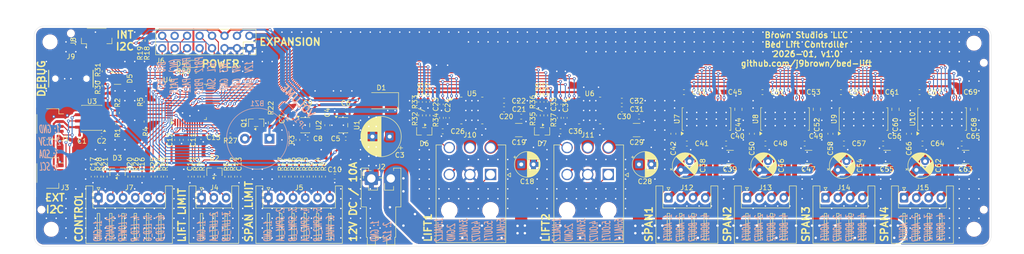
<source format=kicad_pcb>
(kicad_pcb (version 20241229) (generator "pcbnew") (generator_version "9.0")
  (title_block (title "Bed Lift Controller") (date "2026-01") (rev "v1.0") (company "Brown Studios LLC") (comment 1 "github.com/j9brown/bed-lift"))
  (layers (0 "F.Cu" mixed) (4 "In1.Cu" power) (6 "In2.Cu" power) (2 "B.Cu" mixed) (13 "F.Paste" user) (15 "B.Paste" user) (5 "F.SilkS" user "F.Silkscreen") (7 "B.SilkS" user "B.Silkscreen") (1 "F.Mask" user) (3 "B.Mask" user) (25 "Edge.Cuts" user))
  (net 0 "")
  (net 1 "GND")
  (net 2 "+12V")
  (net 3 "+3.3V")
  (net 4 "/~{RESET}")
  (net 5 "/lift1/IPROPI")
  (net 6 "/lift1/VCP")
  (net 7 "/lift1/CPL")
  (net 8 "/lift1/CPH")
  (net 9 "/lift2/IPROPI")
  (net 10 "/lift2/VCP")
  (net 11 "/lift2/CPL")
  (net 12 "/lift2/CPH")
  (net 13 "/span1/VCP")
  (net 14 "/span1/CPH")
  (net 15 "/span1/CPL")
  (net 16 "/span1/DVDD")
  (net 17 "/span2/VCP")
  (net 18 "/span2/CPL")
  (net 19 "/span2/CPH")
  (net 20 "/span2/DVDD")
  (net 21 "/span3/VCP")
  (net 22 "/span3/CPL")
  (net 23 "/span3/CPH")
  (net 24 "/span3/DVDD")
  (net 25 "/span4/VCP")
  (net 26 "/span4/CPH")
  (net 27 "/span4/CPL")
  (net 28 "/span4/DVDD")
  (net 29 "/SWDIO")
  (net 30 "/SWCLK{slash}BOOT0")
  (net 31 "Net-(U2-BP)")
  (net 32 "+5V")
  (net 33 "Net-(J4-Pin_3)")
  (net 34 "/lift1/OUT1")
  (net 35 "/lift1/OUT2")
  (net 36 "Net-(J4-Pin_2)")
  (net 37 "/lift2/OUT2")
  (net 38 "/lift2/OUT1")
  (net 39 "/span1/AOUT2")
  (net 40 "/span1/AOUT1")
  (net 41 "/span1/BOUT1")
  (net 42 "/span1/BOUT2")
  (net 43 "/span2/AOUT2")
  (net 44 "/span2/AOUT1")
  (net 45 "/span2/BOUT1")
  (net 46 "/span2/BOUT2")
  (net 47 "/span3/BOUT2")
  (net 48 "/span3/AOUT1")
  (net 49 "/span3/BOUT1")
  (net 50 "/span3/AOUT2")
  (net 51 "/span4/BOUT2")
  (net 52 "/span4/AOUT2")
  (net 53 "/span4/BOUT1")
  (net 54 "/span4/AOUT1")
  (net 55 "/~{CTRL_RAISE}")
  (net 56 "/~{CTRL_LOWER}")
  (net 57 "/~{LIFT_LIMIT_A}")
  (net 58 "Net-(D4-K)")
  (net 59 "/~{LIFT_LIMIT_B}")
  (net 61 "/LED_STATUS_B")
  (net 62 "Net-(J7-Pin_2)")
  (net 63 "/LIFT1_HALL2")
  (net 64 "/LIFT1_HALL1")
  (net 65 "/LIFT2_HALL2")
  (net 66 "/LIFT2_HALL1")
  (net 67 "Net-(J7-Pin_3)")
  (net 68 "/LED_STATUS_G")
  (net 69 "/LED_STATUS_R")
  (net 70 "/LIFT1_IN2")
  (net 71 "/~{LIFT_FAULT}")
  (net 72 "/LIFT1_IN1")
  (net 73 "/LIFT2_IN2")
  (net 74 "/LIFT2_IN1")
  (net 75 "/~{SPAN_FAULT}")
  (net 76 "/span1/SDO")
  (net 77 "/span2/SDO")
  (net 79 "/span3/SDO")
  (net 81 "Net-(J10-Pin_6)")
  (net 82 "Net-(J10-Pin_1)")
  (net 83 "Net-(J5-Pin_2)")
  (net 84 "Net-(J5-Pin_3)")
  (net 85 "Net-(J5-Pin_5)")
  (net 86 "Net-(J5-Pin_4)")
  (net 88 "/CONSOLE_RX")
  (net 89 "/CONSOLE_TX")
  (net 91 "Net-(J7-Pin_4)")
  (net 92 "/BUS_GND")
  (net 93 "/BUS_3V3")
  (net 94 "/BUS_SCL")
  (net 95 "/BUS_SDA")
  (net 96 "Net-(U1-BP)")
  (net 97 "Net-(J7-Pin_6)")
  (net 98 "Net-(J7-Pin_5)")
  (net 103 "/~{LED_POWER}")
  (net 104 "/EXP_PA12")
  (net 105 "/INT_I2C_SCL")
  (net 106 "/EXP_PB12")
  (net 107 "/EXP_PA15")
  (net 108 "/INT_I2C_SDA")
  (net 109 "/EXP_PB13")
  (net 110 "Net-(Q1-C)")
  (net 111 "/EXP_PA11")
  (net 112 "/EXT_I2C_SDA")
  (net 113 "/EXT_I2C_SCL")
  (net 114 "/5V_EN")
  (net 115 "/~{LIFT_SLEEP}")
  (net 116 "/~{SPAN_SLEEP}")
  (net 117 "/~{SPAN2_LIMIT_B}")
  (net 118 "/~{SPAN2_LIMIT_A}")
  (net 119 "/~{SPAN1_LIMIT_B}")
  (net 120 "/~{SPAN1_LIMIT_A}")
  (net 121 "/SPAN_SCLK")
  (net 122 "/SPAN_SCS")
  (net 123 "/SPAN_STEP")
  (net 124 "/SPAN_SDI")
  (net 125 "/SPAN_SDO")
  (net 130 "Net-(Q1-B)")
  (net 131 "/SOUND")
  (net 132 "Net-(JP1-C)")
  (net 133 "Net-(J11-Pin_6)")
  (net 134 "Net-(J11-Pin_1)")
  (footprint "Resistor_SMD:R_0402_1005Metric" (layer "F.Cu") (at 55.75 86 -90)
    (property "Reference" "R23")
    (property "Value" "220")
  )
  (footprint "DRV8874PWPR:HTSSOP-16 PWP0016J" (layer "F.Cu") (at 142.1875 72.5)
    (property "Reference" "U6")
    (property "Value" "DRV8874PWPR")
  )
  (footprint "Capacitor_SMD:C_0603_1608Metric" (layer "F.Cu") (at 58.15 78.5 -90)
    (property "Reference" "C12")
    (property "Value" "100n")
  )
  (footprint "Generic:JLCPCB_PCBA_Tooling_Hole" (layer "F.Cu") (at 222.5 62.75)
    (property "Reference" "TH1" (hide yes))
    (property "Value" "JLCPCB_PCBA_Tooling_Hole" (hide yes))
  )
  (footprint "Generic:JLCPCB_PCBA_Tooling_Hole" (layer "F.Cu") (at 30.5 92.75)
    (property "Reference" "TH1" (hide yes))
    (property "Value" "JLCPCB_PCBA_Tooling_Hole" (hide yes))
  )
  (footprint "Resistor_SMD:R_0402_1005Metric" (layer "F.Cu") (at 46 73 -90)
    (property "Reference" "R2")
    (property "Value" "2.2K")
  )
  (footprint "Capacitor_THT:CP_Radial_D5.0mm_P2.50mm" (layer "F.Cu") (at 128.25 83.5)
    (property "Reference" "C18")
    (property "Value" "47u")
  )
  (footprint "Capacitor_SMD:C_0402_1005Metric" (layer "F.Cu") (at 51 86 -90)
    (property "Reference" "C16")
    (property "Value" "100n")
  )
  (footprint "Capacitor_SMD:C_0805_2012Metric" (layer "F.Cu") (at 172.5 72.25 -90)
    (property "Reference" "C44")
    (property "Value" "1u")
  )
  (footprint "Resistor_SMD:R_0402_1005Metric" (layer "F.Cu") (at 84.25 86 -90)
    (property "Reference" "R15")
    (property "Value" "2.2K")
  )
  (footprint "Capacitor_SMD:C_0603_1608Metric" (layer "F.Cu") (at 59.9 78.5 -90)
    (property "Reference" "C11")
    (property "Value" "4.7u")
  )
  (footprint "Package_TO_SOT_SMD:SOT-363_SC-70-6" (layer "F.Cu") (at 46 66)
    (property "Reference" "D5")
    (property "Value" "PESD3V3L5UY")
  )
  (footprint "Generic:JLCPCB_PCBA_Tooling_Hole" (layer "F.Cu") (at 222.5 92.75)
    (property "Reference" "TH1" (hide yes))
    (property "Value" "JLCPCB_PCBA_Tooling_Hole" (hide yes))
  )
  (footprint "Connector_JST:JST_SH_SM04B-SRSS-TB_1x04-1MP_P1.00mm_Horizontal" (layer "F.Cu") (at 32.25 85.274999 -90)
    (property "Reference" "J3")
    (property "Value" "SM04B-SRSS-TB")
  )
  (footprint "Capacitor_SMD:C_0402_1005Metric" (layer "F.Cu") (at 112 71.25 -90)
    (property "Reference" "C23")
    (property "Value" "100n")
  )
  (footprint "Capacitor_THT:CP_Radial_D8.0mm_P3.50mm" (layer "F.Cu") (at 101.443 77.8215 180)
    (property "Reference" "C3")
    (property "Value" "680u")
  )
  (footprint "Capacitor_SMD:C_0402_1005Metric" (layer "F.Cu") (at 63 78)
    (property "Reference" "C15")
    (property "Value" "100n")
  )
  (footprint "Capacitor_SMD:C_0402_1005Metric" (layer "F.Cu") (at 42.75 77.5 180)
    (property "Reference" "C2")
    (property "Value" "100n")
  )
  (footprint "Capacitor_THT:CP_Radial_D5.0mm_P2.50mm" (layer "F.Cu") (at 152.25 83.5)
    (property "Reference" "C28")
    (property "Value" "47u")
  )
  (footprint "Resistor_SMD:R_0402_1005Metric" (layer "F.Cu") (at 136 74.0125 -90)
    (property "Reference" "R37")
    (property "Value" "470")
  )
  (footprint "Package_QFP:LQFP-48_7x7mm_P0.5mm" (layer "F.Cu") (at 60.5 70.75 90)
    (property "Reference" "U4")
    (property "Value" "STM32C051C8T6")
  )
  (footprint "Capacitor_SMD:C_0402_1005Metric" (layer "F.Cu") (at 137.25 74 -90)
    (property "Reference" "C34")
    (property "Value" "10n")
  )
  (footprint "Connector_JST:JST_XH_S4B-XH-A_1x04_P2.50mm_Horizontal" (layer "F.Cu") (at 174.25 90.305)
    (property "Reference" "J13")
    (property "Value" "S4B-XH-A")
  )
  (footprint "Capacitor_SMD:C_0603_1608Metric" (layer "F.Cu") (at 81 74.25 -90)
    (property "Reference" "C7")
    (property "Value" "1u")
  )
  (footprint "Resistor_SMD:R_0402_1005Metric" (layer "F.Cu") (at 62 64.5)
    (property "Reference" "R29")
    (property "Value" "2.2K")
  )
  (footprint "Package_TO_SOT_SMD:SOT-23" (layer "F.Cu") (at 74.25 75 90)
    (property "Reference" "Q1")
    (property "Value" "MMBT3904")
  )
  (footprint "Capacitor_SMD:C_0603_1608Metric" (layer "F.Cu") (at 175.25 77.25 90)
    (property "Reference" "C50")
    (property "Value" "220n")
  )
  (footprint "Capacitor_SMD:C_0603_1608Metric" (layer "F.Cu") (at 193.4 68.75)
    (property "Reference" "C59")
    (property "Value" "22n")
  )
  (footprint "Capacitor_SMD:C_0603_1608Metric" (layer "F.Cu") (at 216.7 68.75)
    (property "Reference" "C69")
    (property "Value" "100n")
  )
  (footprint "Resistor_SMD:R_0402_1005Metric" (layer "F.Cu") (at 69 77.5 180)
    (property "Reference" "R27")
    (property "Value" "10K")
  )
  (footprint "Capacitor_SMD:C_0603_1608Metric" (layer "F.Cu") (at 148.75 72.25 180)
    (property "Reference" "C31")
    (property "Value" "100n")
  )
  (footprint "Capacitor_SMD:C_1210_3225Metric" (layer "F.Cu") (at 170.8 82)
    (property "Reference" "C39")
    (property "Value" "22u")
  )
  (footprint "Resistor_SMD:R_0402_1005Metric" (layer "F.Cu") (at 133.25 73.5 90)
    (property "Reference" "R36")
    (property "Value" "1K")
  )
  (footprint "Resistor_SMD:R_0402_1005Metric" (layer "F.Cu") (at 51.8 74.75 -90)
    (property "Reference" "R4")
    (property "Value" "10K")
  )
  (footprint "Capacitor_SMD:C_0402_1005Metric" (layer "F.Cu") (at 109.25 70.75 -90)
    (property "Reference" "C27")
    (property "Value" "10n")
  )
  (footprint "Capacitor_SMD:C_1210_3225Metric" (layer "F.Cu") (at 186.8 82)
    (property "Reference" "C47")
    (property "Value" "22u")
  )
  (footprint "Capacitor_SMD:C_0603_1608Metric" (layer "F.Cu") (at 124.75 72.25 180)
    (property "Reference" "C21")
    (property "Value" "100n")
  )
  (footprint "Capacitor_SMD:C_0603_1608Metric" (layer "F.Cu") (at 178 79.25)
    (property "Reference" "C48")
    (property "Value" "10n")
  )
  (footprint "Resistor_SMD:R_0402_1005Metric" (layer "F.Cu") (at 131.75 73.5 -90)
    (property "Reference" "R35")
    (property "Value" "1K")
  )
  (footprint "Capacitor_SMD:C_0603_1608Metric" (layer "F.Cu") (at 184.7 68.75)
    (property "Reference" "C53")
    (property "Value" "100n")
  )
  (footprint "DRV8874PWPR:HTSSOP-16 PWP0016J" (layer "F.Cu") (at 118.1875 72.5)
    (property "Reference" "U5")
    (property "Value" "DRV8874PWPR")
  )
  (footprint "Capacitor_SMD:C_0402_1005Metric" (layer "F.Cu") (at 133.25 70.75 -90)
    (property "Reference" "C37")
    (property "Value" "10n")
  )
  (footprint "Resistor_SMD:R_0402_1005Metric" (layer "F.Cu") (at 42.25 86 -90)
    (property "Reference" "R28")
    (property "Value" "2.2K")
  )
  (footprint "Capacitor_SMD:C_0603_1608Metric" (layer "F.Cu") (at 209.4 68.75)
    (property "Reference" "C67")
    (property "Value" "22n")
  )
  (footprint "Capacitor_SMD:C_0402_1005Metric" (layer "F.Cu") (at 107.75 70.75 -90)
    (property "Reference" "C25")
    (property "Value" "10n")
  )
  (footprint "Connector_JST:JST_XH_S6B-XH-A_1x06_P2.50mm_Horizontal" (layer "F.Cu") (at 42.125 90.305)
    (property "Reference" "J7")
    (property "Value" "S6B-XH-A")
  )
  (footprint "Resistor_SMD:R_0402_1005Metric" (layer "F.Cu") (at 50.6 58.25 90)
    (property "Reference" "R19")
    (property "Value" "2.2K")
  )
  (footprint "DRV8434SPWPR:HTSSOP-28 PWP0028M" (layer "F.Cu") (at 166 74.25 90)
    (property "Reference" "U7")
    (property "Value" "DRV8434SPWPR")
  )
  (footprint "Resistor_SMD:R_0402_1005Metric" (layer "F.Cu") (at 112 74.0125 -90)
    (property "Reference" "R34")
    (property "Value" "470")
  )
  (footprint "Resistor_SMD:R_0402_1005Metric" (layer "F.Cu") (at 43.5 86 -90)
    (property "Reference" "R21")
    (property "Value" "22K")
  )
  (footprint "Resistor_SMD:R_0402_1005Metric" (layer "F.Cu") (at 63.25 86 -90)
    (property "Reference" "R7")
    (property "Value" "22K")
  )
  (footprint "Connector_JST:JST_SH_BM04B-SRSS-TB_1x04-1MP_P1.00mm_Vertical" (layer "F.Cu") (at 41.75 57.75)
    (property "Reference" "J8")
    (property "Value" "BM04B-SRSS-TB")
  )
  (footprint "DRV8434SPWPR:HTSSOP-28 PWP0028M" (layer "F.Cu") (at 182 74.25 90)
    (property "Reference" "U8")
    (property "Value" "DRV8434SPWPR")
  )
  (footprint "Capacitor_SMD:C_1210_3225Metric" (layer "F.Cu") (at 202.8 82)
    (property "Reference" "C55")
    (property "Value" "22u")
  )
  (footprint "Capacitor_SMD:C_0603_1608Metric" (layer "F.Cu") (at 177.4 68.75)
    (property "Reference" "C51")
    (property "Value" "22n")
  )
  (footprint "DRV8434SPWPR:HTSSOP-28 PWP0028M" (layer "F.Cu") (at 198 74.25 90)
    (property "Reference" "U9")
    (property "Value" "DRV8434SPWPR")
  )
  (footprint "Resistor_SMD:R_0402_1005Metric" (layer "F.Cu") (at 51.8 70.75 90)
    (property "Reference" "R5")
    (property "Value" "10K")
  )
  (footprint "Resistor_SMD:R_0402_1005Metric" (layer "F.Cu") (at 86.75 86 -90)
    (property "Reference" "R14")
    (property "Value" "2.2K")
  )
  (footprint "Resistor_SMD:R_0402_1005Metric" (layer "F.Cu") (at 69.5 86 -90)
    (property "Reference" "R12")
    (property "Value" "2.2K")
  )
  (footprint "Capacitor_SMD:C_0603_1608Metric" (layer "F.Cu") (at 88.75 75.5 -90)
    (property "Reference" "C4")
    (property "Value" "1u")
  )
  (footprint "Package_TO_SOT_SMD:SOT-23-5" (layer "F.Cu") (at 84.25 75.5)
    (property "Reference" "U2")
    (property "Value" "LP2985-50DBVR")
  )
  (footprint "Capacitor_SMD:C_0402_1005Metric" (layer "F.Cu") (at 70.75 86 -90)
    (property "Reference" "C13")
    (property "Value" "100n")
  )
  (footprint "Capacitor_SMD:C_0603_1608Metric" (layer "F.Cu") (at 152.25 73.75)
    (property "Reference" "C30")
    (property "Value" "100n")
  )
  (footprint "Resistor_SMD:R_0402_1005Metric" (layer "F.Cu") (at 85.5 85.99 -90)
    (property "Reference" "R9")
    (property "Value" "22K")
  )
  (footprint "Capacitor_SMD:C_0603_1608Metric" (layer "F.Cu") (at 148.75 70.5)
    (property "Reference" "C32")
    (property "Value" "22n")
  )
  (footprint "Capacitor_SMD:C_0805_2012Metric" (layer "F.Cu") (at 220.5 72.25 -90)
    (property "Reference" "C68")
    (property "Value" "1u")
  )
  (footprint "Resistor_SMD:R_0402_1005Metric" (layer "F.Cu") (at 80.5 86 -90)
    (property "Reference" "R11")
    (property "Value" "22K")
  )
  (footprint "Molex:MOLEX_39301060" (layer "F.Cu") (at 122 85.57)
    (property "Reference" "J10")
    (property "Value" "Molex Mini Fit Jr 39-30-1060")
  )
  (footprint "Capacitor_SMD:C_1210_3225Metric" (layer "F.Cu") (at 151.75 76.5 180)
    (property "Reference" "C29")
    (property "Value" "22u")
  )
  (footprint "Resistor_SMD:R_0603_1608Metric" (layer "F.Cu") (at 77.25 75 90)
    (property "Reference" "R22")
    (property "Value" "3.3K")
  )
  (footprint "Resistor_SMD:R_0402_1005Metric" (layer "F.Cu") (at 43.25 67.5 -90)
    (property "Reference" "R30")
    (property "Value" "100K")
  )
  (footprint "MountingHole:MountingHole_2.7mm_M2.5" (layer "F.Cu") (at 220.5 58.75)
    (property "Reference" "MP2" (hide yes))
    (property "Value" "MountingHole_2.7mm_M2.5")
  )
  (footprint "Generic:JLCPCB_PCBA_Tooling_Hole" (layer "F.Cu") (at 36.5 56.75)
    (property "Reference" "TH1" (hide yes))
    (property "Value" "JLCPCB_PCBA_Tooling_Hole" (hide yes))
  )
  (footprint "Resistor_SMD:R_0402_1005Metric" (layer "F.Cu") (at 53.25 86 -90)
    (property "Reference" "R25")
    (property "Value" "220")
  )
  (footprint "Capacitor_SMD:C_0603_1608Metric" (layer "F.Cu") (at 207.25 77.25 90)
    (property "Reference" "C66")
    (property "Value" "220n")
  )
  (footprint "Capacitor_SMD:C_0603_1608Metric" (layer "F.Cu") (at 194 79.25)
    (property "Reference" "C57")
    (property "Value" "10n")
  )
  (footprint "Capacitor_SMD:C_0603_1608Metric" (layer "F.Cu") (at 186 79.25 180)
    (property "Reference" "C49")
    (property "Value" "10n")
  )
  (footprint "Capacitor_SMD:C_0603_1608Metric" (layer "F.Cu") (at 128.25 73.75)
    (property "Reference" "C20")
    (property "Value" "100n")
  )
  (footprint "Capacitor_SMD:C_0603_1608Metric" (layer "F.Cu") (at 200.7 68.75)
    (property "Reference" "C61")
    (property "Value" "100n")
  )
  (footprint "Capacitor_SMD:C_0603_1608Metric" (layer "F.Cu") (at 162 79.25)
    (property "Reference" "C41")
    (property "Value" "10n")
  )
  (footprint "Package_TO_SOT_SMD:SOT-23" (layer "F.Cu") (at 108.5 76.75 -90)
    (property "Reference" "D6")
    (property "Value" "PESD5V0S2UAT")
  )
  (footprint "Capacitor_SMD:C_0402_1005Metric" (layer "F.Cu") (at 136 71.25 -90)
    (property "Reference" "C33")
    (property "Value" "100n")
  )
  (footprint "Resistor_SMD:R_0402_1005Metric" (layer "F.Cu") (at 49.75 86 -90)
    (property "Reference" "R26")
    (property "Value" "2.2K")
  )
  (footprint "Capacitor_SMD:C_0402_1005Metric" (layer "F.Cu") (at 38.75 77.5)
    (property "Reference" "C1")
    (property "Value" "100n")
  )
  (footprint "Capacitor_SMD:C_0402_1005Metric" (layer "F.Cu") (at 84.75 78.25)
    (property "Reference" "C8")
    (property "Value" "10n")
  )
  (footprint "Resistor_SMD:R_0402_1005Metric" (layer "F.Cu") (at 83 86 -90)
    (property "Reference" "R10")
    (property "Value" "22K")
  )
  (footprint "Connector_JST:JST_XH_S4B-XH-A_1x04_P2.50mm_Horizontal" (layer "F.Cu") (at 190.25 90.305)
    (property "Reference" "J14")
    (property "Value" "S4B-XH-A")
  )
  (footprint "Capacitor_SMD:C_0603_1608Metric" (layer "F.Cu") (at 92.5 72.5)
    (property "Reference" "C6")
    (property "Value" "2.2u")
  )
  (footprint "Package_TO_SOT_SMD:SOT-23-5" (layer "F.Cu") (at 92 75.5)
    (property "Reference" "U1")
    (property "Value" "LP2985-33DBVR")
  )
  (footprint "Capacitor_SMD:C_0603_1608Metric" (layer "F.Cu") (at 124.75 70.5)
    (property "Reference" "C22")
    (property "Value" "22n")
  )
  (footprint "Connector_PinSocket_2.54mm:PinSocket_2x08_P2.54mm_Vertical" (layer "F.Cu") (at 72.875001 59.79 -90)
    (property "Reference" "J6")
    (property "Value" "Conn_02x08_Odd_Even")
  )
  (footprint "Connector_JST:JST_SH_SM04B-SRSS-TB_1x04-1MP_P1.00mm_Horizontal" (layer "F.Cu") (at 32.25 75.25 -90)
    (property "Reference" "J1")
    (property "Value" "SM04B-SRSS-TB")
  )
  (footprint "Capacitor_THT:CP_Radial_D5.0mm_P2.50mm" (layer "F.Cu") (at 160.771746 84.633883 45)
    (property "Reference" "C38")
    (property "Value" "47u")
  )
  (footprint "DRV8434SPWPR:HTSSOP-28 PWP0028M" (layer "F.Cu") (at 214 74.25 90)
    (property "Reference" "U10")
    (property "Value" "DRV8434SPWPR")
  )
  (footprint "Capacitor_SMD:C_0402_1005Metric" (layer "F.Cu") (at 131.75 70.75 -90)
    (property "Reference" "C35")
    (property "Value" "10n")
  )
  (footprint "Capacitor_SMD:C_0402_1005Metric" (layer "F.Cu") (at 92.5 78.25)
    (property "Reference" "C5")
    (property "Value" "10n")
  )
  (footprint "Resistor_SMD:R_0402_1005Metric" (layer "F.Cu") (at 88 86 -90)
    (property "Reference" "R8")
    (property "Value" "22K")
  )
  (footprint "Capacitor_SMD:C_0402_1005Metric" (layer "F.Cu") (at 41 86 -90)
    (property "Reference" "C17")
    (property "Value" "100n")
  )
  (footprint "Molex:MOLEX_39301060" (layer "F.Cu") (at 146 85.57)
    (property "Reference" "J11")
    (property "Value" "Molex Mini Fit Jr 39-30-1060")
  )
  (footprint "Capacitor_SMD:C_0603_1608Metric" (layer "F.Cu") (at 84.75 72.5)
    (property "Reference" "C9")
    (property "Value" "2.2u")
  )
  (footprint "Resistor_SMD:R_0402_1005Metric" (layer "F.Cu") (at 43.25 64.5 90)
    (property "Reference" "R31")
    (property "Value" "100K")
  )
  (footprint "Diode_SMD:D_SMA" (layer "F.Cu") (at 99.75 70.5 180)
    (property "Reference" "D1")
    (property "Value" "SMAJ16A")
  )
  (footprint "Resistor_SMD:R_0402_1005Metric" (layer "F.Cu") (at 81.75 86 -90)
    (property "Reference" "R16")
    (property "Value" "2.2K")
  )
  (footprint "Resistor_SMD:R_0402_1005Metric" (layer "F.Cu") (at 79.25 86 -90)
    (property "Reference" "R17")
    (property "Value" "2.2K")
  )
  (footprint "MountingHole:MountingHole_2.7mm_M2.5" (layer "F.Cu") (at 220.5 96.75)
    (property "Reference" "MP4" (hide yes))
    (property "Value" "MountingHole_2.7mm_M2.5")
  )
  (footprint "Connector_JST:JST_XH_S3B-XH-A_1x03_P2.50mm_Horizontal" (layer "F.Cu") (at 63.125 90.305)
    (property "Reference" "J4")
    (property "Value" "S3B-XH-A")
  )
  (footprint "Connector_JST:JST_XH_S4B-XH-A_1x04_P2.50mm_Horizontal" (layer "F.Cu") (at 158.25 90.305)
    (property "Reference" "J12")
    (property "Value" "S4B-XH-A")
  )
  (footprint "Capacitor_SMD:C_0603_1608Metric" (layer "F.Cu") (at 136.25 76.75 180)
    (property "Reference" "C36")
    (property "Value" "1u")
  )
  (footprint "LED_SMD:LED_0603_1608Metric" (layer "F.Cu") (at 61.5 63)
    (property "Reference" "D4")
    (property "Value" "KT-0603R")
  )
  (footprint "Capacitor_SMD:C_0603_1608Metric" (layer "F.Cu") (at 112.25 76.75 180)
    (property "Reference" "C26")
    (property "Value" "1u")
  )
  (footprint "Capacitor_SMD:C_0402_1005Metric" (layer "F.Cu") (at 113.25 74 -90)
    (property "Reference" "C24")
    (property "Value" "10n")
  )
  (footprint "Resistor_SMD:R_0402_1005Metric" (layer "F.Cu") (at 109.25 73.5 90)
    (property "Reference" "R33")
    (property "Value" "1K")
  )
  (footprint "Connector_JST:JST_XH_S4B-XH-A_1x04_P2.50mm_Horizontal" (layer "F.Cu") (at 206.25 90.305)
    (property "Reference" "J15")
    (property "Value" "S4B-XH-A")
  )
  (footprint "Package_TO_SOT_SMD:SOT-23" (layer "F.Cu") (at 46 85 90)
    (property "Reference" "D3")
    (property "Value" "PESD5V0S2UAT")
  )
  (footprint "Capacitor_SMD:C_0603_1608Metric" (layer "F.Cu") (at 210 79.25)
    (property "Reference" "C64")
    (property "Value" "10n")
  )
  (footprint "Capacitor_SMD:C_0805_2012Metric" (layer "F.Cu") (at 204.5 72.25 -90)
    (property "Reference" "C60")
    (property "Value" "1u")
  )
  (footprint "Package_TO_SOT_SMD:SOT-23" (layer "F.Cu") (at 65.75 85 90)
    (property "Reference" "D2")
    (property "Value" "PESD5V0S2UAT")
  )
  (footprint "Capacitor_SMD:C_0603_1608Metric" (layer "F.Cu") (at 202 79.25 180)
    (property "Reference" "C56")
    (property "Value" "10n")
  )
  (footprint "Capacitor_SMD:C_0603_1608Metric" (layer "F.Cu") (at 161.4 68.75)
    (property "Reference" "C43")
    (property "Value" "22n")
  )
  (footprint "Resistor_SMD:R_0402_1005Metric" (layer "F.Cu") (at 68.25 86 -90)
    (property "Reference" "R6")
    (property "Value" "22K")
  )
  (footprint "MountingHole:MountingHole_2.7mm_M2.5" (layer "F.Cu") (at 32.5 96.75)
    (property "Reference" "MP3" (hide yes))
    (property "Value" "MountingHole_2.7mm_M2.5")
  )
  (footprint "Samtec:SAMTEC_FTSH-107-01-L-DV-K-A" (layer "F.Cu") (at 36.5 66)
    (property "Reference" "J9")
    (property "Value" "Conn_ST_STDC14")
  )
  (footprint "Capacitor_SMD:C_0603_1608Metric" (layer "F.Cu") (at 168.7 68.75)
    (property "Reference" "C45")
    (property "Value" "100n")
  )
  (footprint "Capacitor_SMD:C_0603_1608Metric" (layer "F.Cu") (at 159.25 77.25 90)
    (property "Reference" "C42")
    (property "Value" "220n")
  )
  (footprint "Capacitor_SMD:C_1210_3225Metric" (layer "F.Cu") (at 218.8 82)
    (property "Reference" "C63")
    (property "Value" "22u")
  )
  (footprint "Resistor_SMD:R_0402_1005Metric" (layer "F.Cu") (at 62 86 -90)
    (property "Reference" "R13")
    (property "Value" "2.2K")
  )
  (footprint "Capacitor_SMD:C_0603_1608Metric" (layer "F.Cu") (at 191.25 77.25 90)
    (property "Reference" "C58")
    (property "Value" "220n")
  )
  (footprint "Resistor_SMD:R_0402_1005Metric" (layer "F.Cu") (at 82.75 78.5 -90)
    (property "Reference" "R3")
    (property "Value" "10K")
  )
  (footprint "Package_SO:SOIC-8_3.9x4.9mm_P1.27mm" (layer "F.Cu") (at 40.75 74 180)
    (property "Reference" "U3")
    (property "Value" "ISO1640")
  )
  (footprint "Resistor_SMD:R_0402_1005Metric" (layer "F.Cu") (at 54.5 86 -90)
    (property "Reference" "R24")
    (property "Value" "220")
  )
  (footprint "Capacitor_THT:CP_Radial_D5.0mm_P2.50mm" (layer "F.Cu") (at 176.771746 84.633883 45)
    (property "Reference" "C46")
    (property "Value" "47u")
  )
  (footprint "Connector_JST:JST_VH_S2P-VH_1x02_P3.96mm_Horizontal" (layer "F.Cu") (at 97.713 86.3715)
    (property "Reference" "J2")
    (property "Value" "S2P-VH")
  )
  (footprint "Capacitor_SMD:C_0603_1608Metric" (layer "F.Cu") (at 90.25 86)
    (property "Reference" "C10")
    (property "Value" "1u")
  )
  (footprint "Capacitor_THT:CP_Radial_D5.0mm_P2.50mm" (layer "F.Cu") (at 208.771746 84.633883 45)
    (property "Reference" "C62")
    (property "Value" "47u")
  )
  (footprint "Resistor_SMD:R_0402_1005Metric" (layer "F.Cu") (at 46 75.25 90)
    (property "Reference" "R1")
    (property "Value" "2.2K")
  )
  (footprint "Resistor_SMD:R_0402_1005Metric" (layer "F.Cu") (at 52 58.25 90)
    (property "Reference" "R18")
    (property "Value" "2.2K")
  )
  (footprint "Capacitor_THT:CP_Radial_D5.0mm_P2.50mm" (layer "F.Cu") (at 192.771746 84.633883 45)
    (property "Reference" "C54")
    (property "Value" "47u")
  )
  (footprint "Capacitor_SMD:C_0603_1608Metric" (layer "F.Cu") (at 170 79.25 180)
    (property "Reference" "C40")
    (property "Value" "10n")
  )
  (footprint "Connector_JST:JST_XH_S6B-XH-A_1x06_P2.50mm_Horizontal" (layer "F.Cu") (at 76.75 90.305)
    (property "Reference" "J5")
    (property "Value" "S6B-XH-A")
  )
  (footprint "Capacitor_SMD:C_1210_3225Metric" (layer "F.Cu") (at 127.75 76.5 180)
    (property "Reference" "C19")
    (property "Value" "22u")
  )
  (footprint "Resistor_SMD:R_0402_1005Metric" (layer "F.Cu") (at 107.75 73.5 -90)
    (property "Reference" "R32")
    (property "Value" "1K")
  )
  (footprint "Capacitor_SMD:C_0402_1005Metric" (layer "F.Cu") (at 60.75 86 -90)
    (property "Reference" "C14")
    (property "Value" "100n")
  )
  (footprint "Capacitor_SMD:C_0805_2012Metric" (layer "F.Cu") (at 188.5 72.25 -90)
    (property "Reference" "C52")
    (property "Value" "1u")
  )
  (footprint "MountingHole:MountingHole_2.7mm_M2.5" (layer "F.Cu") (at 32.25 58.5)
    (property "Reference" "MP1" (hide yes))
    (property "Value" "MountingHole_2.7mm_M2.5")
  )
  (footprint "Capacitor_SMD:C_0603_1608Metric" (layer "F.Cu") (at 218 79.25 180)
    (property "Reference" "C65")
    (property "Value" "10n")
  )
  (footprint "Resistor_SMD:R_0402_1005Metric" (layer "F.Cu") (at 48.5 86 -90)
    (property "Reference" "R20")
    (property "Value" "22K")
  )
  (footprint "Package_TO_SOT_SMD:SOT-23" (layer "F.Cu") (at 132.5 76.75 -90)
    (property "Reference" "D7")
    (property "Value" "PESD5V0S2UAT")
  )
  (footprint "Buzzer_Beeper:Buzzer_TDK_PS1240P02BT_D12.2mm_H6.5mm" (layer "B.Cu") (at 76.95 78.25 180)
    (property "Reference" "BZ1")
    (property "Value" "PS1240P02BT")
  )
  (footprint "Heatsink:Heatsink_20x20" (layer "B.Cu") (at 166.6 70.7 180)
    (property "Reference" "REF**" (hide yes))
    (property "Value" "Heatsink_20x20")
  )
  (footprint "Heatsink:Heatsink_20x20" (layer "B.Cu") (at 187.1 70.7 180)
    (property "Reference" "REF**" (hide yes))
    (property "Value" "Heatsink_20x20")
  )
  (footprint "Heatsink:Heatsink_20x20" (layer "B.Cu") (at 120.15 67.05 180)
    (property "Reference" "REF**" (hide yes))
    (property "Value" "Heatsink_20x20")
  )
  (footprint "Heatsink:Heatsink_20x20" (layer "B.Cu") (at 140.65 67.05 180)
    (property "Reference" "REF**" (hide yes))
    (property "Value" "Heatsink_20x20")
  )
  (footprint "Jumper:SolderJumper-3_P1.3mm_Bridged12_RoundedPad1.0x1.5mm" (layer "B.Cu") (at 80.7 72.55 135)
    (property "Reference" "JP1")
    (property "Value" "SolderJumper_3_Bridged12")
  )
  (footprint "Heatsink:Heatsink_20x20" (layer "B.Cu") (at 207.6 70.7 180)
    (property "Reference" "REF**" (hide yes))
    (property "Value" "Heatsink_20x20")
  )
  (gr_poly (pts (xy 211.3 75.9) (xy 211.3 79.7) (xy 210.3 79.7) (xy 210.3 78.9) (xy 210.85 78.05) (xy 210.85 75.9)) (fill yes) (layer "F.Cu") (net 1))
  (gr_poly (pts (xy 194.65 76.55) (xy 194.65 77.95) (xy 193.975 78.9) (xy 193.975 79.7) (xy 192.8 79.7) (xy 192.8 78.625) (xy 194 78.049607) (xy 194.2 77.85) (xy 194.2 76.55)) (fill yes) (layer "F.Cu") (net 2))
  (gr_poly (pts (xy 185.35 76.55) (xy 185.35 77.95) (xy 186.025 78.9) (xy 186.03 79.31) (xy 187.2 79.7) (xy 187.2 78.625) (xy 185.95 78.018578) (xy 185.8 77.85) (xy 185.8 76.55)) (fill yes) (layer "F.Cu") (net 2))
  (gr_poly (pts (xy 168.7 75.9) (xy 168.7 79.7) (xy 169.7 79.7) (xy 169.7 78.9) (xy 169.15 78.05) (xy 169.15 75.9)) (fill yes) (layer "F.Cu") (net 1))
  (gr_poly (pts (xy 179.3 75.9) (xy 179.3 79.7) (xy 178.3 79.7) (xy 178.3 78.9) (xy 178.85 78.05) (xy 178.85 75.9)) (fill yes) (layer "F.Cu") (net 1))
  (gr_poly (pts (xy 169.35 76.55) (xy 169.35 77.95) (xy 170.025 78.9) (xy 170.03 79.31) (xy 171.2 79.7) (xy 171.2 78.625) (xy 169.95 78.018578) (xy 169.8 77.85) (xy 169.8 76.55)) (fill yes) (layer "F.Cu") (net 2))
  (gr_poly (pts (xy 120.3 73.25) (xy 120.3 73.7) (xy 122.8 73.7) (xy 123.35 73.8) (xy 125.521383 74.75) (xy 127 72.531036) (xy 125.825292 71.787619) (xy 124.696517 72.970238) (xy 123.6 72.95) (xy 123 73.25)) (fill yes) (layer "F.Cu") (net 2))
  (gr_poly (pts (xy 185.35 76.55) (xy 185.35 77.95) (xy 186.025 78.9) (xy 186.03 79.31) (xy 187.2 79.7) (xy 187.2 78.625) (xy 185.95 78.018578) (xy 185.8 77.85) (xy 185.8 76.55)) (fill yes) (layer "F.Cu") (net 2))
  (gr_poly (pts (xy 116.15 74.55) (xy 116.15 75.15) (xy 116.65 75.65) (xy 114.55 76.65) (xy 114.4 75.05) (xy 114.4 74.55)) (fill yes) (layer "F.Cu") (net 34))
  (gr_poly (pts (xy 210.65 76.55) (xy 210.65 77.95) (xy 209.975 78.9) (xy 209.975 79.7) (xy 208.8 79.7) (xy 208.8 78.625) (xy 210 78.049607) (xy 210.2 77.85) (xy 210.2 76.55)) (fill yes) (layer "F.Cu") (net 2))
  (gr_poly (pts (xy 194.65 76.55) (xy 194.65 77.95) (xy 193.975 78.9) (xy 193.975 79.7) (xy 192.8 79.7) (xy 192.8 78.625) (xy 194 78.049607) (xy 194.2 77.85) (xy 194.2 76.55)) (fill yes) (layer "F.Cu") (net 2))
  (gr_poly (pts (xy 120.3 73.9) (xy 122.65 73.9) (xy 123.2 74) (xy 124.1 74.6) (xy 124.75 75.8) (xy 122.25 75.8) (xy 122.25 74.8) (xy 121.85 74.35) (xy 120.3 74.35)) (fill yes) (layer "F.Cu") (net 35))
  (gr_poly (pts (xy 144.3 73.25) (xy 144.3 73.7) (xy 146.8 73.7) (xy 147.35 73.8) (xy 149.521383 74.75) (xy 151 72.531036) (xy 149.825292 71.787619) (xy 148.696517 72.970238) (xy 147.6 72.95) (xy 147 73.25)) (fill yes) (layer "F.Cu") (net 2))
  (gr_poly (pts (xy 184.7 75.9) (xy 184.7 79.7) (xy 185.7 79.7) (xy 185.7 78.9) (xy 185.15 78.05) (xy 185.15 75.9)) (fill yes) (layer "F.Cu") (net 1))
  (gr_poly (pts (xy 195.3 75.9) (xy 195.3 79.7) (xy 194.3 79.7) (xy 194.3 78.9) (xy 194.85 78.05) (xy 194.85 75.9)) (fill yes) (layer "F.Cu") (net 1))
  (gr_poly (pts (xy 120.3 73.25) (xy 120.3 73.7) (xy 122.8 73.7) (xy 123.35 73.8) (xy 125.521383 74.75) (xy 127 72.531036) (xy 125.825292 71.787619) (xy 124.696517 72.970238) (xy 123.6 72.95) (xy 123 73.25)) (fill yes) (layer "F.Cu") (net 2))
  (gr_poly (pts (xy 168.7 75.9) (xy 168.7 79.7) (xy 169.7 79.7) (xy 169.7 78.9) (xy 169.15 78.05) (xy 169.15 75.9)) (fill yes) (layer "F.Cu") (net 1))
  (gr_poly (pts (xy 163.3 75.9) (xy 163.3 79.7) (xy 162.3 79.7) (xy 162.3 78.9) (xy 162.85 78.05) (xy 162.85 75.9)) (fill yes) (layer "F.Cu") (net 1))
  (gr_poly (pts (xy 195.3 75.9) (xy 195.3 79.7) (xy 194.3 79.7) (xy 194.3 78.9) (xy 194.85 78.05) (xy 194.85 75.9)) (fill yes) (layer "F.Cu") (net 1))
  (gr_poly (pts (xy 201.35 76.55) (xy 201.35 77.95) (xy 202.025 78.9) (xy 202.03 79.31) (xy 203.2 79.7) (xy 203.2 78.625) (xy 201.95 78.018578) (xy 201.8 77.85) (xy 201.8 76.55)) (fill yes) (layer "F.Cu") (net 2))
  (gr_poly (pts (xy 184.7 75.9) (xy 184.7 79.7) (xy 185.7 79.7) (xy 185.7 78.9) (xy 185.15 78.05) (xy 185.15 75.9)) (fill yes) (layer "F.Cu") (net 1))
  (gr_poly (pts (xy 140.15 74.55) (xy 140.15 75.15) (xy 140.65 75.65) (xy 138.55 76.65) (xy 138.4 75.05) (xy 138.4 74.55)) (fill yes) (layer "F.Cu") (net 38))
  (gr_poly (pts (xy 178.65 76.55) (xy 178.65 77.95) (xy 177.975 78.9) (xy 177.975 79.7) (xy 176.8 79.7) (xy 176.8 78.625) (xy 178 78.049607) (xy 178.2 77.85) (xy 178.2 76.55)) (fill yes) (layer "F.Cu") (net 2))
  (gr_poly (pts (xy 163.3 75.9) (xy 163.3 79.7) (xy 162.3 79.7) (xy 162.3 78.9) (xy 162.85 78.05) (xy 162.85 75.9)) (fill yes) (layer "F.Cu") (net 1))
  (gr_poly (pts (xy 201.35 76.55) (xy 201.35 77.95) (xy 202.025 78.9) (xy 202.03 79.31) (xy 203.2 79.7) (xy 203.2 78.625) (xy 201.95 78.018578) (xy 201.8 77.85) (xy 201.8 76.55)) (fill yes) (layer "F.Cu") (net 2))
  (gr_poly (pts (xy 162.65 76.55) (xy 162.65 77.95) (xy 161.975 78.9) (xy 161.975 79.7) (xy 160.8 79.7) (xy 160.8 78.625) (xy 162 78.049607) (xy 162.2 77.85) (xy 162.2 76.55)) (fill yes) (layer "F.Cu") (net 2))
  (gr_poly (pts (xy 179.3 75.9) (xy 179.3 79.7) (xy 178.3 79.7) (xy 178.3 78.9) (xy 178.85 78.05) (xy 178.85 75.9)) (fill yes) (layer "F.Cu") (net 1))
  (gr_poly (pts (xy 116.15 74.55) (xy 116.15 75.15) (xy 116.65 75.65) (xy 114.55 76.65) (xy 114.4 75.05) (xy 114.4 74.55)) (fill yes) (layer "F.Cu") (net 34))
  (gr_poly (pts (xy 200.7 75.9) (xy 200.7 79.7) (xy 201.7 79.7) (xy 201.7 78.9) (xy 201.15 78.05) (xy 201.15 75.9)) (fill yes) (layer "F.Cu") (net 1))
  (gr_poly (pts (xy 200.7 75.9) (xy 200.7 79.7) (xy 201.7 79.7) (xy 201.7 78.9) (xy 201.15 78.05) (xy 201.15 75.9)) (fill yes) (layer "F.Cu") (net 1))
  (gr_poly (pts (xy 162.65 76.55) (xy 162.65 77.95) (xy 161.975 78.9) (xy 161.975 79.7) (xy 160.8 79.7) (xy 160.8 78.625) (xy 162 78.049607) (xy 162.2 77.85) (xy 162.2 76.55)) (fill yes) (layer "F.Cu") (net 2))
  (gr_poly (pts (xy 144.3 73.9) (xy 146.65 73.9) (xy 147.2 74) (xy 148.1 74.6) (xy 148.75 75.8) (xy 146.25 75.8) (xy 146.25 74.8) (xy 145.85 74.35) (xy 144.3 74.35)) (fill yes) (layer "F.Cu") (net 37))
  (gr_poly (pts (xy 178.65 76.55) (xy 178.65 77.95) (xy 177.975 78.9) (xy 177.975 79.7) (xy 176.8 79.7) (xy 176.8 78.625) (xy 178 78.049607) (xy 178.2 77.85) (xy 178.2 76.55)) (fill yes) (layer "F.Cu") (net 2))
  (gr_poly (pts (xy 217.35 76.55) (xy 217.35 77.95) (xy 218.025 78.9) (xy 218.03 79.31) (xy 219.2 79.7) (xy 219.2 78.625) (xy 217.95 78.018578) (xy 217.8 77.85) (xy 217.8 76.55)) (fill yes) (layer "F.Cu") (net 2))
  (gr_poly (pts (xy 169.35 76.55) (xy 169.35 77.95) (xy 170.025 78.9) (xy 170.03 79.31) (xy 171.2 79.7) (xy 171.2 78.625) (xy 169.95 78.018578) (xy 169.8 77.85) (xy 169.8 76.55)) (fill yes) (layer "F.Cu") (net 2))
  (gr_poly (pts (xy 216.7 75.9) (xy 216.7 79.7) (xy 217.7 79.7) (xy 217.7 78.9) (xy 217.15 78.05) (xy 217.15 75.9)) (fill yes) (layer "F.Cu") (net 1))
  (gr_poly (pts (xy 120.3 73.9) (xy 122.65 73.9) (xy 123.2 74) (xy 124.1 74.6) (xy 124.75 75.8) (xy 122.25 75.8) (xy 122.25 74.8) (xy 121.85 74.35) (xy 120.3 74.35)) (fill yes) (layer "F.Cu") (net 35))
  (gr_line (start 131.3 72.1) (end 132.6 72.65) (stroke (width 0.15)) (layer "F.SilkS"))
  (gr_line (start 107.3 72.1) (end 108.6 72.65) (stroke (width 0.15)) (layer "F.SilkS"))
  (gr_line (start 224 57.25) (end 224 98.25) (stroke (width 0.05)) (layer "Edge.Cuts"))
  (gr_arc (start 224 98.25) (mid 223.414214 99.664214) (end 222 100.25) (stroke (width 0.05)) (layer "Edge.Cuts"))
  (gr_line (start 222 100.25) (end 31 100.25) (stroke (width 0.05)) (layer "Edge.Cuts"))
  (gr_arc (start 222 55.25) (mid 223.414214 55.835786) (end 224 57.25) (stroke (width 0.05)) (layer "Edge.Cuts"))
  (gr_arc (start 31 100.25) (mid 29.585786 99.664214) (end 29 98.25) (stroke (width 0.05)) (layer "Edge.Cuts"))
  (gr_arc (start 29 57.25) (mid 29.585786 55.835786) (end 31 55.25) (stroke (width 0.05)) (layer "Edge.Cuts"))
  (gr_line (start 29 98.25) (end 29 57.25) (stroke (width 0.05)) (layer "Edge.Cuts"))
  (gr_line (start 31 55.25) (end 222 55.25) (stroke (width 0.05)) (layer "Edge.Cuts"))
  (gr_text "LIFT LIMIT" (at 59.125 99.55 90) (layer "F.SilkS") (effects (font (size 1.5 1.5) (thickness 0.3) (bold yes)) (justify left)))
  (gr_text "SPAN2" (at 170.25 99.5 90) (layer "F.SilkS") (effects (font (size 1.5 1.5) (thickness 0.3) (bold yes)) (justify left)))
  (gr_text "SPAN1" (at 154.25 99.5 90) (layer "F.SilkS") (effects (font (size 1.5 1.5) (thickness 0.3) (bold yes)) (justify left)))
  (gr_text "EXT\nI2C" (at 33.25 91.5 0) (layer "F.SilkS") (effects (font (size 1.5 1.5) (thickness 0.3) (bold yes))))
  (gr_text "INT\nI2C" (at 47.5 58.25 0) (layer "F.SilkS") (effects (font (size 1.5 1.5) (thickness 0.3) (bold yes))))
  (gr_text "SPAN LIMIT" (at 72.75 99.55 90) (layer "F.SilkS") (effects (font (size 1.5 1.5) (thickness 0.3) (bold yes)) (justify left)))
  (gr_text "DEBUG" (at 30.5 66 90) (layer "F.SilkS") (effects (font (size 1.5 1.5) (thickness 0.3) (bold yes))))
  (gr_text "CONTROL" (at 38.125 99.55 90) (layer "F.SilkS") (effects (font (size 1.5 1.5) (thickness 0.3) (bold yes)) (justify left)))
  (gr_text "POWER" (at 63 63 0) (layer "F.SilkS") (effects (font (size 1.5 1.5) (thickness 0.3) (bold yes)) (justify left)))
  (gr_text "LIFT1" (at 109.25 99.5 90) (layer "F.SilkS") (effects (font (size 1.5 1.5) (thickness 0.3) (bold yes)) (justify left)))
  (gr_text "12V DC / 10A" (at 94 99.5 90) (layer "F.SilkS") (effects (font (size 1.5 1.5) (thickness 0.3) (bold yes)) (justify left)))
  (gr_text "SPAN3" (at 186.25 99.5 90) (layer "F.SilkS") (effects (font (size 1.5 1.5) (thickness 0.3) (bold yes)) (justify left)))
  (gr_text "${COMPANY}\n${TITLE}\n${ISSUE_DATE}, ${REVISION}\n${COMMENT1}" (at 186.35 60 0) (layer "F.SilkS") (effects (font (size 1.2 1.2) (thickness 0.24) (bold yes))))
  (gr_text "SPAN4" (at 202.25 99.5 90) (layer "F.SilkS") (effects (font (size 1.5 1.5) (thickness 0.3) (bold yes)) (justify left)))
  (gr_text "LIFT2" (at 133.25 99.5 90) (layer "F.SilkS") (effects (font (size 1.5 1.5) (thickness 0.3) (bold yes)) (justify left)))
  (gr_text "EXPANSION" (at 74.75 58.5 0) (layer "F.SilkS") (effects (font (size 1.5 1.5) (thickness 0.3) (bold yes)) (justify left)))
  (gr_text "1: GND\n2: LIFT_LA\n3: LIFT_LB" (at 65.65 99.25 90) (layer "B.SilkS") (effects (font (size 1.58 0.8) (thickness 0.1875) (italic yes)) (justify right mirror)))
  (gr_text "BT0\n(NC)\nPA12\nPB12\nSCL\n3V3\n5V\n12V" (at 63.9 64.75 90) (layer "B.SilkS") (effects (font (size 1.58 0.8) (thickness 0.1875) (italic yes)) (justify right mirror)))
  (gr_text "VOLUME" (at 82.7 70.55 315) (layer "B.SilkS") (effects (font (size 1.5 1.5) (thickness 0.3) (bold yes)) (justify mirror)))
  (gr_text "1: AOUT1\n2: AOUT2\n3: BOUT2\n4: BOUT1" (at 193.95 99.25 90) (layer "B.SilkS") (effects (font (size 1.58 0.8) (thickness 0.1875) (italic yes)) (justify right mirror)))
  (gr_text "1: AOUT1\n2: AOUT2\n3: BOUT2\n4: BOUT1" (at 209.95 99.25 90) (layer "B.SilkS") (effects (font (size 1.58 0.8) (thickness 0.1875) (italic yes)) (justify right mirror)))
  (gr_text "1: GND\n2: SPN1_LA\n3: SPN1_LB\n4: SPN2_LA\n5: SPN2_LB\n6: VHALL" (at 83 99.25 90) (layer "B.SilkS") (effects (font (size 1.58 0.8) (thickness 0.1875) (italic yes)) (justify right mirror)))
  (gr_text "1: GND\n2: 12V" (at 99.7 99.25 90) (layer "B.SilkS") (effects (font (size 1.58 0.8) (thickness 0.1875) (italic yes)) (justify right mirror)))
  (gr_text "RST\nPA15\nPA11\nPB13\nSDA\nGND\nGND\nGND" (at 63.9 65.75 90) (layer "B.SilkS") (effects (font (size 1.58 0.8) (thickness 0.1875) (italic yes)) (justify left mirror)))
  (gr_text "1: GND\n2: RAISE\n3: LOWER\n4: LED_R\n5: LED_G\n6: LED_B" (at 48.35 99.25 90) (layer "B.SilkS") (effects (font (size 1.58 0.8) (thickness 0.1875) (italic yes)) (justify right mirror)))
  (gr_text "1: GND\n2: 3.3V\n3: SDA\n4: SCL" (at 30 80.15 0) (layer "B.SilkS") (effects (font (size 1.58 0.8) (thickness 0.1875) (italic yes)) (justify right mirror)))
  (gr_text "1:HALL2\n2:GND\n3:VHALL\n4:OUT2\n5:OUT1\n6:HALL1" (at 141.8 99.25 90) (layer "B.SilkS") (effects (font (size 1.58 0.8) (thickness 0.1875) (italic yes)) (justify right mirror)))
  (gr_text "1: AOUT1\n2: AOUT2\n3: BOUT2\n4: BOUT1" (at 177.95 99.25 90) (layer "B.SilkS") (effects (font (size 1.58 0.8) (thickness 0.1875) (italic yes)) (justify right mirror)))
  (gr_text "1: AOUT1\n2: AOUT2\n3: BOUT2\n4: BOUT1" (at 161.95 99.25 90) (layer "B.SilkS") (effects (font (size 1.58 0.8) (thickness 0.1875) (italic yes)) (justify right mirror)))
  (gr_text "1:HALL2\n2:GND\n3:VHALL\n4:OUT2\n5:OUT1\n6:HALL1" (at 117.8 99.25 90) (layer "B.SilkS") (effects (font (size 1.58 0.8) (thickness 0.1875) (italic yes)) (justify right mirror)))
  (segment (start 92.02 77.25) (end 92.02 78.25) (width 0.4) (layer "F.Cu") (net 1))
  (segment (start 97.943 86.1415) (end 97.713 86.3715) (width 2.5) (layer "F.Cu") (net 1))
  (segment (start 185.225 80.5) (end 185.225 79.25) (width 1) (layer "F.Cu") (net 1))
  (segment (start 169.225 80.5) (end 169.225 79.25) (width 1) (layer "F.Cu") (net 1))
  (segment (start 97.943 77.8215) (end 97.943 72.5) (width 2.5) (layer "F.Cu") (net 1))
  (segment (start 218.225 77.1) (end 218.225 75.725) (width 0.4) (layer "F.Cu") (net 1))
  (segment (start 65.75 84.062499) (end 65.75 85.5) (width 0.4) (layer "F.Cu") (net 1))
  (segment (start 43.225 72.095) (end 42.250001 72.095) (width 0.4) (layer "F.Cu") (net 1))
  (segment (start 91.926 75.5) (end 91.926 75.25) (width 0.4) (layer "F.Cu") (net 1))
  (segment (start 91.9 78.38) (end 92.02 78.5) (width 0.4) (layer "F.Cu") (net 1))
  (segment (start 51 86.48) (end 51 87.25) (width 0.4) (layer "F.Cu") (net 1))
  (segment (start 129.225001 76.5) (end 129.225001 74.75) (width 1.5) (layer "F.Cu") (net 1))
  (segment (start 36.5 68.035) (end 36.5 66) (width 0.4) (layer "F.Cu") (net 1))
  (segment (start 136 71.73) (end 136 72.5) (width 0.4) (layer "F.Cu") (net 1))
  (segment (start 180.375 71.3875) (end 180.375 70.475) (width 0.2) (layer "F.Cu") (net 1))
  (segment (start 170.225 77.1) (end 170.225 75.725) (width 0.4) (layer "F.Cu") (net 1))
  (segment (start 210.775 79.25) (end 210.775 80.424999) (width 1) (layer "F.Cu") (net 1))
  (segment (start 210.775 82.380629) (end 210.289513 82.866116) (width 1) (layer "F.Cu") (net 1))
  (segment (start 180.375 70.475) (end 179.75 69.85) (width 0.2) (layer "F.Cu") (net 1))
  (segment (start 84.27 77.5) (end 84.27 78.25) (width 0.4) (layer "F.Cu") (net 1))
  (segment (start 84.27 75.52) (end 84.27 77.5) (width 0.4) (layer "F.Cu") (net 1))
  (segment (start 82.49 79.01) (end 82 79.5) (width 0.4) (layer "F.Cu") (net 1))
  (segment (start 59.05 79.25) (end 59.875 79.25) (width 0.4) (layer "F.Cu") (net 1))
  (segment (start 169.225 81.9) (end 169.325 82) (width 1) (layer "F.Cu") (net 1))
  (segment (start 135.5 77.25) (end 135.5 76.775) (width 0.4) (layer "F.Cu") (net 1))
  (segment (start 162.775 82.380629) (end 162.289513 82.866116) (width 1) (layer "F.Cu") (net 1))
  (segment (start 145.05 74.775) (end 143.4625 74.775) (width 0.4) (layer "F.Cu") (net 1))
  (segment (start 83.1125 75.5) (end 84.25 75.5) (width 0.4) (layer "F.Cu") (net 1))
  (segment (start 202.225 77.1) (end 202.225 75.725) (width 0.4) (layer "F.Cu") (net 1))
  (segment (start 178.775 80.5) (end 178.775 82.380629) (width 1) (layer "F.Cu") (net 1))
  (segment (start 84.25 72.775) (end 84.25 75.024999) (width 0.4) (layer "F.Cu") (net 1))
  (segment (start 46 84.062499) (end 46 85.5) (width 0.4) (layer "F.Cu") (net 1))
  (segment (start 178.775 79.25) (end 178.775 80.424999) (width 1) (layer "F.Cu") (net 1))
  (segment (start 75.3625 75.9375) (end 76.2 75.1) (width 0.4) (layer "F.Cu") (net 1))
  (segment (start 153.225001 74.75) (end 153.225001 73.950001) (width 1.5) (layer "F.Cu") (net 1))
  (segment (start 162.775 79.25) (end 162.775 80.5) (width 1) (layer "F.Cu") (net 1))
  (segment (start 154.75 80.024999) (end 153.225001 78.5) (width 1.5) (layer "F.Cu") (net 1))
  (segment (start 60.75 74.9125) (end 60.75 73.6) (width 0.3) (layer "F.Cu") (net 1))
  (segment (start 60.75 86.48) (end 60.75 87.25) (width 0.4) (layer "F.Cu") (net 1))
  (segment (start 42.250001 72.095) (end 41.849 72.496001) (width 0.4) (layer "F.Cu") (net 1))
  (segment (start 186.225 77.1) (end 186.225 75.725) (width 0.4) (layer "F.Cu") (net 1))
  (segment (start 131.75 71.23) (end 131.75 72) (width 0.4) (layer "F.Cu") (net 1))
  (segment (start 41 86.48) (end 41 87.25) (width 0.4) (layer "F.Cu") (net 1))
  (segment (start 35.23 68.035) (end 35.23 66.02) (width 0.4) (layer "F.Cu") (net 1))
  (segment (start 178.775 79.25) (end 178.775 80.5) (width 1) (layer "F.Cu") (net 1))
  (segment (start 196.375 70.475) (end 195.75 69.85) (width 0.2) (layer "F.Cu") (net 1))
  (segment (start 107.75 71.23) (end 107.75 72) (width 0.4) (layer "F.Cu") (net 1))
  (segment (start 129.225001 76.5) (end 129.225001 78.5) (width 1.5) (layer "F.Cu") (net 1))
  (segment (start 89.68 75.5) (end 89.525 75.5) (width 0.4) (layer "F.Cu") (net 1))
  (segment (start 58.15 79.275) (end 59.025 79.275) (width 0.4) (layer "F.Cu") (net 1))
  (segment (start 91.025 86.45) (end 90.25 87.225) (width 0.4) (layer "F.Cu") (net 1))
  (segment (start 108.5 77.687501) (end 108.5 79) (width 0.4) (layer "F.Cu") (net 1))
  (segment (start 92.02 75.344) (end 92.02 75.5) (width 0.4) (layer "F.Cu") (net 1))
  (segment (start 109.25 71.23) (end 109.25 72) (width 0.4) (layer "F.Cu") (net 1))
  (segment (start 51.8 70.24) (end 51.8 69.55) (width 0.4) (layer "F.Cu") (net 1))
  (segment (start 217.225 80.5) (end 217.225 79.25) (width 1) (layer "F.Cu") (net 1))
  (segment (start 201.225 80.5) (end 201.225 79.25) (width 1) (layer "F.Cu") (net 1))
  (segment (start 121.05 74.775) (end 119.4625 74.775) (width 0.4) (layer "F.Cu") (net 1))
  (segment (start 84.25 75.024999) (end 84.25 74.75) (width 0.4) (layer "F.Cu") (net 1))
  (segment (start 97.943 72.5) (end 97.943 70.693) (width 2.5) (layer "F.Cu") (net 1))
  (segment (start 59.025 79.275) (end 59.05 79.25) (width 0.4) (layer "F.Cu") (net 1))
  (segment (start 162.775 79.25) (end 162.775 80.424999) (width 1) (layer "F.Cu") (net 1))
  (segment (start 169.225 80.5) (end 169.225 81.9) (width 1) (layer "F.Cu") (net 1))
  (segment (start 162.775 80.5) (end 162.775 82.380629) (width 1) (layer "F.Cu") (net 1))
  (segment (start 81.475 75.5) (end 83.1125 75.5) (width 0.4) (layer "F.Cu") (net 1))
  (segment (start 129.225001 74.75) (end 129.225001 73.950001) (width 1.5) (layer "F.Cu") (net 1))
  (segment (start 40.25 59.575) (end 39.575 59.575) (width 0.4) (layer "F.Cu") (net 1))
  (segment (start 91.926 75.25) (end 91.926 72.701) (width 0.4) (layer "F.Cu") (net 1))
  (segment (start 217.225 81.9) (end 217.325 82) (width 1) (layer "F.Cu") (net 1))
  (segment (start 153.225001 76.5) (end 153.225001 78.5) (width 1.5) (layer "F.Cu") (net 1))
  (segment (start 129.225001 78.5) (end 130.75 80.024999) (width 1.5) (layer "F.Cu") (net 1))
  (segment (start 60.75 74.9125) (end 60.75 78.425) (width 0.3) (layer "F.Cu") (net 1))
  (segment (start 90.8625 75.5) (end 89.68 75.5) (width 0.4) (layer "F.Cu") (net 1))
  (segment (start 136 74.5225) (end 137.2075 74.5225) (width 0.4) (layer "F.Cu") (net 1))
  (segment (start 194.775 82.380629) (end 194.289513 82.866116) (width 1) (layer "F.Cu") (net 1))
  (segment (start 70.75 86.48) (end 70.75 87.25) (width 0.4) (layer "F.Cu") (net 1))
  (segment (start 194.775 79.25) (end 194.775 80.5) (width 1) (layer "F.Cu") (net 1))
  (segment (start 210.775 79.25) (end 210.775 80.5) (width 1) (layer "F.Cu") (net 1))
  (segment (start 212.375 71.3875) (end 212.375 70.475) (width 0.2) (layer "F.Cu") (net 1))
  (segment (start 217.225 80.5) (end 217.225 81.9) (width 1) (layer "F.Cu") (net 1))
  (segment (start 91.025 86) (end 91.025 86.45) (width 0.4) (layer "F.Cu") (net 1))
  (segment (start 60.75 78.425) (end 59.9 79.275) (width 0.3) (layer "F.Cu") (net 1))
  (segment (start 41.849 77.079) (end 42.27 77.5) (width 0.4) (layer "F.Cu") (net 1))
  (segment (start 164.375 71.3875) (end 164.375 70.475) (width 0.2) (layer "F.Cu") (net 1))
  (segment (start 111.5 77.25) (end 111.5 76.775) (width 0.4) (layer "F.Cu") (net 1))
  (segment (start 84.25 72.775) (end 83.975 72.5) (width 0.4) (layer "F.Cu") (net 1))
  (segment (start 153.225001 76.5) (end 153.225001 74.75) (width 1.5) (layer "F.Cu") (net 1))
  (segment (start 185.225 81.9) (end 185.325 82) (width 1) (layer "F.Cu") (net 1))
  (segment (start 112 74.5225) (end 113.2075 74.5225) (width 0.4) (layer "F.Cu") (net 1))
  (segment (start 194.775 79.25) (end 194.775 80.424999) (width 1) (layer "F.Cu") (net 1))
  (segment (start 185.225 80.5) (end 185.225 81.9) (width 1) (layer "F.Cu") (net 1))
  (segment (start 91.926 75.25) (end 92.02 75.344) (width 0.4) (layer "F.Cu") (net 1))
  (segment (start 112 77.75) (end 111.5 77.25) (width 0.4) (layer "F.Cu") (net 1))
  (segment (start 210.775 80.5) (end 210.775 82.380629) (width 1) (layer "F.Cu") (net 1))
  (segment (start 75.2 75.9375) (end 75.3625 75.9375) (width 0.4) (layer "F.Cu") (net 1))
  (segment (start 84.25 75.5) (end 84.27 75.52) (width 0.4) (layer "F.Cu") (net 1))
  (segment (start 178.775 82.380629) (end 178.289513 82.866116) (width 1) (layer "F.Cu") (net 1))
  (segment (start 194.775 80.5) (end 194.775 82.380629) (width 1) (layer "F.Cu") (net 1))
  (segment (start 132.5 77.687501) (end 132.5 79) (width 0.4) (layer "F.Cu") (net 1))
  (segment (start 136 77.75) (end 135.5 77.25) (width 0.4) (layer "F.Cu") (net 1))
  (segment (start 82.75 79.01) (end 82.49 79.01) (width 0.4) (layer "F.Cu") (net 1))
  (segment (start 92.02 75.5) (end 92.02 77.25) (width 0.4) (layer "F.Cu") (net 1))
  (segment (start 43.95 66) (end 45.05 66) (width 0.4) (layer "F.Cu") (net 1))
  (segment (start 145.05 70.875) (end 143.5625 70.875) (width 0.4) (layer "F.Cu") (net 1))
  (segment (start 121.05 70.875) (end 119.5625 70.875) (width 0.4) (layer "F.Cu") (net 1))
  (segment (start 90.8625 75.5) (end 91.926 75.5) (width 0.4) (layer "F.Cu") (net 1))
  (segment (start 97.943 77.8215) (end 97.943 86.1415) (width 2.5) (layer "F.Cu") (net 1))
  (segment (start 63.48 78) (end 63.48 78.9) (width 0.4) (layer "F.Cu") (net 1))
  (segment (start 220.25 73.025) (end 218.525 73.025) (width 0.4) (layer "F.Cu") (net 1))
  (segment (start 41.849 72.496001) (end 41.849 77.079) (width 0.4) (layer "F.Cu") (net 1))
  (segment (start 112 71.73) (end 112 72.5) (width 0.4) (layer "F.Cu") (net 1))
  (segment (start 212.375 70.475) (end 211.75 69.85) (width 0.2) (layer "F.Cu") (net 1))
  (segment (start 196.375 71.3875) (end 196.375 70.475) (width 0.2) (layer "F.Cu") (net 1))
  (segment (start 113.25 74.48) (end 113.25 75.2625) (width 0.4) (layer "F.Cu") (net 1))
  (segment (start 81 75.025) (end 81.475 75.5) (width 0.4) (layer "F.Cu") (net 1))
  (segment (start 201.225 81.9) (end 201.325 82) (width 1) (layer "F.Cu") (net 1))
  (segment (start 201.225 80.5) (end 201.225 81.9) (width 1) (layer "F.Cu") (net 1))
  (segment (start 133.25 71.23) (end 133.25 72) (width 0.4) (layer "F.Cu") (net 1))
  (segment (start 154.75 83.5) (end 154.75 80.024999) (width 1.5) (layer "F.Cu") (net 1))
  (segment (start 130.75 83.5) (end 130.75 80.024999) (width 1.5) (layer "F.Cu") (net 1))
  (segment (start 204.25 73.025) (end 202.525 73.025) (width 0.4) (layer "F.Cu") (net 1))
  (segment (start 51.8 75.26) (end 51.8 75.95) (width 0.4) (layer "F.Cu") (net 1))
  (segment (start 164.375 70.475) (end 163.75 69.85) (width 0.2) (layer "F.Cu") (net 1))
  (segment (start 172.25 73.025) (end 170.525 73.025) (width 0.4) (layer "F.Cu") (net 1))
  (segment (start 188.25 73.025) (end 186.525 73.025) (width 0.4) (layer "F.Cu") (net 1))
  (segment (start 89.525 75.5) (end 88.75 76.275) (width 0.4) (layer "F.Cu") (net 1))
  (segment (start 137.25 74.48) (end 137.25 75.2625) (width 0.4) (layer "F.Cu") (net 1))
  (segment (start 84.25 74.75) (end 84.25 75.5) (width 0.4) (layer "F.Cu") (net 1))
  (via (at 101.5 56.5) (size 0.5) (drill 0.3) (layers "F.Cu" "B.Cu") (net 1))
  (via (at 125.5 90.5) (size 0.5) (drill 0.3) (layers "F.Cu" "B.Cu") (net 1))
  (via (at 79.5 96.5) (size 0.5) (drill 0.3) (layers "F.Cu" "B.Cu") (net 1))
  (via (at 215.5 58.5) (size 0.5) (drill 0.3) (layers "F.Cu" "B.Cu") (net 1))
  (via (at 116.9625 74.5) (size 0.5) (drill 0.3) (layers "F.Cu" "B.Cu") (net 1))
  (via (at 95.5 98.5) (size 0.5) (drill 0.3) (layers "F.Cu" "B.Cu") (net 1))
  (via (at 84.25 75.5) (size 0.6) (drill 0.3) (layers "F.Cu" "B.Cu") (net 1))
  (via (at 169.5 60.5) (size 0.5) (drill 0.3) (layers "F.Cu" "B.Cu") (net 1))
  (via (at 169.5 88.5) (size 0.5) (drill 0.3) (layers "F.Cu" "B.Cu") (net 1))
  (via (at 123.5 88.5) (size 0.5) (drill 0.3) (layers "F.Cu" "B.Cu") (net 1))
  (via (at 188 74.5) (size 0.5) (drill 0.3) (layers "F.Cu" "B.Cu") (net 1))
  (via (at 135.5 58.5) (size 0.5) (drill 0.3) (layers "F.Cu" "B.Cu") (net 1))
  (via (at 217.5 58.5) (size 0.5) (drill 0.3) (layers "F.Cu" "B.Cu") (net 1))
  (via (at 35.5 92.5) (size 0.5) (drill 0.3) (layers "F.Cu" "B.Cu") (net 1))
  (via (at 179.5 56.5) (size 0.5) (drill 0.3) (layers "F.Cu" "B.Cu") (net 1))
  (via (at 209.5 94.5) (size 0.5) (drill 0.3) (layers "F.Cu" "B.Cu") (net 1))
  (via (at 217.25 80.2) (size 0.6) (drill 0.3) (layers "F.Cu" "B.Cu") (net 1))
  (via (at 218 74.25) (size 0.5) (drill 0.3) (layers "F.Cu" "B.Cu") (net 1))
  (via (at 91.5 90.5) (size 0.5) (drill 0.3) (layers "F.Cu" "B.Cu") (net 1))
  (via (at 159.5 72) (size 0.5) (drill 0.3) (layers "F.Cu" "B.Cu") (net 1))
  (via (at 217.5 56.5) (size 0.5) (drill 0.3) (layers "F.Cu" "B.Cu") (net 1))
  (via (at 189.5 60.5) (size 0.5) (drill 0.3) (layers "F.Cu" "B.Cu") (net 1))
  (via (at 51.5 62.5) (size 0.5) (drill 0.3) (layers "F.Cu" "B.Cu") (net 1))
  (via (at 37.5 92.5) (size 0.5) (drill 0.3) (layers "F.Cu" "B.Cu") (net 1))
  (via (at 71.5 64.5) (size 0.5) (drill 0.3) (layers "F.Cu" "B.Cu") (net 1))
  (via (at 214 72.9) (size 0.5) (drill 0.3) (layers "F.Cu" "B.Cu") (net 1))
  (via (at 87.5 92.5) (size 0.5) (drill 0.3) (layers "F.Cu" "B.Cu") (net 1))
  (via (at 83.5 92.5) (size 0.5) (drill 0.3) (layers "F.Cu" "B.Cu") (net 1))
  (via (at 180 74.25) (size 0.5) (drill 0.3) (layers "F.Cu" "B.Cu") (net 1))
  (via (at 39.5 88.5) (size 0.5) (drill 0.3) (layers "F.Cu" "B.Cu") (net 1))
  (via (at 140.9625 72.5) (size 0.5) (drill 0.3) (layers "F.Cu" "B.Cu") (net 1))
  (via (at 194.775 80.5) (size 0.6) (drill 0.3) (layers "F.Cu" "B.Cu") (net 1))
  (via (at 200 75.6) (size 0.5) (drill 0.3) (layers "F.Cu" "B.Cu") (net 1))
  (via (at 172 77) (size 0.5) (drill 0.3) (layers "F.Cu" "B.Cu") (net 1))
  (via (at 131.5 92.5) (size 0.5) (drill 0.3) (layers "F.Cu" "B.Cu") (net 1))
  (via (at 207.5 94.5) (size 0.5) (drill 0.3) (layers "F.Cu" "B.Cu") (net 1))
  (via (at 219.5 90.5) (size 0.5) (drill 0.3) (layers "F.Cu" "B.Cu") (net 1))
  (via (at 185.5 92.5) (size 0.5) (drill 0.3) (layers "F.Cu" "B.Cu") (net 1))
  (via (at 33.5 92.5) (size 0.5) (drill 0.3) (layers "F.Cu" "B.Cu") (net 1))
  (via (at 203.5 60.5) (size 0.5) (drill 0.3) (layers "F.Cu" "B.Cu") (net 1))
  (via (at 82 79.5) (size 0.6) (drill 0.3) (layers "F.Cu" "B.Cu") (net 1))
  (via (at 186.5 82.85) (size 0.5) (drill 0.3) (layers "F.Cu" "B.Cu") (net 1))
  (via (at 53.5 94.5) (size 0.5) (drill 0.3) (layers "F.Cu" "B.Cu") (net 1))
  (via (at 142.2 72.5) (size 0.5) (drill 0.3) (layers "F.Cu" "B.Cu") (net 1))
  (via (at 120.25 77.5) (size 0.5) (drill 0.3) (layers "F.Cu" "B.Cu") (net 1))
  (via (at 149.5 56.5) (size 0.5) (drill 0.3) (layers "F.Cu" "B.Cu") (net 1))
  (via (at 60.75 87.25) (size 0.6) (drill 0.3) (layers "F.Cu" "B.Cu") (net 1))
  (via (at 63.5 98.5) (size 0.5) (drill 0.3) (layers "F.Cu" "B.Cu") (net 1))
  (via (at 185.5 90.5) (size 0.5) (drill 0.3) (layers "F.Cu" "B.Cu") (net 1))
  (via (at 113.5 88.5) (size 0.5) (drill 0.3) (layers "F.Cu" "B.Cu") (net 1))
  (via (at 98.7 79.95) (size 0.6) (drill 0.3) (layers "F.Cu" "B.Cu") (net 1))
  (via (at 159.5 79.5) (size 0.5) (drill 0.3) (layers "F.Cu" "B.Cu") (net 1))
  (via (at 77.5 98.5) (size 0.5) (drill 0.3) (layers "F.Cu" "B.Cu") (net 1))
  (via (at 35.5 94.5) (size 0.5) (drill 0.3) (layers "F.Cu" "B.Cu") (net 1))
  (via (at 218.5 81) (size 0.5) (drill 0.3) (layers "F.Cu" "B.Cu") (net 1))
  (via (at 198 75.6) (size 0.5) (drill 0.3) (layers "F.Cu" "B.Cu") (net 1))
  (via (at 205.5 74.5) (size 0.5) (drill 0.3) (layers "F.Cu" "B.Cu") (net 1))
  (via (at 139.5 56.5) (size 0.5) (drill 0.3) (layers "F.Cu" "B.Cu") (net 1))
  (via (at 184 72.9) (size 0.5) (drill 0.3) (layers "F.Cu" "B.Cu") (net 1))
  (via (at 214 74.25) (size 0.5) (drill 0.3) (layers "F.Cu" "B.Cu") (net 1))
  (via (at 135.5 64.5) (size 0.5) (drill 0.3) (layers "F.Cu" "B.Cu") (net 1))
  (via (at 210.775 80.5) (size 0.6) (drill 0.3) (layers "F.Cu" "B.Cu") (net 1))
  (via (at 31.5 66.5) (size 0.5) (drill 0.3) (layers "F.Cu" "B.Cu") (net 1))
  (via (at 119.45 72.5) (size 0.5) (drill 0.3) (layers "F.Cu" "B.Cu") (net 1))
  (via (at 180 75.6) (size 0.5) (drill 0.3) (layers "F.Cu" "B.Cu") (net 1))
  (via (at 69.5 62.5) (size 0.5) (drill 0.3) (layers "F.Cu" "B.Cu") (net 1))
  (via (at 187.5 60.5) (size 0.5) (drill 0.3) (layers "F.Cu" "B.Cu") (net 1))
  (via (at 149.5 86.5) (size 0.5) (drill 0.3) (layers "F.Cu" "B.Cu") (net 1))
  (via (at 219.5 56.5) (size 0.5) (drill 0.3) (layers "F.Cu" "B.Cu") (net 1))
  (via (at 183.5 56.5) (size 0.5) (drill 0.3) (layers "F.Cu" "B.Cu") (net 1))
  (via (at 185.5 88.5) (size 0.5) (drill 0.3) (layers "F.Cu" "B.Cu") (net 1))
  (via (at 157.5 58.5) (size 0.5) (drill 0.3) (layers "F.Cu" "B.Cu") (net 1))
  (via (at 111 63.25) (size 0.5) (drill 0.3) (layers "F.Cu" "B.Cu") (net 1))
  (via (at 155.5 76.5) (size 0.5) (drill 0.3) (layers "F.Cu" "B.Cu") (net 1))
  (via (at 65.5 96.5) (size 0.5) (drill 0.3) (layers "F.Cu" "B.Cu") (net 1))
  (via (at 191.5 74.5) (size 0.5) (drill 0.3) (layers "F.Cu" "B.Cu") (net 1))
  (via (at 57.5 92.5) (size 0.5) (drill 0.3) (layers "F.Cu" "B.Cu") (net 1))
  (via (at 157.5 82.5) (size 0.5) (drill 0.3) (layers "F.Cu" "B.Cu") (net 1))
  (via (at 186 72.9) (size 0.5) (drill 0.3) (layers "F.Cu" "B.Cu") (net 1))
  (via (at 69.5 98.5) (size 0.5) (drill 0.3) (layers "F.Cu" "B.Cu") (net 1))
  (via (at 69.5 92.5) (size 0.5) (drill 0.3) (layers "F.Cu" "B.Cu") (net 1))
  (via (at 95.5 90.5) (size 0.5) (drill 0.3) (layers "F.Cu" "B.Cu") (net 1))
  (via (at 69.5 94.5) (size 0.5) (drill 0.3) (layers "F.Cu" "B.Cu") (net 1))
  (via (at 173.5 60.5) (size 0.5) (drill 0.3) (layers "F.Cu" "B.Cu") (net 1))
  (via (at 108.5 79) (size 0.6) (drill 0.3) (layers "F.Cu" "B.Cu") (net 1))
  (via (at 75.5 98.5) (size 0.5) (drill 0.3) (layers "F.Cu" "B.Cu") (net 1))
  (via (at 178 74.25) (size 0.5) (drill 0.3) (layers "F.Cu" "B.Cu") (net 1))
  (via (at 185.5 56.5) (size 0.5) (drill 0.3) (layers "F.Cu" "B.Cu") (net 1))
  (via (at 145.5 60.5) (size 0.5) (drill 0.3) (layers "F.Cu" "B.Cu") (net 1))
  (via (at 204 74.5) (size 0.5) (drill 0.3) (layers "F.Cu" "B.Cu") (net 1))
  (via (at 87.5 98.5) (size 0.5) (drill 0.3) (layers "F.Cu" "B.Cu") (net 1))
  (via (at 69.5 96.5) (size 0.5) (drill 0.3) (layers "F.Cu" "B.Cu") (net 1))
  (via (at 87.5 94.5) (size 0.5) (drill 0.3) (layers "F.Cu" "B.Cu") (net 1))
  (via (at 175.5 79.5) (size 0.5) (drill 0.3) (layers "F.Cu" "B.Cu") (net 1))
  (via (at 109.5 88.5) (size 0.5) (drill 0.3) (layers "F.Cu" "B.Cu") (net 1))
  (via (at 75.5 94.5) (size 0.5) (drill 0.3) (layers "F.Cu" "B.Cu") (net 1))
  (via (at 166 74.25) (size 0.5) (drill 0.3) (layers "F.Cu" "B.Cu") (net 1))
  (via (at 49.5 70.5) (size 0.5) (drill 0.3) (layers "F.Cu" "B.Cu") (net 1))
  (via (at 182 75.6) (size 0.5) (drill 0.3) (layers "F.Cu" "B.Cu") (net 1))
  (via (at 145.5 56.5) (size 0.5) (drill 0.3) (layers "F.Cu" "B.Cu") (net 1))
  (via (at 81.5 56.5) (size 0.5) (drill 0.3) (layers "F.Cu" "B.Cu") (net 1))
  (via (at 204 69.5) (size 0.5) (drill 0.3) (layers "F.Cu" "B.Cu") (net 1))
  (via (at 191.5 79.5) (size 0.5) (drill 0.3) (layers "F.Cu" "B.Cu") (net 1))
  (via (at 117.5 88.5) (size 0.5) (drill 0.3) (layers "F.Cu" "B.Cu") (net 1))
  (via (at 154.75 80.024999) (size 0.6) (drill 0.3) (layers "F.Cu" "B.Cu") (net 1))
  (via (at 79.5 92.5) (size 0.5) (drill 0.3) (layers "F.Cu" "B.Cu") (net 1))
  (via (at 185.25 80.2) (size 0.6) (drill 0.3) (layers "F.Cu" "B.Cu") (net 1))
  (via (at 45.5 94.5) (size 0.5) (drill 0.3) (layers "F.Cu" "B.Cu") (net 1))
  (via (at 55.5 92.5) (size 0.5) (drill 0.3) (layers "F.Cu" "B.Cu") (net 1))
  (via (at 57.5 94.5) (size 0.5) (drill 0.3) (layers "F.Cu" "B.Cu") (net 1))
  (via (at 47.5 94.5) (size 0.5) (drill 0.3) (layers "F.Cu" "B.Cu") (net 1))
  (via (at 159.5 74.5) (size 0.5) (drill 0.3) (layers "F.Cu" "B.Cu") (net 1))
  (via (at 123.5 82.5) (size 0.5) (drill 0.3) (layers "F.Cu" "B.Cu") (net 1))
  (via (at 166 72.9) (size 0.5) (drill 0.3) (layers "F.Cu" "B.Cu") (net 1))
  (via (at 41.5 94.5) (size 0.5) (drill 0.3) (layers "F.Cu" "B.Cu") (net 1))
  (via (at 211.5 98.5) (size 0.5) (drill 0.3) (layers "F.Cu" "B.Cu") (net 1))
  (via (at 162 75.6) (size 0.5) (drill 0.3) (layers "F.Cu" "B.Cu") (net 1))
  (via (at 215.5 56.5) (size 0.5) (drill 0.3) (layers "F.Cu" "B.Cu") (net 1))
  (via (at 105.5 74.5) (size 0.5) (drill 0.3) (layers "F.Cu" "B.Cu") (net 1))
  (via (at 179.75 69.85) (size 0.6) (drill 0.3) (layers "F.Cu" "B.Cu") (net 1))
  (via (at 139.5 88.5) (size 0.5) (drill 0.3) (layers "F.Cu" "B.Cu") (net 1))
  (via (at 112 72.5) (size 0.6) (drill 0.3) (layers "F.Cu" "B.Cu") (net 1))
  (via (at 181.5 56.5) (size 0.5) (drill 0.3) (layers "F.Cu" "B.Cu") (net 1))
  (via (at 169.5 92.5) (size 0.5) (drill 0.3) (layers "F.Cu" "B.Cu") (net 1))
  (via (at 155.5 58.5) (size 0.5) (drill 0.3) (layers "F.Cu" "B.Cu") (net 1))
  (via (at 85.5 94.5) (size 0.5) (drill 0.3) (layers "F.Cu" "B.Cu") (net 1))
  (via (at 67.5 96.5) (size 0.5) (drill 0.3) (layers "F.Cu" "B.Cu") (net 1))
  (via (at 98.7 83.75) (size 0.6) (drill 0.3) (layers "F.Cu" "B.Cu") (net 1))
  (via (at 93.5 98.5) (size 0.5) (drill 0.3) (layers "F.Cu" "B.Cu") (net 1))
  (via (at 151.5 58.5) (size 0.5) (drill 0.3) (layers "F.Cu" "B.Cu") (net 1))
  (via (at 217.5 96.5) (size 0.5) (drill 0.3) (layers "F.Cu" "B.Cu") (net 1))
  (via (at 121.5 58.5) (size 0.5) (drill 0.3) (layers "F.Cu" "B.Cu") (net 1))
  (via (at 196 72.9) (size 0.5) (drill 0.3) (layers "F.Cu" "B.Cu") (net 1))
  (via (at 45.5 68.5) (size 0.5) (drill 0.3) (layers "F.Cu" "B.Cu") (net 1))
  (via (at 194 92) (size 0.5) (drill 0.3) (layers "F.Cu" "B.Cu") (net 1))
  (via (at 49.5 98.5) (size 0.5) (drill 0.3) (layers "F.Cu" "B.Cu") (net 1))
  (via (at 178 72.9) (size 0.5) (drill 0.3) (layers "F.Cu" "B.Cu") (net 1))
  (via (at 202 75.6) (size 0.5) (drill 0.3) (layers "F.Cu" "B.Cu") (net 1))
  (via (at 131.5 58.5) (size 0.5) (drill 0.3) (layers "F.Cu" "B.Cu") (net 1))
  (via (at 84.25 73.85) (size 0.6) (drill 0.3) (layers "F.Cu" "B.Cu") (net 1))
  (via (at 215.5 96.5) (size 0.5) (drill 0.3) (layers "F.Cu" "B.Cu") (net 1))
  (via (at 77.5 94.5) (size 0.5) (drill 0.3) (layers "F.Cu" "B.Cu") (net 1))
  (via (at 125.5 88.5) (size 0.5) (drill 0.3) (layers "F.Cu" "B.Cu") (net 1))
  (via (at 77.5 96.5) (size 0.5) (drill 0.3) (layers "F.Cu" "B.Cu") (net 1))
  (via (at 151.5 70.5) (size 0.5) (drill 0.3) (layers "F.Cu" "B.Cu") (net 1))
  (via (at 157.5 72.5) (size 0.5) (drill 0.3) (layers "F.Cu" "B.Cu") (net 1))
  (via (at 69.5 64.5) (size 0.5) (drill 0.3) (layers "F.Cu" "B.Cu") (net 1))
  (via (at 213.5 56.5) (size 0.5) (drill 0.3) (layers "F.Cu" "B.Cu") (net 1))
  (via (at 142.2 74.5) (size 0.5) (drill 0.3) (layers "F.Cu" "B.Cu") (net 1))
  (via (at 219.5 88.5) (size 0.5) (drill 0.3) (layers "F.Cu" "B.Cu") (net 1))
  (via (at 111.5 90.5) (size 0.5) (drill 0.3) (layers "F.Cu" "B.Cu") (net 1))
  (via (at 167.5 58.5) (size 0.5) (drill 0.3) (layers "F.Cu" "B.Cu") (net 1))
  (via (at 175.5 60.5) (size 0.5) (drill 0.3) (layers "F.Cu" "B.Cu") (net 1))
  (via (at 71.5 92.5) (size 0.5) (drill 0.3) (layers "F.Cu" "B.Cu") (net 1))
  (via (at 143.5 82.5) (size 0.5) (drill 0.3) (layers "F.Cu" "B.Cu") (net 1))
  (via (at 189.5 78.5) (size 0.5) (drill 0.3) (layers "F.Cu" "B.Cu") (net 1))
  (via (at 141.5 60.5) (size 0.5) (drill 0.3) (layers "F.Cu" "B.Cu") (net 1))
  (via (at 33.5 94.5) (size 0.5) (drill 0.3) (layers "F.Cu" "B.Cu") (net 1))
  (via (at 217.5 94.5) (size 0.5) (drill 0.3) (layers "F.Cu" "B.Cu") (net 1))
  (via (at 169.5 90.5) (size 0.5) (drill 0.3) (layers "F.Cu" "B.Cu") (net 1))
  (via (at 41.5 66.5) (size 0.5) (drill 0.3) (layers "F.Cu" "B.Cu") (net 1))
  (via (at 141 67.75) (size 0.5) (drill 0.3) (layers "F.Cu" "B.Cu") (net 1))
  (via (at 216 75.6) (size 0.5) (drill 0.3) (layers "F.Cu" "B.Cu") (net 1))
  (via (at 62.5 72.5) (size 0.5) (drill 0.3) (layers "F.Cu" "B.Cu") (net 1))
  (via (at 173.5 74.5) (size 0.5) (drill 0.3) (layers "F.Cu" "B.Cu") (net 1))
  (via (at 43.5 88.5) (size 0.5) (drill 0.3) (layers "F.Cu" "B.Cu") (net 1))
  (via (at 155.5 60.5) (size 0.5) (drill 0.3) (layers "F.Cu" "B.Cu") (net 1))
  (via (at 141.5 92.5) (size 0.5) (drill 0.3) (layers "F.Cu" "B.Cu") (net 1))
  (via (at 209.5 96.5) (size 0.5) (drill 0.3) (layers "F.Cu" "B.Cu") (net 1))
  (via (at 83.5 94.5) (size 0.5) (drill 0.3) (layers "F.Cu" "B.Cu") (net 1))
  (via (at 202 72.9) (size 0.5) (drill 0.3) (layers "F.Cu" "B.Cu") (net 1))
  (via (at 167.5 60.5) (size 0.5) (drill 0.3) (layers "F.Cu" "B.Cu") (net 1))
  (via (at 67.5 64.5) (size 0.5) (drill 0.3) (layers "F.Cu" "B.Cu") (net 1))
  (via (at 187.5 56.5) (size 0.5) (drill 0.3) (layers "F.Cu" "B.Cu") (net 1))
  (via (at 75.5 86.5) (size 0.5) (drill 0.3) (layers "F.Cu" "B.Cu") (net 1))
  (via (at 73.5 94.5) (size 0.5) (drill 0.3) (layers "F.Cu" "B.Cu") (net 1))
  (via (at 109.5 92.5) (size 0.5) (drill 0.3) (layers "F.Cu" "B.Cu") (net 1))
  (via (at 200 72.9) (size 0.5) (drill 0.3) (layers "F.Cu" "B.Cu") (net 1))
  (via (at 212 72.9) (size 0.5) (drill 0.3) (layers "F.Cu" "B.Cu") (net 1))
  (via (at 145.5 82.5) (size 0.5) (drill 0.3) (layers "F.Cu" "B.Cu") (net 1))
  (via (at 43.95 66) (size 0.6) (drill 0.3) (layers "F.Cu" "B.Cu") (net 1))
  (via (at 39.5 86.5) (size 0.5) (drill 0.3) (layers "F.Cu" "B.Cu") (net 1))
  (via (at 209.5 92.5) (size 0.5) (drill 0.3) (layers "F.Cu" "B.Cu") (net 1))
  (via (at 143.45 74.5) (size 0.5) (drill 0.3) (layers "F.Cu" "B.Cu") (net 1))
  (via (at 221.5 64.5) (size 0.5) (drill 0.3) (layers "F.Cu" "B.Cu") (net 1))
  (via (at 135.5 56.5) (size 0.5) (drill 0.3) (layers "F.Cu" "B.Cu") (net 1))
  (via (at 109.5 90.5) (size 0.5) (drill 0.3) (layers "F.Cu" "B.Cu") (net 1))
  (via (at 133.5 84.5) (size 0.5) (drill 0.3) (layers "F.Cu" "B.Cu") (net 1))
  (via (at 141.5 82.5) (size 0.5) (drill 0.3) (layers "F.Cu" "B.Cu") (net 1))
  (via (at 47.5 96.5) (size 0.5) (drill 0.3) (layers "F.Cu" "B.Cu") (net 1))
  (via (at 112 77.75) (size 0.6) (drill 0.3) (layers "F.Cu" "B.Cu") (net 1))
  (via (at 194 74.25) (size 0.5) (drill 0.3) (layers "F.Cu" "B.Cu") (net 1))
  (via (at 196.5 92) (size 0.5) (drill 0.3) (layers "F.Cu" "B.Cu") (net 1))
  (via (at 57.5 86.5) (size 0.5) (drill 0.3) (layers "F.Cu" "B.Cu") (net 1))
  (via (at 219.5 66.5) (size 0.5) (drill 0.3) (layers "F.Cu" "B.Cu") (net 1))
  (via (at 125.5 84.5) (size 0.5) (drill 0.3) (layers "F.Cu" "B.Cu") (net 1))
  (via (at 91.5 68.5) (size 0.5) (drill 0.3) (layers "F.Cu" "B.Cu") (net 1))
  (via (at 131.5 88.5) (size 0.5) (drill 0.3) (layers "F.Cu" "B.Cu") (net 1))
  (via (at 45.5 96.5) (size 0.5) (drill 0.3) (layers "F.Cu" "B.Cu") (net 1))
  (via (at 93.5 82.5) (size 0.5) (drill 0.3) (layers "F.Cu" "B.Cu") (net 1))
  (via (at 188 69.5) (size 0.5) (drill 0.3) (layers "F.Cu" "B.Cu") (net 1))
  (via (at 49.5 92.5) (size 0.5) (drill 0.3) (layers "F.Cu" "B.Cu") (net 1))
  (via (at 213.5 92.5) (size 0.5) (drill 0.3) (layers "F.Cu" "B.Cu") (net 1))
  (via (at 162 72.9) (size 0.5) (drill 0.3) (layers "F.Cu" "B.Cu") (net 1))
  (via (at 211.5 60.5) (size 0.5) (drill 0.3) (layers "F.Cu" "B.Cu") (net 1))
  (via (at 127.5 58.5) (size 0.5) (drill 0.3) (layers "F.Cu" "B.Cu") (net 1))
  (via (at 157.5 80.5) (size 0.5) (drill 0.3) (layers "F.Cu" "B.Cu") (net 1))
  (via (at 123.5 56.5) (size 0.5) (drill 0.3) (layers "F.Cu" "B.Cu") (net 1))
  (via (at 65.5 98.5) (size 0.5) (drill 0.3) (layers "F.Cu" "B.Cu") (net 1))
  (via (at 137.5 58.5) (size 0.5) (drill 0.3) (layers "F.Cu" "B.Cu") (net 1))
  (via (at 36.5 66) (size 0.6) (drill 0.3) (layers "F.Cu" "B.Cu") (net 1))
  (via (at 199 92) (size 0.5) (drill 0.3) (layers "F.Cu" "B.Cu") (net 1))
  (via (at 172 74.5) (size 0.5) (drill 0.3) (layers "F.Cu" "B.Cu") (net 1))
  (via (at 133.5 80.5) (size 0.5) (drill 0.3) (layers "F.Cu" "B.Cu") (net 1))
  (via (at 118.2 74.5) (size 0.5) (drill 0.3) (layers "F.Cu" "B.Cu") (net 1))
  (via (at 185.5 86.5) (size 0.5) (drill 0.3) (layers "F.Cu" "B.Cu") (net 1))
  (via (at 51.8 69.55) (size 0.6) (drill 0.3) (layers "F.Cu" "B.Cu") (net 1))
  (via (at 210 74.25) (size 0.5) (drill 0.3) (layers "F.Cu" "B.Cu") (net 1))
  (via (at 217.5 98.5) (size 0.5) (drill 0.3) (layers "F.Cu" "B.Cu") (net 1))
  (via (at 137.5 82.5) (size 0.5) (drill 0.3) (layers "F.Cu" "B.Cu") (net 1))
  (via (at 204 77) (size 0.5) (drill 0.3) (layers "F.Cu" "B.Cu") (net 1))
  (via (at 207.5 92.5) (size 0.5) (drill 0.3) (layers "F.Cu" "B.Cu") (net 1))
  (via (at 211.75 69.85) (size 0.6) (drill 0.3) (layers "F.Cu" "B.Cu") (net 1))
  (via (at 221.5 86.5) (size 0.5) (drill 0.3) (layers "F.Cu" "B.Cu") (net 1))
  (via (at 201.5 60.5) (size 0.5) (drill 0.3) (layers "F.Cu" "B.Cu") (net 1))
  (via (at 63.48 78.9) (size 0.6) (drill 0.3) (layers "F.Cu" "B.Cu") (net 1))
  (via (at 41.5 82.5) (size 0.5) (drill 0.3) (layers "F.Cu" "B.Cu") (net 1))
  (via (at 89.5 96.5) (size 0.5) (drill 0.3) (layers "F.Cu" "B.Cu") (net 1))
  (via (at 49.5 88.5) (size 0.5) (drill 0.3) (layers "F.Cu" "B.Cu") (net 1))
  (via (at 205.5 78.5) (size 0.5) (drill 0.3) (layers "F.Cu" "B.Cu") (net 1))
  (via (at 77.5 62.5) (size 0.5) (drill 0.3) (layers "F.Cu" "B.Cu") (net 1))
  (via (at 55.5 96.5) (size 0.5) (drill 0.3) (layers "F.Cu" "B.Cu") (net 1))
  (via (at 39.5 84.5) (size 0.5) (drill 0.3) (layers "F.Cu" "B.Cu") (net 1))
  (via (at 109.5 56.5) (size 0.5) (drill 0.3) (layers "F.Cu" "B.Cu") (net 1))
  (via (at 217.5 90.5) (size 0.5) (drill 0.3) (layers "F.Cu" "B.Cu") (net 1))
  (via (at 91.5 96.5) (size 0.5) (drill 0.3) (layers "F.Cu" "B.Cu") (net 1))
  (via (at 77.5 84.5) (size 0.5) (drill 0.3) (layers "F.Cu" "B.Cu") (net 1))
  (via (at 177.5 60.5) (size 0.5) (drill 0.3) (layers "F.Cu" "B.Cu") (net 1))
  (via (at 109.25 72) (size 0.6) (drill 0.3) (layers "F.Cu" "B.Cu") (net 1))
  (via (at 107.5 84.5) (size 0.5) (drill 0.3) (layers "F.Cu" "B.Cu") (net 1))
  (via (at 81.5 94.5) (size 0.5) (drill 0.3) (layers "F.Cu" "B.Cu") (net 1))
  (via (at 211.5 92.5) (size 0.5) (drill 0.3) (layers "F.Cu" "B.Cu") (net 1))
  (via (at 95.5 82.5) (size 0.5) (drill 0.3) (layers "F.Cu" "B.Cu") (net 1))
  (via (at 209.5 56.5) (size 0.5) (drill 0.3) (layers "F.Cu" "B.Cu") (net 1))
  (via (at 137.5 90.5) (size 0.5) (drill 0.3) (layers "F.Cu" "B.Cu") (net 1))
  (via (at 175.5 56.5) (size 0.5) (drill 0.3) (layers "F.Cu" "B.Cu") (net 1))
  (via (at 155.5 86.5) (size 0.5) (drill 0.3) (layers "F.Cu" "B.Cu") (net 1))
  (via (at 73.5 90.5) (size 0.5) (drill 0.3) (layers "F.Cu" "B.Cu") (net 1))
  (via (at 195.75 69.85) (size 0.6) (drill 0.3) (layers "F.Cu" "B.Cu") (net 1))
  (via (at 45.5 98.5) (size 0.5) (drill 0.3) (layers "F.Cu" "B.Cu") (net 1))
  (via (at 129.5 58.5) (size 0.5) (drill 0.3) (layers "F.Cu" "B.Cu") (net 1))
  (via (at 91.5 88.5) (size 0.5) (drill 0.3) (layers "F.Cu" "B.Cu") (net 1))
  (via (at 95.5 96.5) (size 0.5) (drill 0.3) (layers "F.Cu" "B.Cu") (net 1))
  (via (at 136 77.75) (size 0.6) (drill 0.3) (layers "F.Cu" "B.Cu") (net 1))
  (via (at 169.5 56.5) (size 0.5) (drill 0.3) (layers "F.Cu" "B.Cu") (net 1))
  (via (at 45.5 70.5) (size 0.5) (drill 0.3) (layers "F.Cu" "B.Cu") (net 1))
  (via (at 205.5 60.5) (size 0.5) (drill 0.3) (layers "F.Cu" "B.Cu") (net 1))
  (via (at 121.5 88.5) (size 0.5) (drill 0.3) (layers "F.Cu" "B.Cu") (net 1))
  (via (at 73.5 96.5) (size 0.5) (drill 0.3) (layers "F.Cu" "B.Cu") (net 1))
  (via (at 221.5 76.5) (size 0.5) (drill 0.3) (layers "F.Cu" "B.Cu") (net 1))
  (via (at 133.5 56.5) (size 0.5) (drill 0.3) (layers "F.Cu" "B.Cu") (net 1))
  (via (at 131.5 86.5) (size 0.5) (drill 0.3) (layers "F.Cu" "B.Cu") (net 1))
  (via (at 189.5 56.5) (size 0.5) (drill 0.3) (layers "F.Cu" "B.Cu") (net 1))
  (via (at 173.5 78.5) (size 0.5) (drill 0.3) (layers "F.Cu" "B.Cu") (net 1))
  (via (at 145.5 88.5) (size 0.5) (drill 0.3) (layers "F.Cu" "B.Cu") (net 1))
  (via (at 39.5 92.5) (size 0.5) (drill 0.3) (layers "F.Cu" "B.Cu") (net 1))
  (via (at 182 72.9) (size 0.5) (drill 0.3) (layers "F.Cu" "B.Cu") (net 1))
  (via (at 163.5 60.5) (size 0.5) (drill 0.3) (layers "F.Cu" "B.Cu") (net 1))
  (via (at 63.5 92.5) (size 0.5) (drill 0.3) (layers "F.Cu" "B.Cu") (net 1))
  (via (at 75.5 96.5) (size 0.5) (drill 0.3) (layers "F.Cu" "B.Cu") (net 1))
  (via (at 140.9625 74.5) (size 0.5) (drill 0.3) (layers "F.Cu" "B.Cu") (net 1))
  (via (at 71.5 62.5) (size 0.5) (drill 0.3) (layers "F.Cu" "B.Cu") (net 1))
  (via (at 169.25 80.2) (size 0.6) (drill 0.3) (layers "F.Cu" "B.Cu") (net 1))
  (via (at 207.5 56.5) (size 0.5) (drill 0.3) (layers "F.Cu" "B.Cu") (net 1))
  (via (at 180 72.9) (size 0.5) (drill 0.3) (layers "F.Cu" "B.Cu") (net 1))
  (via (at 207.5 72.5) (size 0.5) (drill 0.3) (layers "F.Cu" "B.Cu") (net 1))
  (via (at 153.225001 74.75) (size 0.6) (drill 0.3) (layers "F.Cu" "B.Cu") (net 1))
  (via (at 143.5 56.5) (size 0.5) (drill 0.3) (layers "F.Cu" "B.Cu") (net 1))
  (via (at 98.7 81.85) (size 0.6) (drill 0.3) (layers "F.Cu" "B.Cu") (net 1))
  (via (at 143.5 92.5) (size 0.5) (drill 0.3) (layers "F.Cu" "B.Cu") (net 1))
  (via (at 43.5 80.5) (size 0.5) (drill 0.3) (layers "F.Cu" "B.Cu") (net 1))
  (via (at 217.5 92.5) (size 0.5) (drill 0.3) (layers "F.Cu" "B.Cu") (net 1))
  (via (at 178.775 80.5) (size 0.6) (drill 0.3) (layers "F.Cu" "B.Cu") (net 1))
  (via (at 93.5 86.5) (size 0.5) (drill 0.3) (layers "F.Cu" "B.Cu") (net 1))
  (via (at 199.5 56.5) (size 0.5) (drill 0.3) (layers "F.Cu" "B.Cu") (net 1))
  (via (at 213.5 96.5) (size 0.5) (drill 0.3) (layers "F.Cu" "B.Cu") (net 1))
  (via (at 133.5 82.5) (size 0.5) (drill 0.3) (layers "F.Cu" "B.Cu") (net 1))
  (via (at 83.5 98.5) (size 0.5) (drill 0.3) (layers "F.Cu" "B.Cu") (net 1))
  (via (at 105.5 56.5) (size 0.5) (drill 0.3) (layers "F.Cu" "B.Cu") (net 1))
  (via (at 191.5 72) (size 0.5) (drill 0.3) (layers "F.Cu" "B.Cu") (net 1))
  (via (at 75.5 60.5) (size 0.5) (drill 0.3) (layers "F.Cu" "B.Cu") (net 1))
  (via (at 166 75.6) (size 0.5) (drill 0.3) (layers "F.Cu" "B.Cu") (net 1))
  (via (at 215.5 92.5) (size 0.5) (drill 0.3) (layers "F.Cu" "B.Cu") (net 1))
  (via (at 61.5 98.5) (size 0.5) (drill 0.3) (layers "F.Cu" "B.Cu") (net 1))
  (via (at 215.5 98.5) (size 0.5) (drill 0.3) (layers "F.Cu" "B.Cu") (net 1))
  (via (at 189.5 58.5) (size 0.5) (drill 0.3) (layers "F.Cu" "B.Cu") (net 1))
  (via (at 191.5 92.5) (size 0.5) (drill 0.3) (layers "F.Cu" "B.Cu") (net 1))
  (via (at 191.5 58.5) (size 0.5) (drill 0.3) (layers "F.Cu" "B.Cu") (net 1))
  (via (at 184 74.25) (size 0.5) (drill 0.3) (layers "F.Cu" "B.Cu") (net 1))
  (via (at 191.5 56.5) (size 0.5) (drill 0.3) (layers "F.Cu" "B.Cu") (net 1))
  (via (at 137.25 64.5) (size 0.5) (drill 0.3) (layers "F.Cu" "B.Cu") (net 1))
  (via (at 103.5 56.5) (size 0.5) (drill 0.3) (layers "F.Cu" "B.Cu") (net 1))
  (via (at 183.5 60.5) (size 0.5) (drill 0.3) (layers "F.Cu" "B.Cu") (net 1))
  (via (at 119.5 58.5) (size 0.5) (drill 0.3) (layers "F.Cu" "B.Cu") (net 1))
  (via (at 95.5 78.5) (size 0.5) (drill 0.3) (layers "F.Cu" "B.Cu") (net 1))
  (via (at 77.5 88.5) (size 0.5) (drill 0.3) (layers "F.Cu" "B.Cu") (net 1))
  (via (at 221.5 56.5) (size 0.5) (drill 0.3) (layers "F.Cu" "B.Cu") (net 1))
  (via (at 118.2 72.5) (size 0.5) (drill 0.3) (layers "F.Cu" "B.Cu") (net 1))
  (via (at 75.5 62.5) (size 0.5) (drill 0.3) (layers "F.Cu" "B.Cu") (net 1))
  (via (at 41.5 98.5) (size 0.5) (drill 0.3) (layers "F.Cu" "B.Cu") (net 1))
  (via (at 116.9625 72.5) (size 0.5) (drill 0.3) (layers "F.Cu" "B.Cu") (net 1))
  (via (at 207.5 96.5) (size 0.5) (drill 0.3) (layers "F.Cu" "B.Cu") (net 1))
  (via (at 85.5 56.5) (size 0.5) (drill 0.3) (layers "F.Cu" "B.Cu") (net 1))
  (via (at 170 75.6) (size 0.5) (drill 0.3) (layers "F.Cu" "B.Cu") (net 1))
  (via (at 79.5 78.5) (size 0.5) (drill 0.3) (layers "F.Cu" "B.Cu") (net 1))
  (via (at 135.5 88.5) (size 0.5) (drill 0.3) (layers "F.Cu" "B.Cu") (net 1))
  (via (at 59.5 92.5) (size 0.5) (drill 0.3) (layers "F.Cu" "B.Cu") (net 1))
  (via (at 212 74.25) (size 0.5) (drill 0.3) (layers "F.Cu" "B.Cu") (net 1))
  (via (at 113.5 82.5) (size 0.5) (drill 0.3) (layers "F.Cu" "B.Cu") (net 1))
  (via (at 115.5 56.5) (size 0.5) (drill 0.3) (layers "F.Cu" "B.Cu") (net 1))
  (via (at 213.5 98.5) (size 0.5) (drill 0.3) (layers "F.Cu" "B.Cu") (net 1))
  (via (at 153.5 70.5) (size 0.5) (drill 0.3) (layers "F.Cu" "B.Cu") (net 1))
  (via (at 202.5 81) (size 0.5) (drill 0.3) (layers "F.Cu" "B.Cu") (net 1))
  (via (at 125.5 58.5) (size 0.5) (drill 0.3) (layers "F.Cu" "B.Cu") (net 1))
  (via (at 43.5 92.5) (size 0.5) (drill 0.3) (layers "F.Cu" "B.Cu") (net 1))
  (via (at 147.5 60.5) (size 0.5) (drill 0.3) (layers "F.Cu" "B.Cu") (net 1))
  (via (at 76.2 75.1) (size 0.6) (drill 0.3) (layers "F.Cu" "B.Cu") (net 1))
  (via (at 119.45 74.5) (size 0.5) (drill 0.3) (layers "F.Cu" "B.Cu") (net 1))
  (via (at 107.5 80.5) (size 0.5) (drill 0.3) (layers "F.Cu" "B.Cu") (net 1))
  (via (at 91.5 82.5) (size 0.5) (drill 0.3) (layers "F.Cu" "B.Cu") (net 1))
  (via (at 51.8 75.95) (size 0.6) (drill 0.3) (layers "F.Cu" "B.Cu") (net 1))
  (via (at 89.5 98.5) (size 0.5) (drill 0.3) (layers "F.Cu" "B.Cu") (net 1))
  (via (at 203.5 56.5) (size 0.5) (drill 0.3) (layers "F.Cu" "B.Cu") (net 1))
  (via (at 109.5 84.5) (size 0.5) (drill 0.3) (layers "F.Cu" "B.Cu") (net 1))
  (via (at 143.45 72.5) (size 0.5) (drill 0.3) (layers "F.Cu" "B.Cu") (net 1))
  (via (at 93.5 90.5) (size 0.5) (drill 0.3) (layers "F.Cu" "B.Cu") (net 1))
  (via (at 168 74.25) (size 0.5) (drill 0.3) (layers "F.Cu" "B.Cu") (net 1))
  (via (at 201.5 88.5) (size 0.5) (drill 0.3) (layers "F.Cu" "B.Cu") (net 1))
  (via (at 207.5 60.5) (size 0.5) (drill 0.3) (layers "F.Cu" "B.Cu") (net 1))
  (via (at 33.5 90.5) (size 0.5) (drill 0.3) (layers "F.Cu" "B.Cu") (net 1))
  (via (at 175.5 74.5) (size 0.5) (drill 0.3) (layers "F.Cu" "B.Cu") (net 1))
  (via (at 91.5 94.5) (size 0.5) (drill 0.3) (layers "F.Cu" "B.Cu") (net 1))
  (via (at 81.5 58.5) (size 0.5) (drill 0.3) (layers "F.Cu" "B.Cu") (net 1))
  (via (at 200 74.25) (size 0.5) (drill 0.3) (layers "F.Cu" "B.Cu") (net 1))
  (via (at 97.5 94.5) (size 0.5) (drill 0.3) (layers "F.Cu" "B.Cu") (net 1))
  (via (at 155.5 56.5) (size 0.5) (drill 0.3) (layers "F.Cu" "B.Cu") (net 1))
  (via (at 59.05 79.25) (size 0.6) (drill 0.3) (layers "F.Cu" "B.Cu") (net 1))
  (via (at 141.5 90.5) (size 0.5) (drill 0.3) (layers "F.Cu" "B.Cu") (net 1))
  (via (at 39.575 59.575) (size 0.6) (drill 0.3) (layers "F.Cu" "B.Cu") (net 1))
  (via (at 107.5 88.5) (size 0.5) (drill 0.3) (layers "F.Cu" "B.Cu") (net 1))
  (via (at 171.5 58.5) (size 0.5) (drill 0.3) (layers "F.Cu" "B.Cu") (net 1))
  (via (at 53.5 92.5) (size 0.5) (drill 0.3) (layers "F.Cu" "B.Cu") (net 1))
  (via (at 107.5 56.5) (size 0.5) (drill 0.3) (layers "F.Cu" "B.Cu") (net 1))
  (via (at 125.5 82.5) (size 0.5) (drill 0.3) (layers "F.Cu" "B.Cu") (net 1))
  (via (at 65.75 85.5) (size 0.6) (drill 0.3) (layers "F.Cu" "B.Cu") (net 1))
  (via (at 133.5 88.5) (size 0.5) (drill 0.3) (layers "F.Cu" "B.Cu") (net 1))
  (via (at 93.5 94.5) (size 0.5) (drill 0.3) (layers "F.Cu" "B.Cu") (net 1))
  (via (at 51 87.25) (size 0.6) (drill 0.3) (layers "F.Cu" "B.Cu") (net 1))
  (via (at 205.5 56.5) (size 0.5) (drill 0.3) (layers "F.Cu" "B.Cu") (net 1))
  (via (at 209.5 98.5) (size 0.5) (drill 0.3) (layers "F.Cu" "B.Cu") (net 1))
  (via (at 49.5 96.5) (size 0.5) (drill 0.3) (layers "F.Cu" "B.Cu") (net 1))
  (via (at 107.5 86.5) (size 0.5) (drill 0.3) (layers "F.Cu" "B.Cu") (net 1))
  (via (at 67.5 98.5) (size 0.5) (drill 0.3) (layers "F.Cu" "B.Cu") (net 1))
  (via (at 217.5 62.5) (size 0.5) (drill 0.3) (layers "F.Cu" "B.Cu") (net 1))
  (via (at 149.5 82.5) (size 0.5) (drill 0.3) (layers "F.Cu" "B.Cu") (net 1))
  (via (at 93.5 96.5) (size 0.5) (drill 0.3) (layers "F.Cu" "B.Cu") (net 1))
  (via (at 127.5 70.5) (size 0.5) (drill 0.3) (layers "F.Cu" "B.Cu") (net 1))
  (via (at 188 77) (size 0.5) (drill 0.3) (layers "F.Cu" "B.Cu") (net 1))
  (via (at 35.5 90.5) (size 0.5) (drill 0.3) (layers "F.Cu" "B.Cu") (net 1))
  (via (at 183 92) (size 0.5) (drill 0.3) (layers "F.Cu" "B.Cu") (net 1))
  (via (at 125.5 92.5) (size 0.5) (drill 0.3) (layers "F.Cu" "B.Cu") (net 1))
  (via (at 115.5 88.5) (size 0.5) (drill 0.3) (layers "F.Cu" "B.Cu") (net 1))
  (via (at 165.5 60.5) (size 0.5) (drill 0.3) (layers "F.Cu" "B.Cu") (net 1))
  (via (at 143.5 90.5) (size 0.5) (drill 0.3) (layers "F.Cu" "B.Cu") (net 1))
  (via (at 45.5 78.5) (size 0.5) (drill 0.3) (layers "F.Cu" "B.Cu") (net 1))
  (via (at 141.5 88.5) (size 0.5) (drill 0.3) (layers "F.Cu" "B.Cu") (net 1))
  (via (at 157.5 84.5) (size 0.5) (drill 0.3) (layers "F.Cu" "B.Cu") (net 1))
  (via (at 117.5 92.5) (size 0.5) (drill 0.3) (layers "F.Cu" "B.Cu") (net 1))
  (via (at 73.5 62.5) (size 0.5) (drill 0.3) (layers "F.Cu" "B.Cu") (net 1))
  (via (at 218.5 82.85) (size 0.5) (drill 0.3) (layers "F.Cu" "B.Cu") (net 1))
  (via (at 143.5 60.5) (size 0.5) (drill 0.3) (layers "F.Cu" "B.Cu") (net 1))
  (via (at 97.2 81.85) (size 0.6) (drill 0.3) (layers "F.Cu" "B.Cu") (net 1))
  (via (at 155.5 72.5) (size 0.5) (drill 0.3) (layers "F.Cu" "B.Cu") (net 1))
  (via (at 171.5 60.5) (size 0.5) (drill 0.3) (layers "F.Cu" "B.Cu") (net 1))
  (via (at 201.5 58.5) (size 0.5) (drill 0.3) (layers "F.Cu" "B.Cu") (net 1))
  (via (at 164 74.25) (size 0.5) (drill 0.3) (layers "F.Cu" "B.Cu") (net 1))
  (via (at 37.5 98.5) (size 0.5) (drill 0.3) (layers "F.Cu" "B.Cu") (net 1))
  (via (at 31.5 68.5) (size 0.5) (drill 0.3) (layers "F.Cu" "B.Cu") (net 1))
  (via (at 201.5 56.5) (size 0.5) (drill 0.3) (layers "F.Cu" "B.Cu") (net 1))
  (via (at 89.68 75.5) (size 0.6) (drill 0.3) (layers "F.Cu" "B.Cu") (net 1))
  (via (at 125.5 56.5) (size 0.5) (drill 0.3) (layers "F.Cu" "B.Cu") (net 1))
  (via (at 211.5 58.5) (size 0.5) (drill 0.3) (layers "F.Cu" "B.Cu") (net 1))
  (via (at 139.5 58.5) (size 0.5) (drill 0.3) (layers "F.Cu" "B.Cu") (net 1))
  (via (at 93.5 88.5) (size 0.5) (drill 0.3) (layers "F.Cu" "B.Cu") (net 1))
  (via (at 161.5 58.5) (size 0.5) (drill 0.3) (layers "F.Cu" "B.Cu") (net 1))
  (via (at 37.5 88.5) (size 0.5) (drill 0.3) (layers "F.Cu" "B.Cu") (net 1))
  (via (at 155.5 74.5) (size 0.5) (drill 0.3) (layers "F.Cu" "B.Cu") (net 1))
  (via (at 37.5 90.5) (size 0.5) (drill 0.3) (layers "F.Cu" "B.Cu") (net 1))
  (via (at 121 76.25) (size 0.5) (drill 0.3) (layers "F.Cu" "B.Cu") (net 1))
  (via (at 207.5 74.5) (size 0.5) (drill 0.3) (layers "F.Cu" "B.Cu") (net 1))
  (via (at 143.5 88.5) (size 0.5) (drill 0.3) (layers "F.Cu" "B.Cu") (net 1))
  (via (at 133.5 90.5) (size 0.5) (drill 0.3) (layers "F.Cu" "B.Cu") (net 1))
  (via (at 212 75.6) (size 0.5) (drill 0.3) (layers "F.Cu" "B.Cu") (net 1))
  (via (at 113.25 63.25) (size 0.5) (drill 0.3) (layers "F.Cu" "B.Cu") (net 1))
  (via (at 151.5 56.5) (size 0.5) (drill 0.3) (layers "F.Cu" "B.Cu") (net 1))
  (via (at 47.5 92.5) (size 0.5) (drill 0.3) (layers "F.Cu" "B.Cu") (net 1))
  (via (at 85.5 96.5) (size 0.5) (drill 0.3) (layers "F.Cu" "B.Cu") (net 1))
  (via (at 177.5 56.5) (size 0.5) (drill 0.3) (layers "F.Cu" "B.Cu") (net 1))
  (via (at 144.25 77.5) (size 0.5) (drill 0.3) (layers "F.Cu" "B.Cu") (net 1))
  (via (at 215.5 60.5) (size 0.5) (drill 0.3) (layers "F.Cu" "B.Cu") (net 1))
  (via (at 79.5 98.5) (size 0.5) (drill 0.3) (layers "F.Cu" "B.Cu") (net 1))
  (via (at 207.5 98.5) (size 0.5) (drill 0.3) (layers "F.Cu" "B.Cu") (net 1))
  (via (at 90.25 87.225) (size 0.6) (drill 0.3) (layers "F.Cu" "B.Cu") (net 1))
  (via (at 105.5 72.5) (size 0.5) (drill 0.3) (layers "F.Cu" "B.Cu") (net 1))
  (via (at 53.5 98.5) (size 0.5) (drill 0.3) (layers "F.Cu" "B.Cu") (net 1))
  (via (at 47.5 56.5) (size 0.5) (drill 0.3) (layers "F.Cu" "B.Cu") (net 1))
  (via (at 173.5 56.5) (size 0.5) (drill 0.3) (layers "F.Cu" "B.Cu") (net 1))
  (via (at 207.5 70.5) (size 0.5) (drill 0.3) (layers "F.Cu" "B.Cu") (net 1))
  (via (at 211.5 96.5) (size 0.5) (drill 0.3) (layers "F.Cu" "B.Cu") (net 1))
  (via (at 119.5 90.5) (size 0.5) (drill 0.3) (layers "F.Cu" "B.Cu") (net 1))
  (via (at 221.5 74.5) (size 0.5) (drill 0.3) (layers "F.Cu" "B.Cu") (net 1))
  (via (at 149.5 92.5) (size 0.5) (drill 0.3) (layers "F.Cu" "B.Cu") (net 1))
  (via (at 143.45 70.5) (size 0.5) (drill 0.3) (layers "F.Cu" "B.Cu") (net 1))
  (via (at 119.5 92.5) (size 0.5) (drill 0.3) (layers "F.Cu" "B.Cu") (net 1))
  (via (at 83.5 96.5) (size 0.5) (drill 0.3) (layers "F.Cu" "B.Cu") (net 1))
  (via (at 129.5 70.5) (size 0.5) (drill 0.3) (layers "F.Cu" "B.Cu") (net 1))
  (via (at 59.25 73) (size 0.5) (drill 0.3) (layers "F.Cu" "B.Cu") (net 1))
  (via (at 101.5 98.5) (size 0.5) (drill 0.3) (layers "F.Cu" "B.Cu") (net 1))
  (via (at 109.5 82.5) (size 0.5) (drill 0.3) (layers "F.Cu" "B.Cu") (net 1))
  (via (at 187.5 58.5) (size 0.5) (drill 0.3) (layers "F.Cu" "B.Cu") (net 1))
  (via (at 39.5 90.5) (size 0.5) (drill 0.3) (layers "F.Cu" "B.Cu") (net 1))
  (via (at 142.2 70.5) (size 0.5) (drill 0.3) (layers "F.Cu" "B.Cu") (net 1))
  (via (at 203.5 58.5) (size 0.5) (drill 0.3) (layers "F.Cu" "B.Cu") (net 1))
  (via (at 185.5 60.5) (size 0.5) (drill 0.3) (layers "F.Cu" "B.Cu") (net 1))
  (via (at 99.5 56.5) (size 0.5) (drill 0.3) (layers "F.Cu" "B.Cu") (net 1))
  (via (at 168 72.9) (size 0.5) (drill 0.3) (layers "F.Cu" "B.Cu") (net 1))
  (via (at 135.5 90.5) (size 0.5) (drill 0.3) (layers "F.Cu" "B.Cu") (net 1))
  (via (at 127.5 56.5) (size 0.5) (drill 0.3) (layers "F.Cu" "B.Cu") (net 1))
  (via (at 197.5 60.5) (size 0.5) (drill 0.3) (layers "F.Cu" "B.Cu") (net 1))
  (via (at 199.5 60.5) (size 0.5) (drill 0.3) (layers "F.Cu" "B.Cu") (net 1))
  (via (at 205.5 58.5) (size 0.5) (drill 0.3) (layers "F.Cu" "B.Cu") (net 1))
  (via (at 169.5 58.5) (size 0.5) (drill 0.3) (layers "F.Cu" "B.Cu") (net 1))
  (via (at 107.75 72) (size 0.6) (drill 0.3) (layers "F.Cu" "B.Cu") (net 1))
  (via (at 47.5 68.5) (size 0.5) (drill 0.3) (layers "F.Cu" "B.Cu") (net 1))
  (via (at 133.5 86.5) (size 0.5) (drill 0.3) (layers "F.Cu" "B.Cu") (net 1))
  (via (at 35.5 58.5) (size 0.5) (drill 0.3) (layers "F.Cu" "B.Cu") (net 1))
  (via (at 97.5 88.5) (size 0.5) (drill 0.3) (layers "F.Cu" "B.Cu") (net 1))
  (via (at 219.5 64.5) (size 0.5) (drill 0.3) (layers "F.Cu" "B.Cu") (net 1))
  (via (at 175.5 70.5) (size 0.5) (drill 0.3) (layers "F.Cu" "B.Cu") (net 1))
  (via (at 95.5 76.5) (size 0.5) (drill 0.3) (layers "F.Cu" "B.Cu") (net 1))
  (via (at 175.5 92.5) (size 0.5) (drill 0.3) (layers "F.Cu" "B.Cu") (net 1))
  (via (at 43.5 98.5) (size 0.5) (drill 0.3) (layers "F.Cu" "B.Cu") (net 1))
  (via (at 61.5 92.5) (size 0.5) (drill 0.3) (layers "F.Cu" "B.Cu") (net 1))
  (via (at 159.5 70.5) (size 0.5) (drill 0.3) (layers "F.Cu" "B.Cu") (net 1))
  (via (at 35.23 66.02) (size 0.6) (drill 0.3) (layers "F.Cu" "B.Cu") (net 1))
  (via (at 129.225001 74.75) (size 0.6) (drill 0.3) (layers "F.Cu" "B.Cu") (net 1))
  (via (at 123.5 90.5) (size 0.5) (drill 0.3) (layers "F.Cu" "B.Cu") (net 1))
  (via (at 39.5 82.5) (size 0.5) (drill 0.3) (layers "F.Cu" "B.Cu") (net 1))
  (via (at 201.5 90.5) (size 0.5) (drill 0.3) (layers "F.Cu" "B.Cu") (net 1))
  (via (at 140.9625 70.5) (size 0.5) (drill 0.3) (layers "F.Cu" "B.Cu") (net 1))
  (via (at 201.5 92.5) (size 0.5) (drill 0.3) (layers "F.Cu" "B.Cu") (net 1))
  (via (at 137.25 75.2625) (size 0.6) (drill 0.3) (layers "F.Cu" "B.Cu") (net 1))
  (via (at 77.5 92.5) (size 0.5) (drill 0.3) (layers "F.Cu" "B.Cu") (net 1))
  (via (at 85.5 88.5) (size 0.5) (drill 0.3) (layers "F.Cu" "B.Cu") (net 1))
  (via (at 97.5 56.5) (size 0.5) (drill 0.3) (layers "F.Cu" "B.Cu") (net 1))
  (via (at 95.5 74.5) (size 0.5) (drill 0.3) (layers "F.Cu" "B.Cu") (net 1))
  (via (at 95.5 92.5) (size 0.5) (drill 0.3) (layers "F.Cu" "B.Cu") (net 1))
  (via (at 213.5 60.5) (size 0.5) (drill 0.3) (layers "F.Cu" "B.Cu") (net 1))
  (via (at 37.5 58.5) (size 0.5) (drill 0.3) (layers "F.Cu" "B.Cu") (net 1))
  (via (at 149.5 60.5) (size 0.5) (drill 0.3) (layers "F.Cu" "B.Cu") (net 1))
  (via (at 167 92) (size 0.5) (drill 0.3) (layers "F.Cu" "B.Cu") (net 1))
  (via (at 221.5 90.5) (size 0.5) (drill 0.3) (layers "F.Cu" "B.Cu") (net 1))
  (via (at 73.5 92.5) (size 0.5) (drill 0.3) (layers "F.Cu" "B.Cu") (net 1))
  (via (at 162 92) (size 0.5) (drill 0.3) (layers "F.Cu" "B.Cu") (net 1))
  (via (at 195.5 60.5) (size 0.5) (drill 0.3) (layers "F.Cu" "B.Cu") (net 1))
  (via (at 193.5 58.5) (size 0.5) (drill 0.3) (layers "F.Cu" "B.Cu") (net 1))
  (via (at 151.5 60.5) (size 0.5) (drill 0.3) (layers "F.Cu" "B.Cu") (net 1))
  (via (at 35.5 98.5) (size 0.5) (drill 0.3) (layers "F.Cu" "B.Cu") (net 1))
  (via (at 141.5 58.5) (size 0.5) (drill 0.3) (layers "F.Cu" "B.Cu") (net 1))
  (via (at 41.5 80.5) (size 0.5) (drill 0.3) (layers "F.Cu" "B.Cu") (net 1))
  (via (at 119.45 70.5) (size 0.5) (drill 0.3) (layers "F.Cu" "B.Cu") (net 1))
  (via (at 187.5 86.5) (size 0.5) (drill 0.3) (layers "F.Cu" "B.Cu") (net 1))
  (via (at 61.5 94.5) (size 0.5) (drill 0.3) (layers "F.Cu" "B.Cu") (net 1))
  (via (at 159.5 56.5) (size 0.5) (drill 0.3) (layers "F.Cu" "B.Cu") (net 1))
  (via (at 65.5 92.5) (size 0.5) (drill 0.3) (layers "F.Cu" "B.Cu") (net 1))
  (via (at 170.5 81) (size 0.5) (drill 0.3) (layers "F.Cu" "B.Cu") (net 1))
  (via (at 109.5 80.5) (size 0.5) (drill 0.3) (layers "F.Cu" "B.Cu") (net 1))
  (via (at 92.02 77.25) (size 0.6) (drill 0.3) (layers "F.Cu" "B.Cu") (net 1))
  (via (at 149.5 90.5) (size 0.5) (drill 0.3) (layers "F.Cu" "B.Cu") (net 1))
  (via (at 73.5 86.5) (size 0.5) (drill 0.3) (layers "F.Cu" "B.Cu") (net 1))
  (via (at 67.5 92.5) (size 0.5) (drill 0.3) (layers "F.Cu" "B.Cu") (net 1))
  (via (at 89.5 94.5) (size 0.5) (drill 0.3) (layers "F.Cu" "B.Cu") (net 1))
  (via (at 41.5 96.5) (size 0.5) (drill 0.3) (layers "F.Cu" "B.Cu") (net 1))
  (via (at 157.5 70.5) (size 0.5) (drill 0.3) (layers "F.Cu" "B.Cu") (net 1))
  (via (at 169.5 86.5) (size 0.5) (drill 0.3) (layers "F.Cu" "B.Cu") (net 1))
  (via (at 177.5 58.5) (size 0.5) (drill 0.3) (layers "F.Cu" "B.Cu") (net 1))
  (via (at 43.5 96.5) (size 0.5) (drill 0.3) (layers "F.Cu" "B.Cu") (net 1))
  (via (at 97.5 92.5) (size 0.5) (drill 0.3) (layers "F.Cu" "B.Cu") (net 1))
  (via (at 75.5 84.5) (size 0.5) (drill 0.3) (layers "F.Cu" "B.Cu") (net 1))
  (via (at 118.2 70.5) (size 0.5) (drill 0.3) (layers "F.Cu" "B.Cu") (net 1))
  (via (at 91.5 56.5) (size 0.5) (drill 0.3) (layers "F.Cu" "B.Cu") (net 1))
  (via (at 111.5 56.5) (size 0.5) (drill 0.3) (layers "F.Cu" "B.Cu") (net 1))
  (via (at 171.5 86.5) (size 0.5) (drill 0.3) (layers "F.Cu" "B.Cu") (net 1))
  (via (at 81.5 98.5) (size 0.5) (drill 0.3) (layers "F.Cu" "B.Cu") (net 1))
  (via (at 89.5 56.5) (size 0.5) (drill 0.3) (layers "F.Cu" "B.Cu") (net 1))
  (via (at 165.5 56.5) (size 0.5) (drill 0.3) (layers "F.Cu" "B.Cu") (net 1))
  (via (at 195.5 56.5) (size 0.5) (drill 0.3) (layers "F.Cu" "B.Cu") (net 1))
  (via (at 113.5 56.5) (size 0.5) (drill 0.3) (layers "F.Cu" "B.Cu") (net 1))
  (via (at 97.5 96.5) (size 0.5) (drill 0.3) (layers "F.Cu" "B.Cu") (net 1))
  (via (at 163.5 56.5) (size 0.5) (drill 0.3) (layers "F.Cu" "B.Cu") (net 1))
  (via (at 97.15 79.95) (size 0.6) (drill 0.3) (layers "F.Cu" "B.Cu") (net 1))
  (via (at 79.5 76.5) (size 0.5) (drill 0.3) (layers "F.Cu" "B.Cu") (net 1))
  (via (at 199.5 58.5) (size 0.5) (drill 0.3) (layers "F.Cu" "B.Cu") (net 1))
  (via (at 184 75.6) (size 0.5) (drill 0.3) (layers "F.Cu" "B.Cu") (net 1))
  (via (at 181.5 60.5) (size 0.5) (drill 0.3) (layers "F.Cu" "B.Cu") (net 1))
  (via (at 85.5 92.5) (size 0.5) (drill 0.3) (layers "F.Cu" "B.Cu") (net 1))
  (via (at 129.5 56.5) (size 0.5) (drill 0.3) (layers "F.Cu" "B.Cu") (net 1))
  (via (at 171.5 56.5) (size 0.5) (drill 0.3) (layers "F.Cu" "B.Cu") (net 1))
  (via (at 51.5 96.5) (size 0.5) (drill 0.3) (layers "F.Cu" "B.Cu") (net 1))
  (via (at 93.5 84.5) (size 0.5) (drill 0.3) (layers "F.Cu" "B.Cu") (net 1))
  (via (at 113.5 90.5) (size 0.5) (drill 0.3) (layers "F.Cu" "B.Cu") (net 1))
  (via (at 47.5 98.5) (size 0.5) (drill 0.3) (layers "F.Cu" "B.Cu") (net 1))
  (via (at 75.5 92.5) (size 0.5) (drill 0.3) (layers "F.Cu" "B.Cu") (net 1))
  (via (at 89.5 92.5) (size 0.5) (drill 0.3) (layers "F.Cu" "B.Cu") (net 1))
  (via (at 92.02 75.5) (size 0.6) (drill 0.3) (layers "F.Cu" "B.Cu") (net 1))
  (via (at 180.5 92) (size 0.5) (drill 0.3) (layers "F.Cu" "B.Cu") (net 1))
  (via (at 157.5 56.5) (size 0.5) (drill 0.3) (layers "F.Cu" "B.Cu") (net 1))
  (via (at 131.5 56.5) (size 0.5) (drill 0.3) (layers "F.Cu" "B.Cu") (net 1))
  (via (at 153.225001 78.5) (size 0.6) (drill 0.3) (layers "F.Cu" "B.Cu") (net 1))
  (via (at 47.5 70.5) (size 0.5) (drill 0.3) (layers "F.Cu" "B.Cu") (net 1))
  (via (at 145.5 58.5) (size 0.5) (drill 0.3) (layers "F.Cu" "B.Cu") (net 1))
  (via (at 95.5 86.5) (size 0.5) (drill 0.3) (layers "F.Cu" "B.Cu") (net 1))
  (via (at 159.5 92.5) (size 0.5) (drill 0.3) (layers "F.Cu" "B.Cu") (net 1))
  (via (at 57.5 62.5) (size 0.5) (drill 0.3) (layers "F.Cu" "B.Cu") (net 1))
  (via (at 91.926 73.85) (size 0.6) (drill 0.3) (layers "F.Cu" "B.Cu") (net 1))
  (via (at 213.5 94.5) (size 0.5) (drill 0.3) (layers "F.Cu" "B.Cu") (net 1))
  (via (at 195.5 58.5) (size 0.5) (drill 0.3) (layers "F.Cu" "B.Cu") (net 1))
  (via (at 95.5 84.5) (size 0.5) (drill 0.3) (layers "F.Cu" "B.Cu") (net 1))
  (via (at 219.5 62.5) (size 0.5) (drill 0.3) (layers "F.Cu" "B.Cu") (net 1))
  (via (at 164 75.6) (size 0.5) (drill 0.3) (layers "F.Cu" "B.Cu") (net 1))
  (via (at 193.5 56.5) (size 0.5) (drill 0.3) (layers "F.Cu" "B.Cu") (net 1))
  (via (at 70.75 87.25) (size 0.6) (drill 0.3) (layers "F.Cu" "B.Cu") (net 1))
  (via (at 147.5 56.5) (size 0.5) (drill 0.3) (layers "F.Cu" "B.Cu") (net 1))
  (via (at 219.5 86.5) (size 0.5) (drill 0.3) (layers "F.Cu" "B.Cu") (net 1))
  (via (at 57.5 96.5) (size 0.5) (drill 0.3) (layers "F.Cu" "B.Cu") (net 1))
  (via (at 147.5 82.5) (size 0.5) (drill 0.3) (layers "F.Cu" "B.Cu") (net 1))
  (via (at 116.9625 70.5) (size 0.5) (drill 0.3) (layers "F.Cu" "B.Cu") (net 1))
  (via (at 77.5 86.5) (size 0.5) (drill 0.3) (layers "F.Cu" "B.Cu") (net 1))
  (via (at 49.5 68.5) (size 0.5) (drill 0.3) (layers "F.Cu" "B.Cu") (net 1))
  (via (at 197.5 56.5) (size 0.5) (drill 0.3) (layers "F.Cu" "B.Cu") (net 1))
  (via (at 97.5 98.5) (size 0.5) (drill 0.3) (layers "F.Cu" "B.Cu") (net 1))
  (via (at 203.5 86.5) (size 0.5) (drill 0.3) (layers "F.Cu" "B.Cu") (net 1))
  (via (at 221.5 68.5) (size 0.5) (drill 0.3) (layers "F.Cu" "B.Cu") (net 1))
  (via (at 189.5 76.5) (size 0.5) (drill 0.3) (layers "F.Cu" "B.Cu") (net 1))
  (via (at 201.5 86.5) (size 0.5) (drill 0.3) (layers "F.Cu" "B.Cu") (net 1))
  (via (at 61.5 96.5) (size 0.5) (drill 0.3) (layers "F.Cu" "B.Cu") (net 1))
  (via (at 157.5 76.5) (size 0.5) (drill 0.3) (layers "F.Cu" "B.Cu") (net 1))
  (via (at 144 67.75) (size 0.5) (drill 0.3) (layers "F.Cu" "B.Cu") (net 1))
  (via (at 139.5 90.5) (size 0.5) (drill 0.3) (layers "F.Cu" "B.Cu") (net 1))
  (via (at 218 72.9) (size 0.5) (drill 0.3) (layers "F.Cu" "B.Cu") (net 1))
  (via (at 149.5 88.5) (size 0.5) (drill 0.3) (layers "F.Cu" "B.Cu") (net 1))
  (via (at 71.5 94.5) (size 0.5) (drill 0.3) (layers "F.Cu" "B.Cu") (net 1))
  (via (at 117.5 58.5) (size 0.5) (drill 0.3) (layers "F.Cu" "B.Cu") (net 1))
  (via (at 71.5 96.5) (size 0.5) (drill 0.3) (layers "F.Cu" "B.Cu") (net 1))
  (via (at 57.5 98.5) (size 0.5) (drill 0.3) (layers "F.Cu" "B.Cu") (net 1))
  (via (at 59.5 96.5) (size 0.5) (drill 0.3) (layers "F.Cu" "B.Cu") (net 1))
  (via (at 133.25 72) (size 0.6) (drill 0.3) (layers "F.Cu" "B.Cu") (net 1))
  (via (at 157.5 78.5) (size 0.5) (drill 0.3) (layers "F.Cu" "B.Cu") (net 1))
  (via (at 182 74.25) (size 0.5) (drill 0.3) (layers "F.Cu" "B.Cu") (net 1))
  (via (at 57.5 90.5) (size 0.5) (drill 0.3) (layers "F.Cu" "B.Cu") (net 1))
  (via (at 37.5 60.5) (size 0.5) (drill 0.3) (layers "F.Cu" "B.Cu") (net 1))
  (via (at 141.5 56.5) (size 0.5) (drill 0.3) (layers "F.Cu" "B.Cu") (net 1))
  (via (at 119.5 56.5) (size 0.5) (drill 0.3) (layers "F.Cu" "B.Cu") (net 1))
  (via (at 170 74.25) (size 0.5) (drill 0.3) (layers "F.Cu" "B.Cu") (net 1))
  (via (at 165.5 58.5) (size 0.5) (drill 0.3) (layers "F.Cu" "B.Cu") (net 1))
  (via (at 37.5 96.5) (size 0.5) (drill 0.3) (layers "F.Cu" "B.Cu") (net 1))
  (via (at 210 72.9) (size 0.5) (drill 0.3) (layers "F.Cu" "B.Cu") (net 1))
  (via (at 164.5 92) (size 0.5) (drill 0.3) (layers "F.Cu" "B.Cu") (net 1))
  (via (at 162 74.25) (size 0.5) (drill 0.3) (layers "F.Cu" "B.Cu") (net 1))
  (via (at 39.5 96.5) (size 0.5) (drill 0.3) (layers "F.Cu" "B.Cu") (net 1))
  (via (at 87.5 80.5) (size 0.5) (drill 0.3) (layers "F.Cu" "B.Cu") (net 1))
  (via (at 205.5 76.5) (size 0.5) (drill 0.3) (layers "F.Cu" "B.Cu") (net 1))
  (via (at 172 69.5) (size 0.5) (drill 0.3) (layers "F.Cu" "B.Cu") (net 1))
  (via (at 153.5 58.5) (size 0.5) (drill 0.3) (layers "F.Cu" "B.Cu") (net 1))
  (via (at 147.5 88.5) (size 0.5) (drill 0.3) (layers "F.Cu" "B.Cu") (net 1))
  (via (at 31.5 90.5) (size 0.5) (drill 0.3) (layers "F.Cu" "B.Cu") (net 1))
  (via (at 90 68.5) (size 0.6) (drill 0.3) (layers "F.Cu" "B.Cu") (net 1))
  (via (at 129.225001 78.5) (size 0.6) (drill 0.3) (layers "F.Cu" "B.Cu") (net 1))
  (via (at 164 72.9) (size 0.5) (drill 0.3) (layers "F.Cu" "B.Cu") (net 1))
  (via (at 162.775 80.5) (size 0.6) (drill 0.3) (layers "F.Cu" "B.Cu") (net 1))
  (via (at 73.5 98.5) (size 0.5) (drill 0.3) (layers "F.Cu" "B.Cu") (net 1))
  (via (at 91.5 92.5) (size 0.5) (drill 0.3) (layers "F.Cu" "B.Cu") (net 1))
  (via (at 79.5 56.5) (size 0.5) (drill 0.3) (layers "F.Cu" "B.Cu") (net 1))
  (via (at 59.5 98.5) (size 0.5) (drill 0.3) (layers "F.Cu" "B.Cu") (net 1))
  (via (at 198 74.25) (size 0.5) (drill 0.3) (layers "F.Cu" "B.Cu") (net 1))
  (via (at 147.5 90.5) (size 0.5) (drill 0.3) (layers "F.Cu" "B.Cu") (net 1))
  (via (at 132.5 79) (size 0.6) (drill 0.3) (layers "F.Cu" "B.Cu") (net 1))
  (via (at 47.5 78.5) (size 0.5) (drill 0.3) (layers "F.Cu" "B.Cu") (net 1))
  (via (at 147.5 58.5) (size 0.5) (drill 0.3) (layers "F.Cu" "B.Cu") (net 1))
  (via (at 153.5 56.5) (size 0.5) (drill 0.3) (layers "F.Cu" "B.Cu") (net 1))
  (via (at 119.5 82.5) (size 0.5) (drill 0.3) (layers "F.Cu" "B.Cu") (net 1))
  (via (at 85.5 98.5) (size 0.5) (drill 0.3) (layers "F.Cu" "B.Cu") (net 1))
  (via (at 61.5 90.5) (size 0.5) (drill 0.3) (layers "F.Cu" "B.Cu") (net 1))
  (via (at 31.5 62.5) (size 0.5) (drill 0.3) (layers "F.Cu" "B.Cu") (net 1))
  (via (at 35.5 96.5) (size 0.5) (drill 0.3) (layers "F.Cu" "B.Cu") (net 1))
  (via (at 179.5 60.5) (size 0.5) (drill 0.3) (layers "F.Cu" "B.Cu") (net 1))
  (via (at 83.5 56.5) (size 0.5) (drill 0.3) (layers "F.Cu" "B.Cu") (net 1))
  (via (at 217.5 88.5) (size 0.5) (drill 0.3) (layers "F.Cu" "B.Cu") (net 1))
  (via (at 63.5 88.5) (size 0.5) (drill 0.3) (layers "F.Cu" "B.Cu") (net 1))
  (via (at 217.5 86.5) (size 0.5) (drill 0.3) (layers "F.Cu" "B.Cu") (net 1))
  (via (at 67.5 62.5) (size 0.5) (drill 0.3) (layers "F.Cu" "B.Cu") (net 1))
  (via (at 51.5 98.5) (size 0.5) (drill 0.3) (layers "F.Cu" "B.Cu") (net 1))
  (via (at 168 75.6) (size 0.5) (drill 0.3) (layers "F.Cu" "B.Cu") (net 1))
  (via (at 31.5 94.5) (size 0.5) (drill 0.3) (layers "F.Cu" "B.Cu") (net 1))
  (via (at 130.75 80.024999) (size 0.6) (drill 0.3) (layers "F.Cu" "B.Cu") (net 1))
  (via (at 194 75.6) (size 0.5) (drill 0.3) (layers "F.Cu" "B.Cu") (net 1))
  (via (at 117.5 82.5) (size 0.5) (drill 0.3) (layers "F.Cu" "B.Cu") (net 1))
  (via (at 119 76.25) (size 0.5) (drill 0.3) (layers "F.Cu" "B.Cu") (net 1))
  (via (at 209.5 60.5) (size 0.5) (drill 0.3) (layers "F.Cu" "B.Cu") (net 1))
  (via (at 45.5 92.5) (size 0.5) (drill 0.3) (layers "F.Cu" "B.Cu") (net 1))
  (via (at 99.5 98.5) (size 0.5) (drill 0.3) (layers "F.Cu" "B.Cu") (net 1))
  (via (at 216 74.25) (size 0.5) (drill 0.3) (layers "F.Cu" "B.Cu") (net 1))
  (via (at 79.5 94.5) (size 0.5) (drill 0.3) (layers "F.Cu" "B.Cu") (net 1))
  (via (at 137.5 56.5) (size 0.5) (drill 0.3) (layers "F.Cu" "B.Cu") (net 1))
  (via (at 221.5 94.5) (size 0.5) (drill 0.3) (layers "F.Cu" "B.Cu") (net 1))
  (via (at 149.5 58.5) (size 0.5) (drill 0.3) (layers "F.Cu" "B.Cu") (net 1))
  (via (at 49.5 56.5) (size 0.5) (drill 0.3) (layers "F.Cu" "B.Cu") (net 1))
  (via (at 41.5 56.5) (size 0.5) (drill 0.3) (layers "F.Cu" "B.Cu") (net 1))
  (via (at 194 72.9) (size 0.5) (drill 0.3) (layers "F.Cu" "B.Cu") (net 1))
  (via (at 178 75.6) (size 0.5) (drill 0.3) (layers "F.Cu" "B.Cu") (net 1))
  (via (at 95.5 56.5) (size 0.5) (drill 0.3) (layers "F.Cu" "B.Cu") (net 1))
  (via (at 95.5 80.5) (size 0.5) (drill 0.3) (layers "F.Cu" "B.Cu") (net 1))
  (via (at 63.5 94.5) (size 0.5) (drill 0.3) (layers "F.Cu" "B.Cu") (net 1))
  (via (at 39.5 94.5) (size 0.5) (drill 0.3) (layers "F.Cu" "B.Cu") (net 1))
  (via (at 149.5 84.5) (size 0.5) (drill 0.3) (layers "F.Cu" "B.Cu") (net 1))
  (via (at 60.75 73.6) (size 0.6) (drill 0.3) (layers "F.Cu" "B.Cu") (net 1))
  (via (at 59.5 90.5) (size 0.5) (drill 0.3) (layers "F.Cu" "B.Cu") (net 1))
  (via (at 167.5 56.5) (size 0.5) (drill 0.3) (layers "F.Cu" "B.Cu") (net 1))
  (via (at 86.25 68.5) (size 0.6) (drill 0.3) (layers "F.Cu" "B.Cu") (net 1))
  (via (at 55.5 94.5) (size 0.5) (drill 0.3) (layers "F.Cu" "B.Cu") (net 1))
  (via (at 117.5 56.5) (size 0.5) (drill 0.3) (layers "F.Cu" "B.Cu") (net 1))
  (via (at 37.5 94.5) (size 0.5) (drill 0.3) (layers "F.Cu" "B.Cu") (net 1))
  (via (at 219.5 94.5) (size 0.5) (drill 0.3) (layers "F.Cu" "B.Cu") (net 1))
  (via (at 215.5 94.5) (size 0.5) (drill 0.3) (layers "F.Cu" "B.Cu") (net 1))
  (via (at 97.5 90.5) (size 0.5) (drill 0.3) (layers "F.Cu" "B.Cu") (net 1))
  (via (at 81.5 92.5) (size 0.5) (drill 0.3) (layers "F.Cu" "B.Cu") (net 1))
  (via (at 115.5 90.5) (size 0.5) (drill 0.3) (layers "F.Cu" "B.Cu") (net 1))
  (via (at 53.5 96.5) (size 0.5) (drill 0.3) (layers "F.Cu" "B.Cu") (net 1))
  (via (at 84.27 77.5) (size 0.6) (drill 0.3) (layers "F.Cu" "B.Cu") (net 1))
  (via (at 179.5 58.5) (size 0.5) (drill 0.3) (layers "F.Cu" "B.Cu") (net 1))
  (via (at 47.5 62.5) (size 0.5) (drill 0.3) (layers "F.Cu" "B.Cu") (net 1))
  (via (at 173.5 76.5) (size 0.5) (drill 0.3) (layers "F.Cu" "B.Cu") (net 1))
  (via (at 155.5 70.5) (size 0.5) (drill 0.3) (layers "F.Cu" "B.Cu") (net 1))
  (via (at 97.2 73.85) (size 0.6) (drill 0.3) (layers "F.Cu" "B.Cu") (net 1))
  (via (at 131.75 72) (size 0.6) (drill 0.3) (layers "F.Cu" "B.Cu") (net 1))
  (via (at 125.5 86.5) (size 0.5) (drill 0.3) (layers "F.Cu" "B.Cu") (net 1))
  (via (at 219.5 68.5) (size 0.5) (drill 0.3) (layers "F.Cu" "B.Cu") (net 1))
  (via (at 196 74.25) (size 0.5) (drill 0.3) (layers "F.Cu" "B.Cu") (net 1))
  (via (at 121.5 82.5) (size 0.5) (drill 0.3) (layers "F.Cu" "B.Cu") (net 1))
  (via (at 186 75.6) (size 0.5) (drill 0.3) (layers "F.Cu" "B.Cu") (net 1))
  (via (at 59.5 84.5) (size 0.5) (drill 0.3) (layers "F.Cu" "B.Cu") (net 1))
  (via (at 136 72.5) (size 0.6) (drill 0.3) (layers "F.Cu" "B.Cu") (net 1))
  (via (at 123.5 58.5) (size 0.5) (drill 0.3) (layers "F.Cu" "B.Cu") (net 1))
  (via (at 191.5 60.5) (size 0.5) (drill 0.3) (layers "F.Cu" "B.Cu") (net 1))
  (via (at 55.5 98.5) (size 0.5) (drill 0.3) (layers "F.Cu" "B.Cu") (net 1))
  (via (at 221.5 78.5) (size 0.5) (drill 0.3) (layers "F.Cu" "B.Cu") (net 1))
  (via (at 95.5 88.5) (size 0.5) (drill 0.3) (layers "F.Cu" "B.Cu") (net 1))
  (via (at 95.5 94.5) (size 0.5) (drill 0.3) (layers "F.Cu" "B.Cu") (net 1))
  (via (at 163.75 69.85) (size 0.6) (drill 0.3) (layers "F.Cu" "B.Cu") (net 1))
  (via (at 159.5 58.5) (size 0.5) (drill 0.3) (layers "F.Cu" "B.Cu") (net 1))
  (via (at 111.5 88.5) (size 0.5) (drill 0.3) (layers "F.Cu" "B.Cu") (net 1))
  (via (at 213.5 58.5) (size 0.5) (drill 0.3) (layers "F.Cu" "B.Cu") (net 1))
  (via (at 221.5 88.5) (size 0.5) (drill 0.3) (layers "F.Cu" "B.Cu") (net 1))
  (via (at 51.5 92.5) (size 0.5) (drill 0.3) (layers "F.Cu" "B.Cu") (net 1))
  (via (at 216 72.9) (size 0.5) (drill 0.3) (layers "F.Cu" "B.Cu") (net 1))
  (via (at 63.5 96.5) (size 0.5) (drill 0.3) (layers "F.Cu" "B.Cu") (net 1))
  (via (at 211.5 94.5) (size 0.5) (drill 0.3) (layers "F.Cu" "B.Cu") (net 1))
  (via (at 209.5 58.5) (size 0.5) (drill 0.3) (layers "F.Cu" "B.Cu") (net 1))
  (via (at 49.5 94.5) (size 0.5) (drill 0.3) (layers "F.Cu" "B.Cu") (net 1))
  (via (at 91.5 84.5) (size 0.5) (drill 0.3) (layers "F.Cu" "B.Cu") (net 1))
  (via (at 119.5 88.5) (size 0.5) (drill 0.3) (layers "F.Cu" "B.Cu") (net 1))
  (via (at 159.5 60.5) (size 0.5) (drill 0.3) (layers "F.Cu" "B.Cu") (net 1))
  (via (at 47.5 80.5) (size 0.5) (drill 0.3) (layers "F.Cu" "B.Cu") (net 1))
  (via (at 185.5 58.5) (size 0.5) (drill 0.3) (layers "F.Cu" "B.Cu") (net 1))
  (via (at 196 75.6) (size 0.5) (drill 0.3) (layers "F.Cu" "B.Cu") (net 1))
  (via (at 41 87.25) (size 0.6) (drill 0.3) (layers "F.Cu" "B.Cu") (net 1))
  (via (at 143.5 58.5) (size 0.5) (drill 0.3) (layers "F.Cu" "B.Cu") (net 1))
  (via (at 157.5 74.5) (size 0.5) (drill 0.3) (layers "F.Cu" "B.Cu") (net 1))
  (via (at 145 76.25) (size 0.5) (drill 0.3) (layers "F.Cu" "B.Cu") (net 1))
  (via (at 202.5 82.85) (size 0.5) (drill 0.3) (layers "F.Cu" "B.Cu") (net 1))
  (via (at 197.5 58.5) (size 0.5) (drill 0.3) (layers "F.Cu" "B.Cu") (net 1))
  (via (at 183.5 58.5) (size 0.5) (drill 0.3) (layers "F.Cu" "B.Cu") (net 1))
  (via (at 186 74.25) (size 0.5) (drill 0.3) (layers "F.Cu" "B.Cu") (net 1))
  (via (at 81.5 96.5) (size 0.5) (drill 0.3) (layers "F.Cu" "B.Cu") (net 1))
  (via (at 133.5 92.5) (size 0.5) (drill 0.3) (layers "F.Cu" "B.Cu") (net 1))
  (via (at 57.5 88.5) (size 0.5) (drill 0.3) (layers "F.Cu" "B.Cu") (net 1))
  (via (at 93.75 68.5) (size 0.6) (drill 0.3) (layers "F.Cu" "B.Cu") (net 1))
  (via (at 219.5 92.5) (size 0.5) (drill 0.3) (layers "F.Cu" "B.Cu") (net 1))
  (via (at 81.87 75.5) (size 0.6) (drill 0.3) (layers "F.Cu" "B.Cu") (net 1))
  (via (at 93.5 56.5) (size 0.5) (drill 0.3) (layers "F.Cu" "B.Cu") (net 1))
  (via (at 173.5 58.5) (size 0.5) (drill 0.3) (layers "F.Cu" "B.Cu") (net 1))
  (via (at 170.5 82.85) (size 0.5) (drill 0.3) (layers "F.Cu" "B.Cu") (net 1))
  (via (at 73.5 84.5) (size 0.5) (drill 0.3) (layers "F.Cu" "B.Cu") (net 1))
  (via (at 198 72.9) (size 0.5) (drill 0.3) (layers "F.Cu" "B.Cu") (net 1))
  (via (at 121.5 90.5) (size 0.5) (drill 0.3) (layers "F.Cu" "B.Cu") (net 1))
  (via (at 218 75.6) (size 0.5) (drill 0.3) (layers "F.Cu" "B.Cu") (net 1))
  (via (at 211.5 56.5) (size 0.5) (drill 0.3) (layers "F.Cu" "B.Cu") (net 1))
  (via (at 186.5 81) (size 0.5) (drill 0.3) (layers "F.Cu" "B.Cu") (net 1))
  (via (at 214 75.6) (size 0.5) (drill 0.3) (layers "F.Cu" "B.Cu") (net 1))
  (via (at 170 72.9) (size 0.5) (drill 0.3) (layers "F.Cu" "B.Cu") (net 1))
  (via (at 210 75.6) (size 0.5) (drill 0.3) (layers "F.Cu" "B.Cu") (net 1))
  (via (at 175.5 58.5) (size 0.5) (drill 0.3) (layers "F.Cu" "B.Cu") (net 1))
  (via (at 35.5 60.5) (size 0.5) (drill 0.3) (layers "F.Cu" "B.Cu") (net 1))
  (via (at 163.5 58.5) (size 0.5) (drill 0.3) (layers "F.Cu" "B.Cu") (net 1))
  (via (at 45.5 80.5) (size 0.5) (drill 0.3) (layers "F.Cu" "B.Cu") (net 1))
  (via (at 153.5 60.5) (size 0.5) (drill 0.3) (layers "F.Cu" "B.Cu") (net 1))
  (via (at 59.5 94.5) (size 0.5) (drill 0.3) (layers "F.Cu" "B.Cu") (net 1))
  (via (at 46 85.5) (size 0.6) (drill 0.3) (layers "F.Cu" "B.Cu") (net 1))
  (via (at 99.5 96.5) (size 0.5) (drill 0.3) (layers "F.Cu" "B.Cu") (net 1))
  (via (at 113.25 75.2625) (size 0.6) (drill 0.3) (layers "F.Cu" "B.Cu") (net 1))
  (via (at 49.5 74.5) (size 0.5) (drill 0.3) (layers "F.Cu" "B.Cu") (net 1))
  (via (at 221.5 66.5) (size 0.5) (drill 0.3) (layers "F.Cu" "B.Cu") (net 1))
  (via (at 87.5 56.5) (size 0.5) (drill 0.3) (layers "F.Cu" "B.Cu") (net 1))
  (via (at 93.5 92.5) (size 0.5) (drill 0.3) (layers "F.Cu" "B.Cu") (net 1))
  (via (at 133.5 58.5) (size 0.5) (drill 0.3) (layers "F.Cu" "B.Cu") (net 1))
  (via (at 31.5 64.5) (size 0.5) (drill 0.3) (layers "F.Cu" "B.Cu") (net 1))
  (via (at 97.2 83.75) (size 0.6) (drill 0.3) (layers "F.Cu" "B.Cu") (net 1))
  (via (at 41.5 92.5) (size 0.5) (drill 0.3) (layers "F.Cu" "B.Cu") (net 1))
  (via (at 49.5 62.5) (size 0.5) (drill 0.3) (layers "F.Cu" "B.Cu") (net 1))
  (via (at 145.5 90.5) (size 0.5) (drill 0.3) (layers "F.Cu" "B.Cu") (net 1))
  (via (at 161.5 60.5) (size 0.5) (drill 0.3) (layers "F.Cu" "B.Cu") (net 1))
  (via (at 109.5 86.5) (size 0.5) (drill 0.3) (layers "F.Cu" "B.Cu") (net 1))
  (via (at 73.5 88.5) (size 0.5) (drill 0.3) (layers "F.Cu" "B.Cu") (net 1))
  (via (at 121.5 56.5) (size 0.5) (drill 0.3) (layers "F.Cu" "B.Cu") (net 1))
  (via (at 131.5 90.5) (size 0.5) (drill 0.3) (layers "F.Cu" "B.Cu") (net 1))
  (via (at 191.5 70.5) (size 0.5) (drill 0.3) (layers "F.Cu" "B.Cu") (net 1))
  (via (at 39.5 98.5) (size 0.5) (drill 0.3) (layers "F.Cu" "B.Cu") (net 1))
  (via (at 143 76.25) (size 0.5) (drill 0.3) (layers "F.Cu" "B.Cu") (net 1))
  (via (at 178 92) (size 0.5) (drill 0.3) (layers "F.Cu" "B.Cu") (net 1))
  (via (at 91.5 98.5) (size 0.5) (drill 0.3) (layers "F.Cu" "B.Cu") (net 1))
  (via (at 98.7 75.75) (size 0.6) (drill 0.3) (layers "F.Cu" "B.Cu") (net 1))
  (via (at 137.5 88.5) (size 0.5) (drill 0.3) (layers "F.Cu" "B.Cu") (net 1))
  (via (at 157.5 60.5) (size 0.5) (drill 0.3) (layers "F.Cu" "B.Cu") (net 1))
  (via (at 175.5 72) (size 0.5) (drill 0.3) (layers "F.Cu" "B.Cu") (net 1))
  (via (at 181.5 58.5) (size 0.5) (drill 0.3) (layers "F.Cu" "B.Cu") (net 1))
  (via (at 161.5 56.5) (size 0.5) (drill 0.3) (layers "F.Cu" "B.Cu") (net 1))
  (via (at 105.5 70.5) (size 0.5) (drill 0.3) (layers "F.Cu" "B.Cu") (net 1))
  (via (at 51.5 94.5) (size 0.5) (drill 0.3) (layers "F.Cu" "B.Cu") (net 1))
  (via (at 201.25 80.2) (size 0.6) (drill 0.3) (layers "F.Cu" "B.Cu") (net 1))
  (via (at 67.5 94.5) (size 0.5) (drill 0.3) (layers "F.Cu" "B.Cu") (net 1))
  (via (at 189.5 74.5) (size 0.5) (drill 0.3) (layers "F.Cu" "B.Cu") (net 1))
  (via (at 98.7 73.85) (size 0.6) (drill 0.3) (layers "F.Cu" "B.Cu") (net 1))
  (via (at 71.5 98.5) (size 0.5) (drill 0.3) (layers "F.Cu" "B.Cu") (net 1))
  (via (at 193.5 60.5) (size 0.5) (drill 0.3) (layers "F.Cu" "B.Cu") (net 1))
  (via (at 107.5 82.5) (size 0.5) (drill 0.3) (layers "F.Cu" "B.Cu") (net 1))
  (via (at 75.5 88.5) (size 0.5) (drill 0.3) (layers "F.Cu" "B.Cu") (net 1))
  (via (at 217.5 60.5) (size 0.5) (drill 0.3) (layers "F.Cu" "B.Cu") (net 1))
  (via (at 202 74.25) (size 0.5) (drill 0.3) (layers "F.Cu" "B.Cu") (net 1))
  (via (at 71.5 90.5) (size 0.5) (drill 0.3) (layers "F.Cu" "B.Cu") (net 1))
  (via (at 117.5 90.5) (size 0.5) (drill 0.3) (layers "F.Cu" "B.Cu") (net 1))
  (via (at 87.5 96.5) (size 0.5) (drill 0.3) (layers "F.Cu" "B.Cu") (net 1))
  (via (at 207.5 58.5) (size 0.5) (drill 0.3) (layers "F.Cu" "B.Cu") (net 1))
  (via (at 43.5 94.5) (size 0.5) (drill 0.3) (layers "F.Cu" "B.Cu") (net 1))
  (via (at 97.2 75.75) (size 0.6) (drill 0.3) (layers "F.Cu" "B.Cu") (net 1))
  (via (at 65.5 94.5) (size 0.5) (drill 0.3) (layers "F.Cu" "B.Cu") (net 1))
  (segment (start 107.75 97.25) (end 148.25 97.25) (width 5) (layer "F.Cu") (net 2))
  (segment (start 193.225 79.25) (end 193.225 81.025) (width 1.5) (layer "F.Cu") (net 2))
  (segment (start 160.771746 84.633883) (end 160.771746 81.478254) (width 1.5) (layer "F.Cu") (net 2))
  (segment (start 102.75 78.75) (end 102.75 87.5) (width 5) (layer "F.Cu") (net 2))
  (segment (start 192.25 78.025) (end 193.2 78.975) (width 0.4) (layer "F.Cu") (net 2))
  (segment (start 101.75 70.5) (end 101.75 78.25) (width 2.5) (layer "F.Cu") (net 2))
  (segment (start 148.25 97.25) (end 202.2 97.25) (width 5) (layer "F.Cu") (net 2))
  (segment (start 208.771746 81.478254) (end 209.225 81.025) (width 1.5) (layer "F.Cu") (net 2))
  (segment (start 150.75 77.75) (end 150.75 73.75) (width 2.5) (layer "F.Cu") (net 2))
  (segment (start 192.771746 84.633883) (end 192.771746 81.478254) (width 1.5) (layer "F.Cu") (net 2))
  (segment (start 171.05 84.65) (end 169.75 84.65) (width 1.5) (layer "F.Cu") (net 2))
  (segment (start 161.225 79.25) (end 161.225 81.025) (width 1.5) (layer "F.Cu") (net 2))
  (segment (start 220.275 82) (end 220.275 83.425) (width 1.5) (layer "F.Cu") (net 2))
  (segment (start 156.25 98.5) (end 156.25 89.155629) (width 1.5) (layer "F.Cu") (net 2))
  (segment (start 191.25 78.025) (end 192.25 78.025) (width 0.4) (layer "F.Cu") (net 2))
  (segment (start 102.75 92.25) (end 107.75 97.25) (width 5) (layer "F.Cu") (net 2))
  (segment (start 220.275 83.425) (end 219.05 84.65) (width 1.5) (layer "F.Cu") (net 2))
  (segment (start 204.275 82) (end 204.275 80.75) (width 1.5) (layer "F.Cu") (net 2))
  (segment (start 188.275 82) (end 188.275 83.425) (width 1.5) (layer "F.Cu") (net 2))
  (segment (start 90.2725 77.04) (end 88.28989 77.04) (width 0.2) (layer "F.Cu") (net 2))
  (segment (start 81.525 73.475) (end 81 73.475) (width 0.4) (layer "F.Cu") (net 2))
  (segment (start 172.275 80.75) (end 170.775 79.25) (width 1.5) (layer "F.Cu") (net 2))
  (segment (start 177.225 79.25) (end 177.225 81.025) (width 1.5) (layer "F.Cu") (net 2))
  (segment (start 172.275 82) (end 172.275 80.75) (width 1.5) (layer "F.Cu") (net 2))
  (segment (start 188.275 82) (end 188.275 80.75) (width 1.5) (layer "F.Cu") (net 2))
  (segment (start 187.05 84.65) (end 185.75 84.65) (width 1.5) (layer "F.Cu") (net 2))
  (segment (start 207.25 78.025) (end 208.25 78.025) (width 0.4) (layer "F.Cu") (net 2))
  (segment (start 176.25 78.025) (end 177.2 78.975) (width 0.4) (layer "F.Cu") (net 2))
  (segment (start 160.771746 81.478254) (end 161.225 81.025) (width 1.5) (layer "F.Cu") (net 2))
  (segment (start 172.275 82) (end 172.275 83.425) (width 1.5) (layer "F.Cu") (net 2))
  (segment (start 220.275 82) (end 220.275 80.75) (width 1.5) (layer "F.Cu") (net 2))
  (segment (start 90.8625 76.45) (end 90.2725 77.04) (width 0.2) (layer "F.Cu") (net 2))
  (segment (start 209.225 79.25) (end 209.225 81.025) (width 1.5) (layer "F.Cu") (net 2))
  (segment (start 87.974 75.501) (end 88.75 74.725) (width 0.2) (layer "F.Cu") (net 2))
  (segment (start 90.25 73.937501) (end 90.8625 74.550001) (width 0.4) (layer "F.Cu") (net 2))
  (segment (start 152.25 83.5) (end 152.25 97.6) (width 2.5) (layer "F.Cu") (net 2))
  (segment (start 188.275 80.75) (end 186.775 79.25) (width 1.5) (layer "F.Cu") (net 2))
  (segment (start 88.924999 74.550001) (end 90.8625 74.550001) (width 0.4) (layer "F.Cu") (net 2))
  (segment (start 128.25 83.5) (end 128.25 97.6) (width 2.5) (layer "F.Cu") (net 2))
  (segment (start 90.25 72.5) (end 90.25 73.937501) (width 0.4) (layer "F.Cu") (net 2))
  (segment (start 152.25 83.5) (end 152.25 80.9) (width 2.5) (layer "F.Cu") (net 2))
  (segment (start 204.275 82) (end 204.275 83.425) (width 1.5) (layer "F.Cu") (net 2))
  (segment (start 102.75 86.25) (end 102.75 88.75) (width 5) (layer "F.Cu") (net 2))
  (segment (start 160.25 78.025) (end 161.2 78.975) (width 0.4) (layer "F.Cu") (net 2))
  (segment (start 126.75 77.75) (end 126.75 79.4) (width 2.5) (layer "F.Cu") (net 2))
  (segment (start 172.25 98.5) (end 172.25 89.155629) (width 1.5) (layer "F.Cu") (net 2))
  (segment (start 102.75 88.75) (end 102.75 92.25) (width 5) (layer "F.Cu") (net 2))
  (segment (start 204.25 89.155629) (end 208.771746 84.633883) (width 1.5) (layer "F.Cu") (net 2))
  (segment (start 172.275 83.425) (end 171.05 84.65) (width 1.5) (layer "F.Cu") (net 2))
  (segment (start 150.75 77.75) (end 150.75 79.4) (width 2.5) (layer "F.Cu") (net 2))
  (segment (start 220.275 80.75) (end 218.775 79.25) (width 1.5) (layer "F.Cu") (net 2))
  (segment (start 188.25 98.5) (end 188.25 89.155629) (width 1.5) (layer "F.Cu") (net 2))
  (segment (start 83.1125 74.55) (end 82.075 74.55) (width 0.4) (layer "F.Cu") (net 2))
  (segment (start 82.95 72.05) (end 81.525 73.475) (width 0.4) (layer "F.Cu") (net 2))
  (segment (start 204.275 80.75) (end 202.775 79.25) (width 1.5) (layer "F.Cu") (net 2))
  (segment (start 152.25 80.9) (end 150.75 79.4) (width 2.5) (layer "F.Cu") (net 2))
  (segment (start 204.275 83.425) (end 203.05 84.65) (width 1.5) (layer "F.Cu") (net 2))
  (segment (start 204.25 98.5) (end 204.25 89.155629) (width 1.5) (layer "F.Cu") (net 2))
  (segment (start 203.05 84.65) (end 201.75 84.65) (width 1.5) (layer "F.Cu") (net 2))
  (segment (start 159.25 78.025) (end 160.25 78.025) (width 0.4) (layer "F.Cu") (net 2))
  (segment (start 88.28989 77.04) (end 87.974 76.72411) (width 0.2) (layer "F.Cu") (net 2))
  (segment (start 208.25 78.025) (end 209.2 78.975) (width 0.4) (layer "F.Cu") (net 2))
  (segment (start 188.275 83.425) (end 187.05 84.65) (width 1.5) (layer "F.Cu") (net 2))
  (segment (start 219.05 84.65) (end 217.75 84.65) (width 1.5) (layer "F.Cu") (net 2))
  (segment (start 126.75 77.75) (end 126.75 73.75) (width 2.5) (layer "F.Cu") (net 2))
  (segment (start 128.25 83.5) (end 128.25 80.9) (width 2.5) (layer "F.Cu") (net 2))
  (segment (start 128.25 80.9) (end 126.75 79.4) (width 2.5) (layer "F.Cu") (net 2))
  (segment (start 176.771746 84.633883) (end 176.771746 81.478254) (width 1.5) (layer "F.Cu") (net 2))
  (segment (start 175.25 78.025) (end 176.25 78.025) (width 0.4) (layer "F.Cu") (net 2))
  (segment (start 172.25 89.155629) (end 176.771746 84.633883) (width 1.5) (layer "F.Cu") (net 2))
  (segment (start 82.075 74.55) (end 81 73.475) (width 0.4) (layer "F.Cu") (net 2))
  (segment (start 87.974 76.72411) (end 87.974 75.501) (width 0.2) (layer "F.Cu") (net 2))
  (segment (start 192.771746 81.478254) (end 193.225 81.025) (width 1.5) (layer "F.Cu") (net 2))
  (segment (start 188.25 89.155629) (end 192.771746 84.633883) (width 1.5) (layer "F.Cu") (net 2))
  (segment (start 208.771746 84.633883) (end 208.771746 81.478254) (width 1.5) (layer "F.Cu") (net 2))
  (segment (start 202.2 97.25) (end 204 97.25) (width 5) (layer "F.Cu") (net 2))
  (segment (start 156.25 89.155629) (end 160.771746 84.633883) (width 1.5) (layer "F.Cu") (net 2))
  (segment (start 176.771746 81.478254) (end 177.225 81.025) (width 1.5) (layer "F.Cu") (net 2))
  (via (at 188.25 98.5) (size 0.8) (drill 0.5) (layers "F.Cu" "B.Cu") (net 2))
  (via (at 124.25 98.5) (size 0.8) (drill 0.5) (layers "F.Cu" "B.Cu") (net 2))
  (via (at 112.25 96) (size 0.8) (drill 0.5) (layers "F.Cu" "B.Cu") (net 2))
  (via (at 136.25 96) (size 0.8) (drill 0.5) (layers "F.Cu" "B.Cu") (net 2))
  (via (at 203.5 96) (size 0.8) (drill 0.5) (layers "F.Cu" "B.Cu") (net 2))
  (via (at 120.25 96) (size 0.8) (drill 0.5) (layers "F.Cu" "B.Cu") (net 2))
  (via (at 171.5 96) (size 0.8) (drill 0.5) (layers "F.Cu" "B.Cu") (net 2))
  (via (at 140.25 98.5) (size 0.8) (drill 0.5) (layers "F.Cu" "B.Cu") (net 2))
  (via (at 106.6 93.65) (size 0.8) (drill 0.5) (layers "F.Cu" "B.Cu") (net 2))
  (via (at 153 96) (size 0.8) (drill 0.5) (layers "F.Cu" "B.Cu") (net 2))
  (via (at 173 96) (size 0.8) (drill 0.5) (layers "F.Cu" "B.Cu") (net 2))
  (via (at 217.75 84.65) (size 0.6) (drill 0.3) (layers "F.Cu" "B.Cu") (net 2))
  (via (at 156.25 98.5) (size 0.8) (drill 0.5) (layers "F.Cu" "B.Cu") (net 2))
  (via (at 102.55 72.5) (size 0.6) (drill 0.3) (layers "F.Cu" "B.Cu") (net 2))
  (via (at 129 97.55) (size 0.8) (drill 0.5) (layers "F.Cu" "B.Cu") (net 2))
  (via (at 104.25 86.35) (size 0.8) (drill 0.5) (layers "F.Cu" "B.Cu") (net 2))
  (via (at 132.25 98.5) (size 0.8) (drill 0.5) (layers "F.Cu" "B.Cu") (net 2))
  (via (at 171.05 84.65) (size 0.6) (drill 0.3) (layers "F.Cu" "B.Cu") (net 2))
  (via (at 104.25 89) (size 0.8) (drill 0.5) (layers "F.Cu" "B.Cu") (net 2))
  (via (at 151.5 96.05) (size 0.8) (drill 0.5) (layers "F.Cu" "B.Cu") (net 2))
  (via (at 219.05 84.65) (size 0.6) (drill 0.3) (layers "F.Cu" "B.Cu") (net 2))
  (via (at 203.05 84.65) (size 0.6) (drill 0.3) (layers "F.Cu" "B.Cu") (net 2))
  (via (at 187.5 96) (size 0.8) (drill 0.5) (layers "F.Cu" "B.Cu") (net 2))
  (via (at 155.5 96) (size 0.8) (drill 0.5) (layers "F.Cu" "B.Cu") (net 2))
  (via (at 200.25 96) (size 0.8) (drill 0.5) (layers "F.Cu" "B.Cu") (net 2))
  (via (at 101.5 92.25) (size 0.8) (drill 0.5) (layers "F.Cu" "B.Cu") (net 2))
  (via (at 104.25 96) (size 0.8) (drill 0.5) (layers "F.Cu" "B.Cu") (net 2))
  (via (at 184.25 96) (size 0.8) (drill 0.5) (layers "F.Cu" "B.Cu") (net 2))
  (via (at 144.25 96) (size 0.8) (drill 0.5) (layers "F.Cu" "B.Cu") (net 2))
  (via (at 108.25 98.5) (size 0.8) (drill 0.5) (layers "F.Cu" "B.Cu") (net 2))
  (via (at 185.75 84.65) (size 0.6) (drill 0.3) (layers "F.Cu" "B.Cu") (net 2))
  (via (at 157 96) (size 0.8) (drill 0.5) (layers "F.Cu" "B.Cu") (net 2))
  (via (at 164.25 98.5) (size 0.8) (drill 0.5) (layers "F.Cu" "B.Cu") (net 2))
  (via (at 172.25 98.5) (size 0.8) (drill 0.5) (layers "F.Cu" "B.Cu") (net 2))
  (via (at 116.25 98.5) (size 0.8) (drill 0.5) (layers "F.Cu" "B.Cu") (net 2))
  (via (at 129 96) (size 0.8) (drill 0.5) (layers "F.Cu" "B.Cu") (net 2))
  (via (at 160.25 96) (size 0.8) (drill 0.5) (layers "F.Cu" "B.Cu") (net 2))
  (via (at 153 97.55) (size 0.8) (drill 0.5) (layers "F.Cu" "B.Cu") (net 2))
  (via (at 205 96) (size 0.8) (drill 0.5) (layers "F.Cu" "B.Cu") (net 2))
  (via (at 82.95 72.05) (size 0.6) (drill 0.3) (layers "F.Cu" "B.Cu") (net 2))
  (via (at 204.25 98.5) (size 0.8) (drill 0.5) (layers "F.Cu" "B.Cu") (net 2))
  (via (at 148.25 98.5) (size 0.8) (drill 0.5) (layers "F.Cu" "B.Cu") (net 2))
  (via (at 180.25 98.5) (size 0.8) (drill 0.5) (layers "F.Cu" "B.Cu") (net 2))
  (via (at 201.75 84.65) (size 0.6) (drill 0.3) (layers "F.Cu" "B.Cu") (net 2))
  (via (at 196.25 98.5) (size 0.8) (drill 0.5) (layers "F.Cu" "B.Cu") (net 2))
  (via (at 176.25 96) (size 0.8) (drill 0.5) (layers "F.Cu" "B.Cu") (net 2))
  (via (at 168.25 96) (size 0.8) (drill 0.5) (layers "F.Cu" "B.Cu") (net 2))
  (via (at 189 96) (size 0.8) (drill 0.5) (layers "F.Cu" "B.Cu") (net 2))
  (via (at 101.05 72.5) (size 0.6) (drill 0.3) (layers "F.Cu" "B.Cu") (net 2))
  (via (at 151.5 97.55) (size 0.8) (drill 0.5) (layers "F.Cu" "B.Cu") (net 2))
  (via (at 169.75 84.65) (size 0.6) (drill 0.3) (layers "F.Cu" "B.Cu") (net 2))
  (via (at 127.5 96.05) (size 0.8) (drill 0.5) (layers "F.Cu" "B.Cu") (net 2))
  (via (at 192.25 96) (size 0.8) (drill 0.5) (layers "F.Cu" "B.Cu") (net 2))
  (via (at 90.25 72.5) (size 0.6) (drill 0.3) (layers "F.Cu" "B.Cu") (net 2))
  (via (at 187.05 84.65) (size 0.6) (drill 0.3) (layers "F.Cu" "B.Cu") (net 2))
  (via (at 127.5 97.55) (size 0.8) (drill 0.5) (layers "F.Cu" "B.Cu") (net 2))
  (segment (start 169.75 84.65) (end 160.787863 84.65) (width 1.5) (layer "B.Cu") (net 2))
  (segment (start 107.75 97.25) (end 148.25 97.25) (width 5) (layer "B.Cu") (net 2))
  (segment (start 185.75 84.65) (end 176.787863 84.65) (width 1.5) (layer "B.Cu") (net 2))
  (segment (start 102.75 88.75) (end 102.75 92.25) (width 5) (layer "B.Cu") (net 2))
  (segment (start 90.25 72.5) (end 85.1 72.5) (width 1) (layer "B.Cu") (net 2))
  (segment (start 102.75 86.25) (end 102.75 88.75) (width 5) (layer "B.Cu") (net 2))
  (segment (start 79.6 60.9) (end 75.95 57.25) (width 1) (layer "B.Cu") (net 2))
  (segment (start 201.75 84.65) (end 203.05 84.65) (width 1.5) (layer "B.Cu") (net 2))
  (segment (start 79.6 67) (end 79.6 60.9) (width 1) (layer "B.Cu") (net 2))
  (segment (start 102.75 92.25) (end 107.75 97.25) (width 5) (layer "B.Cu") (net 2))
  (segment (start 217.75 84.65) (end 219.05 84.65) (width 1.5) (layer "B.Cu") (net 2))
  (segment (start 83.8 71.2) (end 79.6 67) (width 1) (layer "B.Cu") (net 2))
  (segment (start 83.8 71.2) (end 85.1 72.5) (width 1) (layer "B.Cu") (net 2))
  (segment (start 185.75 84.65) (end 187.05 84.65) (width 1.5) (layer "B.Cu") (net 2))
  (segment (start 148.25 97.25) (end 202.2 97.25) (width 5) (layer "B.Cu") (net 2))
  (segment (start 81.619239 73.380761) (end 83.8 71.2) (width 0.4) (layer "B.Cu") (net 2))
  (segment (start 75.95 57.25) (end 72.875001 57.25) (width 1) (layer "B.Cu") (net 2))
  (segment (start 169.75 84.65) (end 171.05 84.65) (width 1.5) (layer "B.Cu") (net 2))
  (segment (start 201.75 84.65) (end 192.787863 84.65) (width 1.5) (layer "B.Cu") (net 2))
  (segment (start 217.75 84.65) (end 208.787863 84.65) (width 1.5) (layer "B.Cu") (net 2))
  (segment (start 202.2 97.25) (end 204 97.25) (width 5) (layer "B.Cu") (net 2))
  (segment (start 90.25 72.5) (end 102.5 72.5) (width 1) (layer "B.Cu") (net 2))
  (segment (start 60.25 76.55) (end 60.25 77.375) (width 0.3) (layer "F.Cu") (net 3))
  (segment (start 80.5 83.2) (end 80.5 85.49) (width 0.4) (layer "F.Cu") (net 3))
  (segment (start 60.25 77.375) (end 59.9 77.725) (width 0.3) (layer "F.Cu") (net 3))
  (segment (start 215.925 68.75) (end 215.925 68.125) (width 0.4) (layer "F.Cu") (net 3))
  (segment (start 112.309999 70.77) (end 114.364999 72.825) (width 0.4) (layer "F.Cu") (net 3))
  (segment (start 43.5 85.49) (end 43.5 84.5) (width 0.4) (layer "F.Cu") (net 3))
  (segment (start 183.625 69.05) (end 183.925 68.75) (width 0.4) (layer "F.Cu") (net 3))
  (segment (start 111.25 70.02) (end 112 70.77) (width 0.4) (layer "F.Cu") (net 3))
  (segment (start 67.795001 57.25) (end 66.544001 55.999) (width 0.4) (layer "F.Cu") (net 3))
  (segment (start 69.045001 56) (end 67.795001 57.25) (width 0.4) (layer "F.Cu") (net 3))
  (segment (start 145.05 70.225) (end 145.05 68.75) (width 0.4) (layer "F.Cu") (net 3))
  (segment (start 183.925 68.75) (end 183.925 68.125) (width 0.4) (layer "F.Cu") (net 3))
  (segment (start 135.25 68.75) (end 135.25 70.02) (width 0.4) (layer "F.Cu") (net 3))
  (segment (start 43.431468 67) (end 43.421469 66.990001) (width 0.4) (layer "F.Cu") (net 3))
  (segment (start 44 70) (end 34.13 70) (width 0.4) (layer "F.Cu") (net 3))
  (segment (start 136.309999 70.77) (end 138.364999 72.825) (width 0.4) (layer "F.Cu") (net 3))
  (segment (start 136 70.77) (end 136.309999 70.77) (width 0.4) (layer "F.Cu") (net 3))
  (segment (start 96.5 68.75) (end 111.180911 68.75) (width 0.4) (layer "F.Cu") (net 3))
  (segment (start 167.625 71.3875) (end 167.625 69.05) (width 0.4) (layer "F.Cu") (net 3))
  (segment (start 184.95 71.3625) (end 184.95 69.514389) (width 0.2) (layer "F.Cu") (net 3))
  (segment (start 47.24 75.76) (end 47.25 75.75) (width 0.4) (layer "F.Cu") (net 3))
  (segment (start 64 84.74) (end 63.25 85.49) (width 0.4) (layer "F.Cu") (net 3))
  (segment (start 200.95 71.3625) (end 200.95 69.514389) (width 0.2) (layer "F.Cu") (net 3))
  (segment (start 43.421469 66.990001) (end 43.25 66.990001) (width 0.4) (layer "F.Cu") (net 3))
  (segment (start 54.501 55.999) (end 52.759999 57.740001) (width 0.4) (layer "F.Cu") (net 3))
  (segment (start 57 78.875) (end 57 83.2) (width 0.4) (layer "F.Cu") (net 3))
  (segment (start 199.625 71.3875) (end 199.625 69.05) (width 0.4) (layer "F.Cu") (net 3))
  (segment (start 83 83.2) (end 83 85.49) (width 0.4) (layer "F.Cu") (net 3))
  (segment (start 216.95 69.514389) (end 216.185611 68.75) (width 0.2) (layer "F.Cu") (net 3))
  (segment (start 112.312088 68.757) (end 112.319089 68.75) (width 0.4) (layer "F.Cu") (net 3))
  (segment (start 200.95 69.514389) (end 200.185611 68.75) (width 0.2) (layer "F.Cu") (net 3))
  (segment (start 43.75 67.25) (end 43.5 67) (width 0.4) (layer "F.Cu") (net 3))
  (segment (start 43.25 65.009999) (end 43.25 66.990001) (width 0.4) (layer "F.Cu") (net 3))
  (segment (start 46 75.76) (end 47.24 75.76) (width 0.4) (layer "F.Cu") (net 3))
  (segment (start 215.625 71.3875) (end 215.625 69.05) (width 0.4) (layer "F.Cu") (net 3))
  (segment (start 61.5 55.999) (end 54.501 55.999) (width 0.4) (layer "F.Cu") (net 3))
  (segment (start 81.4 70.4) (end 85.3 70.4) (width 0.4) (layer "F.Cu") (net 3))
  (segment (start 146.2 67.55) (end 145.05 68.7) (width 0.4) (layer "F.Cu") (net 3))
  (segment (start 112 70.77) (end 112.309999 70.77) (width 0.4) (layer "F.Cu") (net 3))
  (segment (start 168.95 69.514389) (end 168.185611 68.75) (width 0.2) (layer "F.Cu") (net 3))
  (segment (start 199.925 68.75) (end 199.925 68.125) (width 0.4) (layer "F.Cu") (net 3))
  (segment (start 145.05 68.7) (end 145.05 68.75) (width 0.4) (layer "F.Cu") (net 3))
  (segment (start 43.5 67) (end 43.431468 67) (width 0.4) (layer "F.Cu") (net 3))
  (segment (start 41.25 58.300001) (end 41.25 59.075) (width 0.4) (layer "F.Cu") (net 3))
  (segment (start 33.96 69.83) (end 33.96 68.035) (width 0.4) (layer "F.Cu") (net 3))
  (segment (start 93.275 71.975) (end 93.275 72.5) (width 0.4) (layer "F.Cu") (net 3))
  (segment (start 85.5 83.2) (end 85.5 85.48) (width 0.4) (layer "F.Cu") (net 3))
  (segment (start 43.37 75.76) (end 43.225 75.905) (width 0.4) (layer "F.Cu") (net 3))
  (segment (start 46 72.490001) (end 45.009999 72.490001) (width 0.4) (layer "F.Cu") (net 3))
  (segment (start 46 75.76) (end 43.37 75.76) (width 0.4) (layer "F.Cu") (net 3))
  (segment (start 93.275 74.4125) (end 93.1375 74.55) (width 0.4) (layer "F.Cu") (net 3))
  (segment (start 88 83.2) (end 88 85.49) (width 0.4) (layer "F.Cu") (net 3))
  (segment (start 111.25 68.75) (end 111.25 70.02) (width 0.4) (layer "F.Cu") (net 3))
  (segment (start 121.05 70.225) (end 121.05 68.75) (width 0.4) (layer "F.Cu") (net 3))
  (segment (start 61.464001 56.034999) (end 61.464001 62.176501) (width 0.4) (layer "F.Cu") (net 3))
  (segment (start 183.625 71.3875) (end 183.625 69.05) (width 0.4) (layer "F.Cu") (net 3))
  (segment (start 135.25 70.02) (end 136 70.77) (width 0.4) (layer "F.Cu") (net 3))
  (segment (start 68.25 83.2) (end 68.25 85.49) (width 0.4) (layer "F.Cu") (net 3))
  (segment (start 94.85 70.4) (end 96.5 68.75) (width 0.4) (layer "F.Cu") (net 3))
  (segment (start 52 57.740001) (end 50.6 57.740001) (width 0.4) (layer "F.Cu") (net 3))
  (segment (start 43.225 75.905) (end 43.225 77.495) (width 0.4) (layer "F.Cu") (net 3))
  (segment (start 58.15 77.725) (end 59.9 77.725) (width 0.4) (layer "F.Cu") (net 3))
  (segment (start 167.925 68.75) (end 167.925 68.125) (width 0.4) (layer "F.Cu") (net 3))
  (segment (start 44 67.25) (end 43.75 67.25) (width 0.4) (layer "F.Cu") (net 3))
  (segment (start 215.925 68.125) (end 215.35 67.55) (width 0.4) (layer "F.Cu") (net 3))
  (segment (start 52.759999 57.740001) (end 52 57.740001) (width 0.4) (layer "F.Cu") (net 3))
  (segment (start 60.25 74.9125) (end 60.25 76.55) (width 0.3) (layer "F.Cu") (net 3))
  (segment (start 215.35 67.55) (end 146.2 67.55) (width 0.4) (layer "F.Cu") (net 3))
  (segment (start 94.201 75.6135) (end 93.1375 74.55) (width 0.4) (layer "F.Cu") (net 3))
  (segment (start 50.6 57.740001) (end 50.489001 57.851) (width 0.4) (layer "F.Cu") (net 3))
  (segment (start 50.489001 57.851) (end 41.699002 57.851) (width 0.4) (layer "F.Cu") (net 3))
  (segment (start 92.5 80.25) (end 94.201 78.549) (width 0.4) (layer "F.Cu") (net 3))
  (segment (start 91.05 80.25) (end 92.5 80.25) (width 0.4) (layer "F.Cu") (net 3))
  (segment (start 167.625 69.05) (end 167.925 68.75) (width 0.4) (layer "F.Cu") (net 3))
  (segment (start 94.201 78.549) (end 94.201 75.6135) (width 0.4) (layer "F.Cu") (net 3))
  (segment (start 183.925 68.125) (end 183.35 67.55) (width 0.4) (layer "F.Cu") (net 3))
  (segment (start 112.319089 68.75) (end 145.05 68.75) (width 0.4) (layer "F.Cu") (net 3))
  (segment (start 138.364999 72.825) (end 139.325 72.825) (width 0.4) (layer "F.Cu") (net 3))
  (segment (start 199.625 69.05) (end 199.925 68.75) (width 0.4) (layer "F.Cu") (net 3))
  (segment (start 61.464001 62.176501) (end 62.2875 63) (width 0.4) (layer "F.Cu") (net 3))
  (segment (start 167.925 68.125) (end 167.35 67.55) (width 0.4) (layer "F.Cu") (net 3))
  (segment (start 215.625 69.05) (end 215.925 68.75) (width 0.4) (layer "F.Cu") (net 3))
  (segment (start 168.95 71.3625) (end 168.95 69.514389) (width 0.2) (layer "F.Cu") (net 3))
  (segment (start 114.364999 72.825) (end 115.325 72.825) (width 0.4) (layer "F.Cu") (net 3))
  (segment (start 94.85 70.4) (end 93.275 71.975) (width 0.4) (layer "F.Cu") (net 3))
  (segment (start 34.13 70) (end 33.96 69.83) (width 0.4) (layer "F.Cu") (net 3))
  (segment (start 64 83.2) (end 64 84.74) (width 0.4) (layer "F.Cu") (net 3))
  (segment (start 59.75 76.05) (end 60.25 76.55) (width 0.2) (layer "F.Cu") (net 3))
  (segment (start 61.5 55.999) (end 61.464001 56.034999) (width 0.4) (layer "F.Cu") (net 3))
  (segment (start 58.15 77.725) (end 57 78.875) (width 0.4) (layer "F.Cu") (net 3))
  (segment (start 111.180911 68.75) (end 111.187912 68.757) (width 0.4) (layer "F.Cu") (net 3))
  (segment (start 184.95 69.514389) (end 184.185611 68.75) (width 0.2) (layer "F.Cu") (net 3))
  (segment (start 45.009999 72.490001) (end 45 72.5) (width 0.4) (layer "F.Cu") (net 3))
  (segment (start 48.5 85.49) (end 48.5 84.5) (width 0.4) (layer "F.Cu") (net 3))
  (segment (start 41.699002 57.851) (end 41.25 58.300001) (width 0.4) (layer "F.Cu") (net 3))
  (segment (start 111.187912 68.757) (end 112.312088 68.757) (width 0.4) (layer "F.Cu") (net 3))
  (segment (start 216.95 71.3625) (end 216.95 69.514389) (width 0.2) (layer "F.Cu") (net 3))
  (segment (start 199.925 68.125) (end 199.35 67.55) (width 0.4) (layer "F.Cu") (net 3))
  (segment (start 90.3 81) (end 91.05 80.25) (width 0.4) (layer "F.Cu") (net 3))
  (segment (start 77.05 56) (end 69.045001 56) (width 0.4) (layer "F.Cu") (net 3))
  (segment (start 93.275 72.5) (end 93.275 74.4125) (width 0.4) (layer "F.Cu") (net 3))
  (segment (start 66.544001 55.999) (end 61.5 55.999) (width 0.4) (layer "F.Cu") (net 3))
  (segment (start 59.75 74.9125) (end 59.75 76.05) (width 0.2) (layer "F.Cu") (net 3))
  (via (at 43.5 84.5) (size 0.6) (drill 0.3) (layers "F.Cu" "B.Cu") (net 3))
  (via (at 80.5 83.2) (size 0.6) (drill 0.3) (layers "F.Cu" "B.Cu") (net 3))
  (via (at 45 72.5) (size 0.6) (drill 0.3) (layers "F.Cu" "B.Cu") (net 3))
  (via (at 68.25 83.2) (size 0.6) (drill 0.3) (layers "F.Cu" "B.Cu") (net 3))
  (via (at 88 83.2) (size 0.6) (drill 0.3) (layers "F.Cu" "B.Cu") (net 3))
  (via (at 77.05 56) (size 0.6) (drill 0.3) (layers "F.Cu" "B.Cu") (net 3))
  (via (at 64 83.2) (size 0.6) (drill 0.3) (layers "F.Cu" "B.Cu") (net 3))
  (via (at 48.5 84.5) (size 0.6) (drill 0.3) (layers "F.Cu" "B.Cu") (net 3))
  (via (at 44 70) (size 0.6) (drill 0.3) (layers "F.Cu" "B.Cu") (net 3))
  (via (at 83 83.2) (size 0.6) (drill 0.3) (layers "F.Cu" "B.Cu") (net 3))
  (via (at 90.3 81) (size 0.6) (drill 0.3) (layers "F.Cu" "B.Cu") (net 3))
  (via (at 85.5 83.2) (size 0.6) (drill 0.3) (layers "F.Cu" "B.Cu") (net 3))
  (via (at 57 83.2) (size 0.6) (drill 0.3) (layers "F.Cu" "B.Cu") (net 3))
  (via (at 85.3 70.4) (size 0.6) (drill 0.3) (layers "F.Cu" "B.Cu") (net 3))
  (via (at 44 67.25) (size 0.6) (drill 0.3) (layers "F.Cu" "B.Cu") (net 3))
  (via (at 94.85 70.4) (size 0.6) (drill 0.3) (layers "F.Cu" "B.Cu") (net 3))
  (via (at 81.4 70.4) (size 0.6) (drill 0.3) (layers "F.Cu" "B.Cu") (net 3))
  (via (at 47.25 75.75) (size 0.6) (drill 0.3) (layers "F.Cu" "B.Cu") (net 3))
  (segment (start 85.5 83.2) (end 83 83.2) (width 0.4) (layer "B.Cu") (net 3))
  (segment (start 88 83.2) (end 85.5 83.2) (width 0.4) (layer "B.Cu") (net 3))
  (segment (start 43.5 84.5) (end 48.5 84.5) (width 0.4) (layer "B.Cu") (net 3))
  (segment (start 44 67.25) (end 44 70) (width 0.4) (layer "B.Cu") (net 3))
  (segment (start 81.4 70.4) (end 80.169239 71.630761) (width 0.4) (layer "B.Cu") (net 3))
  (segment (start 45 73.5) (end 47.25 75.75) (width 0.4) (layer "B.Cu") (net 3))
  (segment (start 85.3 70.4) (end 94.85 70.4) (width 0.4) (layer "B.Cu") (net 3))
  (segment (start 54.7 83.2) (end 57 83.2) (width 0.4) (layer "B.Cu") (net 3))
  (segment (start 88.1 83.2) (end 88 83.2) (width 0.4) (layer "B.Cu") (net 3))
  (segment (start 81.1 60.05) (end 81.1 66.2) (width 0.4) (layer "B.Cu") (net 3))
  (segment (start 57 83.2) (end 64 83.2) (width 0.4) (layer "B.Cu") (net 3))
  (segment (start 47.25 75.75) (end 54.7 83.2) (width 0.4) (layer "B.Cu") (net 3))
  (segment (start 45 72.5) (end 45 73.5) (width 0.4) (layer "B.Cu") (net 3))
  (segment (start 48.5 84.5) (end 53.4 84.5) (width 0.4) (layer "B.Cu") (net 3))
  (segment (start 54.7 83.2) (end 53.4 84.5) (width 0.4) (layer "B.Cu") (net 3))
  (segment (start 64 83.2) (end 80.5 83.2) (width 0.4) (layer "B.Cu") (net 3))
  (segment (start 44 71.5) (end 45 72.5) (width 0.4) (layer "B.Cu") (net 3))
  (segment (start 83 83.2) (end 80.5 83.2) (width 0.4) (layer "B.Cu") (net 3))
  (segment (start 90.3 81) (end 88.1 83.2) (width 0.4) (layer "B.Cu") (net 3))
  (segment (start 44 70) (end 44 71.5) (width 0.4) (layer "B.Cu") (net 3))
  (segment (start 77.05 56) (end 81.1 60.05) (width 0.4) (layer "B.Cu") (net 3))
  (segment (start 81.1 66.2) (end 85.3 70.4) (width 0.4) (layer "B.Cu") (net 3))
  (segment (start 62.52 82.48) (end 62.5 82.5) (width 0.2) (layer "F.Cu") (net 4))
  (segment (start 62.25 77.73) (end 62.52 78) (width 0.2) (layer "F.Cu") (net 4))
  (segment (start 55.095001 59.79) (end 55.095001 61.104999) (width 0.2) (layer "F.Cu") (net 4))
  (segment (start 46.95 66.65) (end 52.55 66.65) (width 0.2) (layer "F.Cu") (net 4))
  (segment (start 52.55 66.65) (end 52.65 66.55) (width 0.2) (layer "F.Cu") (net 4))
  (segment (start 42.95 62.2) (end 45.75 65) (width 0.2) (layer "F.Cu") (net 4))
  (segment (start 42.95 62.2) (end 39.78 62.2) (width 0.2) (layer "F.Cu") (net 4))
  (segment (start 46.625001 66.65) (end 46.95 66.65) (width 0.2) (layer "F.Cu") (net 4))
  (segment (start 62.25 74.9125) (end 62.25 77.73) (width 0.2) (layer "F.Cu") (net 4))
  (segment (start 45.75 65.774999) (end 46.625001 66.65) (width 0.2) (layer "F.Cu") (net 4))
  (segment (start 55.095001 61.104999) (end 52.65 63.55) (width 0.2) (layer "F.Cu") (net 4))
  (segment (start 45.75 65) (end 45.75 65.774999) (width 0.2) (layer "F.Cu") (net 4))
  (segment (start 39.78 62.2) (end 39.04 62.94) (width 0.2) (layer "F.Cu") (net 4))
  (segment (start 52.65 63.55) (end 52.65 64) (width 0.2) (layer "F.Cu") (net 4))
  (segment (start 62.52 78) (end 62.52 82.48) (width 0.2) (layer "F.Cu") (net 4))
  (via (at 62.5 82.5) (size 0.6) (drill 0.3) (layers "F.Cu" "B.Cu") (net 4))
  (via (at 52.65 64) (size 0.6) (drill 0.3) (layers "F.Cu" "B.Cu") (net 4))
  (via (at 52.65 66.55) (size 0.6) (drill 0.3) (layers "F.Cu" "B.Cu") (net 4))
  (segment (start 62.5 82.5) (end 55.6 82.5) (width 0.2) (layer "B.Cu") (net 4))
  (segment (start 52.65 66.55) (end 52.65 64) (width 0.2) (layer "B.Cu") (net 4))
  (segment (start 55.6 82.5) (end 52.65 79.55) (width 0.2) (layer "B.Cu") (net 4))
  (segment (start 52.65 79.55) (end 52.65 66.55) (width 0.2) (layer "B.Cu") (net 4))
  (segment (start 113.2325 73.5025) (end 112 73.5025) (width 0.2) (layer "F.Cu") (net 5))
  (segment (start 115.325 73.475) (end 113.295 73.475) (width 0.2) (layer "F.Cu") (net 5))
  (segment (start 121.05 72.825) (end 122.725 72.825) (width 0.4) (layer "F.Cu") (net 6))
  (segment (start 123.3 72.25) (end 123.975 72.25) (width 0.4) (layer "F.Cu") (net 6))
  (segment (start 122.725 72.825) (end 123.3 72.25) (width 0.4) (layer "F.Cu") (net 6))
  (segment (start 122.7 70.4) (end 123.115532 69.984468) (width 0.4) (layer "F.Cu") (net 7))
  (segment (start 124.649 69.624) (end 125.525 70.5) (width 0.4) (layer "F.Cu") (net 7))
  (segment (start 123.115532 69.984468) (end 123.124 69.984468) (width 0.4) (layer "F.Cu") (net 7))
  (segment (start 121.898792 71.525) (end 122.7 70.723792) (width 0.4) (layer "F.Cu") (net 7))
  (segment (start 123.124 69.984468) (end 123.484468 69.624) (width 0.4) (layer "F.Cu") (net 7))
  (segment (start 121.05 71.525) (end 121.898792 71.525) (width 0.4) (layer "F.Cu") (net 7))
  (segment (start 122.7 70.723792) (end 122.7 70.4) (width 0.4) (layer "F.Cu") (net 7))
  (segment (start 123.484468 69.624) (end 124.649 69.624) (width 0.4) (layer "F.Cu") (net 7))
  (segment (start 121.05 72.175) (end 122.3 72.175) (width 0.4) (layer "F.Cu") (net 8))
  (segment (start 122.3 72.175) (end 123.975 70.5) (width 0.4) (layer "F.Cu") (net 8))
  (segment (start 137.2325 73.5025) (end 136 73.5025) (width 0.2) (layer "F.Cu") (net 9))
  (segment (start 139.325 73.475) (end 137.295 73.475) (width 0.2) (layer "F.Cu") (net 9))
  (segment (start 147.3 72.25) (end 147.975 72.25) (width 0.4) (layer "F.Cu") (net 10))
  (segment (start 146.725 72.825) (end 147.3 72.25) (width 0.4) (layer "F.Cu") (net 10))
  (segment (start 145.05 72.825) (end 146.725 72.825) (width 0.4) (layer "F.Cu") (net 10))
  (segment (start 146.7 70.723792) (end 146.7 70.4) (width 0.4) (layer "F.Cu") (net 11))
  (segment (start 147.484468 69.624) (end 148.649 69.624) (width 0.4) (layer "F.Cu") (net 11))
  (segment (start 146.7 70.4) (end 147.115532 69.984468) (width 0.4) (layer "F.Cu") (net 11))
  (segment (start 145.898792 71.525) (end 146.7 70.723792) (width 0.4) (layer "F.Cu") (net 11))
  (segment (start 148.649 69.624) (end 149.525 70.5) (width 0.4) (layer "F.Cu") (net 11))
  (segment (start 147.124 69.984468) (end 147.484468 69.624) (width 0.4) (layer "F.Cu") (net 11))
  (segment (start 147.115532 69.984468) (end 147.124 69.984468) (width 0.4) (layer "F.Cu") (net 11))
  (segment (start 145.05 71.525) (end 145.898792 71.525) (width 0.4) (layer "F.Cu") (net 11))
  (segment (start 145.05 72.175) (end 146.3 72.175) (width 0.4) (layer "F.Cu") (net 12))
  (segment (start 146.3 72.175) (end 147.975 70.5) (width 0.4) (layer "F.Cu") (net 12))
  (segment (start 159.25 76.475) (end 160.25 76.475) (width 0.4) (layer "F.Cu") (net 13))
  (segment (start 160.8875 77.1125) (end 161.775 77.1125) (width 0.4) (layer "F.Cu") (net 13))
  (segment (start 160.25 76.475) (end 160.8875 77.1125) (width 0.4) (layer "F.Cu") (net 13))
  (segment (start 161.775 69.9) (end 160.625 68.75) (width 0.4) (layer "F.Cu") (net 14))
  (segment (start 161.775 71.3875) (end 161.775 69.9) (width 0.4) (layer "F.Cu") (net 14))
  (segment (start 162.425 69) (end 162.175 68.75) (width 0.4) (layer "F.Cu") (net 15))
  (segment (start 162.425 71.3875) (end 162.425 69) (width 0.4) (layer "F.Cu") (net 15))
  (segment (start 170.225 71.3875) (end 172.1625 71.3875) (width 0.4) (layer "F.Cu") (net 16))
  (segment (start 176.8875 77.1125) (end 177.775 77.1125) (width 0.4) (layer "F.Cu") (net 17))
  (segment (start 175.25 76.475) (end 176.25 76.475) (width 0.4) (layer "F.Cu") (net 17))
  (segment (start 176.25 76.475) (end 176.8875 77.1125) (width 0.4) (layer "F.Cu") (net 17))
  (segment (start 178.425 71.3875) (end 178.425 69) (width 0.4) (layer "F.Cu") (net 18))
  (segment (start 178.425 69) (end 178.175 68.75) (width 0.4) (layer "F.Cu") (net 18))
  (segment (start 177.775 71.3875) (end 177.775 69.9) (width 0.4) (layer "F.Cu") (net 19))
  (segment (start 177.775 69.9) (end 176.625 68.75) (width 0.4) (layer "F.Cu") (net 19))
  (segment (start 186.225 71.3875) (end 188.1625 71.3875) (width 0.4) (layer "F.Cu") (net 20))
  (segment (start 192.8875 77.1125) (end 193.775 77.1125) (width 0.4) (layer "F.Cu") (net 21))
  (segment (start 192.25 76.475) (end 192.8875 77.1125) (width 0.4) (layer "F.Cu") (net 21))
  (segment (start 191.25 76.475) (end 192.25 76.475) (width 0.4) (layer "F.Cu") (net 21))
  (segment (start 194.425 71.3875) (end 194.425 69) (width 0.4) (layer "F.Cu") (net 22))
  (segment (start 194.425 69) (end 194.175 68.75) (width 0.4) (layer "F.Cu") (net 22))
  (segment (start 193.775 71.3875) (end 193.775 69.9) (width 0.4) (layer "F.Cu") (net 23))
  (segment (start 193.775 69.9) (end 192.625 68.75) (width 0.4) (layer "F.Cu") (net 23))
  (segment (start 202.225 71.3875) (end 204.1625 71.3875) (width 0.4) (layer "F.Cu") (net 24))
  (segment (start 208.25 76.475) (end 208.8875 77.1125) (width 0.4) (layer "F.Cu") (net 25))
  (segment (start 207.25 76.475) (end 208.25 76.475) (width 0.4) (layer "F.Cu") (net 25))
  (segment (start 208.8875 77.1125) (end 209.775 77.1125) (width 0.4) (layer "F.Cu") (net 25))
  (segment (start 209.775 71.3875) (end 209.775 69.9) (width 0.4) (layer "F.Cu") (net 26))
  (segment (start 209.775 69.9) (end 208.625 68.75) (width 0.4) (layer "F.Cu") (net 26))
  (segment (start 210.425 71.3875) (end 210.425 69) (width 0.4) (layer "F.Cu") (net 27))
  (segment (start 210.425 69) (end 210.175 68.75) (width 0.4) (layer "F.Cu") (net 27))
  (segment (start 218.225 71.3875) (end 220.1625 71.3875) (width 0.4) (layer "F.Cu") (net 28))
  (segment (start 33.96 62.94) (end 35.5 61.4) (width 0.2) (layer "F.Cu") (net 29))
  (segment (start 43.4 61.4) (end 46.95 64.95) (width 0.2) (layer "F.Cu") (net 29))
  (segment (start 58.201 65.767176) (end 58.201 66.5875) (width 0.2) (layer "F.Cu") (net 29))
  (segment (start 46.95 64.95) (end 46.95 65.35) (width 0.2) (layer "F.Cu") (net 29))
  (segment (start 35.5 61.4) (end 43.4 61.4) (width 0.2) (layer "F.Cu") (net 29))
  (segment (start 46.95 65.35) (end 57.783824 65.35) (width 0.2) (layer "F.Cu") (net 29))
  (segment (start 57.783824 65.35) (end 58.201 65.767176) (width 0.2) (layer "F.Cu") (net 29))
  (segment (start 47.001 65.949) (end 53.649 65.949) (width 0.2) (layer "F.Cu") (net 30))
  (segment (start 55.095001 57.25) (end 56.3 58.454999) (width 0.2) (layer "F.Cu") (net 30))
  (segment (start 53.65 63.311139) (end 53.65 64) (width 0.2) (layer "F.Cu") (net 30))
  (segment (start 53.649 65.949) (end 53.65 65.95) (width 0.2) (layer "F.Cu") (net 30))
  (segment (start 46.25 65.749999) (end 46.500001 66) (width 0.2) (layer "F.Cu") (net 30))
  (segment (start 57.1125 65.95) (end 53.65 65.95) (width 0.2) (layer "F.Cu") (net 30))
  (segment (start 46.25 64.85) (end 46.25 65.749999) (width 0.2) (layer "F.Cu") (net 30))
  (segment (start 35.23 62.94) (end 36.37 61.8) (width 0.2) (layer "F.Cu") (net 30))
  (segment (start 56.3 60.661139) (end 53.65 63.311139) (width 0.2) (layer "F.Cu") (net 30))
  (segment (start 36.37 61.8) (end 43.2 61.8) (width 0.2) (layer "F.Cu") (net 30))
  (segment (start 43.2 61.8) (end 46.25 64.85) (width 0.2) (layer "F.Cu") (net 30))
  (segment (start 56.3 58.454999) (end 56.3 60.661139) (width 0.2) (layer "F.Cu") (net 30))
  (segment (start 46.500001 66) (end 46.95 66) (width 0.2) (layer "F.Cu") (net 30))
  (segment (start 57.75 66.5875) (end 57.1125 65.95) (width 0.2) (layer "F.Cu") (net 30))
  (via (at 53.65 64) (size 0.6) (drill 0.3) (layers "F.Cu" "B.Cu") (net 30))
  (via (at 53.65 65.95) (size 0.6) (drill 0.3) (layers "F.Cu" "B.Cu") (net 30))
  (segment (start 53.65 64) (end 53.65 65.95) (width 0.2) (layer "B.Cu") (net 30))
  (segment (start 85.3875 76.45) (end 85.3875 78.0925) (width 0.4) (layer "F.Cu") (net 31))
  (segment (start 85.3875 78.0925) (end 85.23 78.25) (width 0.4) (layer "F.Cu") (net 31))
  (segment (start 89.475 78.915) (end 89.475 86) (width 0.4) (layer "F.Cu") (net 32))
  (segment (start 134.25 70) (end 134.25 73.975) (width 0.4) (layer "F.Cu") (net 32))
  (segment (start 137.6 85.57) (end 139.25 83.92) (width 0.4) (layer "F.Cu") (net 32))
  (segment (start 137.025 76.75) (end 134.25 73.975) (width 0.4) (layer "F.Cu") (net 32))
  (segment (start 113.6 85.57) (end 115.25 83.92) (width 0.4) (layer "F.Cu") (net 32))
  (segment (start 85.3875 74.55) (end 85.3875 72.8625) (width 0.4) (layer "F.Cu") (net 32))
  (segment (start 85.3875 74.55) (end 85.3875 74.8275) (width 0.4) (layer "F.Cu") (net 32))
  (segment (start 113.025 76.75) (end 110.25 73.975) (width 0.4) (layer "F.Cu") (net 32))
  (segment (start 139.25 83.92) (end 139.25 78.975) (width 0.4) (layer "F.Cu") (net 32))
  (segment (start 86.6125 71.4125) (end 92.5875 71.4125) (width 0.4) (layer "F.Cu") (net 32))
  (segment (start 92.5875 71.4125) (end 96 68) (width 0.4) (layer "F.Cu") (net 32))
  (segment (start 115.25 83.92) (end 115.25 78.975) (width 0.4) (layer "F.Cu") (net 32))
  (segment (start 139.25 78.975) (end 137.025 76.75) (width 0.4) (layer "F.Cu") (net 32))
  (segment (start 96 68) (end 134.25 68) (width 0.4) (layer "F.Cu") (net 32))
  (segment (start 85.3875 72.8625) (end 85.525 72.725) (width 0.4) (layer "F.Cu") (net 32))
  (segment (start 89.25 90.305) (end 89.25 86.225) (width 0.4) (layer "F.Cu") (net 32))
  (segment (start 85.3875 74.8275) (end 89.475 78.915) (width 0.4) (layer "F.Cu") (net 32))
  (segment (start 110.25 70) (end 110.25 73.975) (width 0.4) (layer "F.Cu") (net 32))
  (segment (start 86.6125 71.4125) (end 85.525 72.5) (width 0.4) (layer "F.Cu") (net 32))
  (segment (start 115.25 78.975) (end 113.025 76.75) (width 0.4) (layer "F.Cu") (net 32))
  (via (at 86.6125 71.4125) (size 0.6) (drill 0.3) (layers "F.Cu" "B.Cu") (net 32))
  (via (at 134.25 68) (size 0.6) (drill 0.3) (layers "F.Cu" "B.Cu") (net 32))
  (via (at 134.25 70) (size 0.6) (drill 0.3) (layers "F.Cu" "B.Cu") (net 32))
  (via (at 110.25 68) (size 0.6) (drill 0.3) (layers "F.Cu" "B.Cu") (net 32))
  (via (at 110.25 70) (size 0.6) (drill 0.3) (layers "F.Cu" "B.Cu") (net 32))
  (segment (start 80.5 60.45) (end 76.05 56) (width 0.4) (layer "B.Cu") (net 32))
  (segment (start 71.585001 56) (end 70.335001 57.25) (width 0.4) (layer "B.Cu") (net 32))
  (segment (start 134.25 70) (end 134.25 68) (width 0.4) (layer "B.Cu") (net 32))
  (segment (start 80.5 66.6) (end 80.5 60.45) (width 0.4) (layer "B.Cu") (net 32))
  (segment (start 76.05 56) (end 71.585001 56) (width 0.4) (layer "B.Cu") (net 32))
  (segment (start 110.25 70) (end 110.25 68) (width 0.4) (layer "B.Cu") (net 32))
  (segment (start 86.6125 71.4125) (end 85.3125 71.4125) (width 0.4) (layer "B.Cu") (net 32))
  (segment (start 85.3125 71.4125) (end 80.5 66.6) (width 0.4) (layer "B.Cu") (net 32))
  (segment (start 66.7 88.88) (end 68.125 90.305) (width 0.2) (layer "F.Cu") (net 33))
  (segment (start 66.7 85.9375) (end 66.7 88.88) (width 0.2) (layer "F.Cu") (net 33))
  (segment (start 67.6775 85.9375) (end 68.25 86.51) (width 0.2) (layer "F.Cu") (net 33))
  (segment (start 66.7 85.9375) (end 67.6775 85.9375) (width 0.2) (layer "F.Cu") (net 33))
  (segment (start 68.25 86.51) (end 69.5 86.509999) (width 0.2) (layer "F.Cu") (net 33))
  (segment (start 117.8 80.042) (end 117.8 78.55) (width 2.5) (layer "F.Cu") (net 34))
  (segment (start 117.8 78.55) (end 115.8 76.55) (width 2.5) (layer "F.Cu") (net 34))
  (segment (start 122 80.07) (end 123.5 78.57) (width 2.5) (layer "F.Cu") (net 35))
  (segment (start 123.5 78.57) (end 123.5 75.7) (width 2.5) (layer "F.Cu") (net 35))
  (segment (start 63.25 86.51) (end 62 86.51) (width 0.2) (layer "F.Cu") (net 36))
  (segment (start 63.8225 85.9375) (end 63.25 86.51) (width 0.2) (layer "F.Cu") (net 36))
  (segment (start 64.8 85.9375) (end 64.8 89.48) (width 0.2) (layer "F.Cu") (net 36))
  (segment (start 64.8 85.9375) (end 63.8225 85.9375) (width 0.2) (layer "F.Cu") (net 36))
  (segment (start 64.8 89.48) (end 65.625 90.305) (width 0.2) (layer "F.Cu") (net 36))
  (segment (start 147.5 78.57) (end 147.5 75.7) (width 2.5) (layer "F.Cu") (net 37))
  (segment (start 146 80.07) (end 147.5 78.57) (width 2.5) (layer "F.Cu") (net 37))
  (segment (start 141.8 80.042) (end 141.8 78.55) (width 2.5) (layer "F.Cu") (net 38))
  (segment (start 141.8 78.55) (end 139.8 76.55) (width 2.5) (layer "F.Cu") (net 38))
  (segment (start 165.35 76.9) (end 165.35 85.7) (width 1) (layer "F.Cu") (net 39))
  (segment (start 160.75 90.3) (end 165.35 85.7) (width 1) (layer "F.Cu") (net 39))
  (segment (start 164.05 76.9) (end 164.05 84.5) (width 1) (layer "F.Cu") (net 40))
  (segment (start 158.25 90.3) (end 164.05 84.5) (width 1) (layer "F.Cu") (net 40))
  (segment (start 165.75 90.3) (end 167.95 88.1) (width 1) (layer "F.Cu") (net 41))
  (segment (start 167.95 76.9) (end 167.95 88.1) (width 1) (layer "F.Cu") (net 41))
  (segment (start 166.65 76.9) (end 166.65 86.9) (width 1) (layer "F.Cu") (net 42))
  (segment (start 163.25 90.3) (end 166.65 86.9) (width 1) (layer "F.Cu") (net 42))
  (segment (start 176.75 90.3) (end 181.35 85.7) (width 1) (layer "F.Cu") (net 43))
  (segment (start 181.35 76.9) (end 181.35 85.7) (width 1) (layer "F.Cu") (net 43))
  (segment (start 174.25 90.3) (end 180.05 84.5) (width 1) (layer "F.Cu") (net 44))
  (segment (start 180.05 76.9) (end 180.05 84.5) (width 1) (layer "F.Cu") (net 44))
  (segment (start 183.95 76.9) (end 183.95 88.1) (width 1) (layer "F.Cu") (net 45))
  (segment (start 181.75 90.3) (end 183.95 88.1) (width 1) (layer "F.Cu") (net 45))
  (segment (start 182.65 76.9) (end 182.65 86.9) (width 1) (layer "F.Cu") (net 46))
  (segment (start 179.25 90.3) (end 182.65 86.9) (width 1) (layer "F.Cu") (net 46))
  (segment (start 195.25 90.3) (end 198.65 86.9) (width 1) (layer "F.Cu") (net 47))
  (segment (start 198.65 76.9) (end 198.65 86.9) (width 1) (layer "F.Cu") (net 47))
  (segment (start 190.25 90.3) (end 196.05 84.5) (width 1) (layer "F.Cu") (net 48))
  (segment (start 196.05 76.9) (end 196.05 84.5) (width 1) (layer "F.Cu") (net 48))
  (segment (start 199.95 76.9) (end 199.95 88.1) (width 1) (layer "F.Cu") (net 49))
  (segment (start 197.75 90.3) (end 199.95 88.1) (width 1) (layer "F.Cu") (net 49))
  (segment (start 197.35 76.9) (end 197.35 85.7) (width 1) (layer "F.Cu") (net 50))
  (segment (start 192.75 90.3) (end 197.35 85.7) (width 1) (layer "F.Cu") (net 50))
  (segment (start 214.65 76.9) (end 214.65 86.9) (width 1) (layer "F.Cu") (net 51))
  (segment (start 211.25 90.3) (end 214.65 86.9) (width 1) (layer "F.Cu") (net 51))
  (segment (start 213.35 76.9) (end 213.35 85.7) (width 1) (layer "F.Cu") (net 52))
  (segment (start 208.75 90.3) (end 213.35 85.7) (width 1) (layer "F.Cu") (net 52))
  (segment (start 215.95 76.9) (end 215.95 88.1) (width 1) (layer "F.Cu") (net 53))
  (segment (start 213.75 90.3) (end 215.95 88.1) (width 1) (layer "F.Cu") (net 53))
  (segment (start 206.25 90.3) (end 212.05 84.5) (width 1) (layer "F.Cu") (net 54))
  (segment (start 212.05 76.9) (end 212.05 84.5) (width 1) (layer "F.Cu") (net 54))
  (segment (start 58.423 69.223) (end 58.2 69) (width 0.2) (layer "F.Cu") (net 55))
  (segment (start 42.25 85.49) (end 41.03 85.49) (width 0.2) (layer "F.Cu") (net 55))
  (segment (start 62.25 66.5875) (end 62.25 67.55) (width 0.2) (layer "F.Cu") (net 55))
  (segment (start 60.577 69.223) (end 58.423 69.223) (width 0.2) (layer "F.Cu") (net 55))
  (segment (start 44.400057 82.75) (end 42.25 84.900057) (width 0.2) (layer "F.Cu") (net 55))
  (segment (start 47.621539 82.75) (end 44.400057 82.75) (width 0.2) (layer "F.Cu") (net 55))
  (segment (start 42.25 84.900057) (end 42.25 85.49) (width 0.2) (layer "F.Cu") (net 55))
  (segment (start 58.2 69) (end 57.6 69) (width 0.2) (layer "F.Cu") (net 55))
  (segment (start 62.25 67.55) (end 60.577 69.223) (width 0.2) (layer "F.Cu") (net 55))
  (segment (start 55.690539 74.681) (end 47.621539 82.75) (width 0.2) (layer "F.Cu") (net 55))
  (via (at 55.690539 74.681) (size 0.6) (drill 0.3) (layers "F.Cu" "B.Cu") (net 55))
  (via (at 57.6 69) (size 0.6) (drill 0.3) (layers "F.Cu" "B.Cu") (net 55))
  (segment (start 55.690539 74.681) (end 55.690539 70.909461) (width 0.2) (layer "B.Cu") (net 55))
  (segment (start 55.690539 70.909461) (end 57.6 69) (width 0.2) (layer "B.Cu") (net 55))
  (segment (start 55.6805 75.5805) (end 51 80.261) (width 0.2) (layer "F.Cu") (net 56))
  (segment (start 62.75 66.5875) (end 62.75 67.65) (width 0.2) (layer "F.Cu") (net 56))
  (segment (start 60.65 69.75) (end 57.95 69.75) (width 0.2) (layer "F.Cu") (net 56))
  (segment (start 62.75 67.65) (end 60.65 69.75) (width 0.2) (layer "F.Cu") (net 56))
  (segment (start 49.75 85.49) (end 50.97 85.49) (width 0.2) (layer "F.Cu") (net 56))
  (segment (start 51 85.52) (end 51 80.261) (width 0.2) (layer "F.Cu") (net 56))
  (via (at 57.95 69.75) (size 0.6) (drill 0.3) (layers "F.Cu" "B.Cu") (net 56))
  (via (at 55.6805 75.5805) (size 0.6) (drill 0.3) (layers "F.Cu" "B.Cu") (net 56))
  (segment (start 55.6805 75.5805) (end 56.3 74.961) (width 0.2) (layer "B.Cu") (net 56))
  (segment (start 56.3 74.961) (end 56.3 71.4) (width 0.2) (layer "B.Cu") (net 56))
  (segment (start 56.3 71.4) (end 57.95 69.75) (width 0.2) (layer "B.Cu") (net 56))
  (segment (start 62 83.5) (end 62 85.49) (width 0.2) (layer "F.Cu") (net 57))
  (segment (start 62 85.49) (end 60.78 85.49) (width 0.2) (layer "F.Cu") (net 57))
  (segment (start 61.25 74.9125) (end 61.25 82.75) (width 0.2) (layer "F.Cu") (net 57))
  (segment (start 61.25 82.75) (end 62 83.5) (width 0.2) (layer "F.Cu") (net 57))
  (segment (start 61.49 63.7775) (end 60.7125 63) (width 0.2) (layer "F.Cu") (net 58))
  (segment (start 61.49 64.5) (end 61.49 63.7775) (width 0.2) (layer "F.Cu") (net 58))
  (segment (start 69.5 85.490001) (end 69.5 83.600057) (width 0.2) (layer "F.Cu") (net 59))
  (segment (start 63.651 82.599) (end 63.1 83.15) (width 0.2) (layer "F.Cu") (net 59))
  (segment (start 69.5 83.600057) (end 68.498943 82.599) (width 0.2) (layer "F.Cu") (net 59))
  (segment (start 63.1 83.15) (end 62.2 83.15) (width 0.2) (layer "F.Cu") (net 59))
  (segment (start 69.5 85.490001) (end 70.720001 85.490001) (width 0.2) (layer "F.Cu") (net 59))
  (segment (start 68.498943 82.599) (end 63.651 82.599) (width 0.2) (layer "F.Cu") (net 59))
  (segment (start 61.749999 82.699999) (end 61.749999 74.9125) (width 0.2) (layer "F.Cu") (net 59))
  (segment (start 62.2 83.15) (end 61.749999 82.699999) (width 0.2) (layer "F.Cu") (net 59))
  (segment (start 58.75 74.9125) (end 58.75 76.3) (width 0.2) (layer "F.Cu") (net 61))
  (segment (start 55.75 78.85) (end 55.75 85.49) (width 0.2) (layer "F.Cu") (net 61))
  (segment (start 58.15 76.9) (end 57.7 76.9) (width 0.2) (layer "F.Cu") (net 61))
  (segment (start 58.75 76.3) (end 58.15 76.9) (width 0.2) (layer "F.Cu") (net 61))
  (segment (start 57.7 76.9) (end 55.75 78.85) (width 0.2) (layer "F.Cu") (net 61))
  (segment (start 45.05 85.9375) (end 45.05 89.88) (width 0.2) (layer "F.Cu") (net 62))
  (segment (start 43.5 86.51) (end 42.25 86.51) (width 0.2) (layer "F.Cu") (net 62))
  (segment (start 44.0725 85.9375) (end 43.5 86.51) (width 0.2) (layer "F.Cu") (net 62))
  (segment (start 45.05 85.9375) (end 44.0725 85.9375) (width 0.2) (layer "F.Cu") (net 62))
  (segment (start 84.25 63) (end 77.25 70) (width 0.2) (layer "F.Cu") (net 63))
  (segment (start 107.5 63) (end 84.25 63) (width 0.2) (layer "F.Cu") (net 63))
  (segment (start 107.75 72.99) (end 107.139 72.379) (width 0.2) (layer "F.Cu") (net 63))
  (segment (start 107.139 72.379) (end 107.139 70.881) (width 0.2) (layer "F.Cu") (net 63))
  (segment (start 107.75 70.27) (end 107.75 69.5) (width 0.2) (layer "F.Cu") (net 63))
  (segment (start 77.25 70) (end 64.6625 70) (width 0.2) (layer "F.Cu") (net 63))
  (segment (start 107.139 70.881) (end 107.75 70.27) (width 0.2) (layer "F.Cu") (net 63))
  (via (at 107.75 69.5) (size 0.6) (drill 0.3) (layers "F.Cu" "B.Cu") (net 63))
  (via (at 107.5 63) (size 0.6) (drill 0.3) (layers "F.Cu" "B.Cu") (net 63))
  (segment (start 107.75 69.5) (end 107.75 63.25) (width 0.2) (layer "B.Cu") (net 63))
  (segment (start 107.75 63.25) (end 107.5 63) (width 0.2) (layer "B.Cu") (net 63))
  (segment (start 84.199998 63.6) (end 77.299998 70.5) (width 0.2) (layer "F.Cu") (net 64))
  (segment (start 108.639 72.379) (end 108.639 70.881) (width 0.2) (layer "F.Cu") (net 64))
  (segment (start 108.639 70.881) (end 109.25 70.27) (width 0.2) (layer "F.Cu") (net 64))
  (segment (start 109.25 70.27) (end 109.25 69.5) (width 0.2) (layer "F.Cu") (net 64))
  (segment (start 109.25 72.99) (end 108.639 72.379) (width 0.2) (layer "F.Cu") (net 64))
  (segment (start 77.299998 70.5) (end 64.6625 70.5) (width 0.2) (layer "F.Cu") (net 64))
  (segment (start 109.25 63.6) (end 84.199998 63.6) (width 0.2) (layer "F.Cu") (net 64))
  (via (at 109.25 69.5) (size 0.6) (drill 0.3) (layers "F.Cu" "B.Cu") (net 64))
  (via (at 109.25 63.6) (size 0.6) (drill 0.3) (layers "F.Cu" "B.Cu") (net 64))
  (segment (start 109.25 69.5) (end 109.25 63.6) (width 0.2) (layer "B.Cu") (net 64))
  (segment (start 116.25 64.2) (end 131.75 64.2) (width 0.2) (layer "F.Cu") (net 65))
  (segment (start 60.45 70.5) (end 56.3375 70.5) (width 0.2) (layer "F.Cu") (net 65))
  (segment (start 114.05 62) (end 116.25 64.2) (width 0.2) (layer "F.Cu") (net 65))
  (segment (start 62.5 68.9) (end 62.05 68.9) (width 0.2) (layer "F.Cu") (net 65))
  (segment (start 66.5 68.9) (end 77.249998 68.9) (width 0.2) (layer "F.Cu") (net 65))
  (segment (start 77.249998 68.9) (end 84.149998 62) (width 0.2) (layer "F.Cu") (net 65))
  (segment (start 84.149998 62) (end 114.05 62) (width 0.2) (layer "F.Cu") (net 65))
  (segment (start 131.139 70.881) (end 131.75 70.27) (width 0.2) (layer "F.Cu") (net 65))
  (segment (start 62.05 68.9) (end 60.45 70.5) (width 0.2) (layer "F.Cu") (net 65))
  (segment (start 131.75 72.99) (end 131.139 72.379) (width 0.2) (layer "F.Cu") (net 65))
  (segment (start 131.75 70.27) (end 131.75 69.5) (width 0.2) (layer "F.Cu") (net 65))
  (segment (start 131.139 72.379) (end 131.139 70.881) (width 0.2) (layer "F.Cu") (net 65))
  (via (at 131.75 69.5) (size 0.6) (drill 0.3) (layers "F.Cu" "B.Cu") (net 65))
  (via (at 62.5 68.9) (size 0.6) (drill 0.3) (layers "F.Cu" "B.Cu") (net 65))
  (via (at 131.75 64.2) (size 0.6) (drill 0.3) (layers "F.Cu" "B.Cu") (net 65))
  (via (at 66.5 68.9) (size 0.6) (drill 0.3) (layers "F.Cu" "B.Cu") (net 65))
  (segment (start 131.75 69.5) (end 131.75 64.2) (width 0.2) (layer "B.Cu") (net 65))
  (segment (start 62.5 68.9) (end 66.5 68.9) (width 0.2) (layer "B.Cu") (net 65))
  (segment (start 84.3 62.4) (end 77.199999 69.500001) (width 0.2) (layer "F.Cu") (net 66))
  (segment (start 133.25 72.99) (end 132.639 72.379) (width 0.2) (layer "F.Cu") (net 66))
  (segment (start 132.639 70.881) (end 133.25 70.27) (width 0.2) (layer "F.Cu") (net 66))
  (segment (start 133.25 70.27) (end 133.25 69.5) (width 0.2) (layer "F.Cu") (net 66))
  (segment (start 77.199999 69.500001) (end 64.662501 69.500001) (width 0.2) (layer "F.Cu") (net 66))
  (segment (start 133.25 64.8) (end 116.1 64.8) (width 0.2) (layer "F.Cu") (net 66))
  (segment (start 132.639 72.379) (end 132.639 70.881) (width 0.2) (layer "F.Cu") (net 66))
  (segment (start 116.1 64.8) (end 113.7 62.4) (width 0.2) (layer "F.Cu") (net 66))
  (segment (start 113.7 62.4) (end 84.3 62.4) (width 0.2) (layer "F.Cu") (net 66))
  (via (at 133.25 64.8) (size 0.6) (drill 0.3) (layers "F.Cu" "B.Cu") (net 66))
  (via (at 133.25 69.5) (size 0.6) (drill 0.3) (layers "F.Cu" "B.Cu") (net 66))
  (segment (start 133.25 69.5) (end 133.25 64.8) (width 0.2) (layer "B.Cu") (net 66))
  (segment (start 48.5 86.51) (end 49.75 86.51) (width 0.2) (layer "F.Cu") (net 67))
  (segment (start 46.95 85.9375) (end 46.95 90.13) (width 0.2) (layer "F.Cu") (net 67))
  (segment (start 47.9275 85.9375) (end 48.5 86.51) (width 0.2) (layer "F.Cu") (net 67))
  (segment (start 46.95 85.9375) (end 47.9275 85.9375) (width 0.2) (layer "F.Cu") (net 67))
  (segment (start 60.25 66.5875) (end 60.25 67.8) (width 0.2) (layer "F.Cu") (net 68))
  (segment (start 54.5 78.75) (end 54.5 85.49) (width 0.2) (layer "F.Cu") (net 68))
  (segment (start 60.25 67.8) (end 59.9 68.15) (width 0.2) (layer "F.Cu") (net 68))
  (segment (start 56 77.25) (end 54.5 78.75) (width 0.2) (layer "F.Cu") (net 68))
  (via (at 56 77.25) (size 0.6) (drill 0.3) (layers "F.Cu" "B.Cu") (net 68))
  (via (at 59.9 68.15) (size 0.6) (drill 0.3) (layers "F.Cu" "B.Cu") (net 68))
  (segment (start 56 77.15) (end 56.35 76.8) (width 0.2) (layer "B.Cu") (net 68))
  (segment (start 57.1 75.667624) (end 57.1 72.55) (width 0.2) (layer "B.Cu") (net 68))
  (segment (start 57.1 72.55) (end 59.9 69.75) (width 0.2) (layer "B.Cu") (net 68))
  (segment (start 56.35 76.8) (end 56.35 76.417624) (width 0.2) (layer "B.Cu") (net 68))
  (segment (start 59.9 69.75) (end 59.9 68.15) (width 0.2) (layer "B.Cu") (net 68))
  (segment (start 56.35 76.417624) (end 57.1 75.667624) (width 0.2) (layer "B.Cu") (net 68))
  (segment (start 56 77.25) (end 56 77.15) (width 0.2) (layer "B.Cu") (net 68))
  (segment (start 60.75 66.5875) (end 60.75 68.35) (width 0.2) (layer "F.Cu") (net 69))
  (segment (start 60.75 68.35) (end 60.35 68.75) (width 0.2) (layer "F.Cu") (net 69))
  (segment (start 53.25 78.95) (end 53.25 85.49) (width 0.2) (layer "F.Cu") (net 69))
  (segment (start 60.35 68.75) (end 59.5 68.75) (width 0.2) (layer "F.Cu") (net 69))
  (segment (start 55.7 76.5) (end 53.25 78.95) (width 0.2) (layer "F.Cu") (net 69))
  (segment (start 59.5 68.75) (end 59.2 68.45) (width 0.2) (layer "F.Cu") (net 69))
  (segment (start 59.2 68.45) (end 58.75 68.45) (width 0.2) (layer "F.Cu") (net 69))
  (via (at 55.7 76.5) (size 0.6) (drill 0.3) (layers "F.Cu" "B.Cu") (net 69))
  (via (at 58.75 68.45) (size 0.6) (drill 0.3) (layers "F.Cu" "B.Cu") (net 69))
  (segment (start 56.7 75.5) (end 56.7 72.05) (width 0.2) (layer "B.Cu") (net 69))
  (segment (start 55.7 76.5) (end 56.7 75.5) (width 0.2) (layer "B.Cu") (net 69))
  (segment (start 56.7 72.05) (end 58.75 70) (width 0.2) (layer "B.Cu") (net 69))
  (segment (start 58.75 70) (end 58.75 68.45) (width 0.2) (layer "B.Cu") (net 69))
  (segment (start 71.5 71.7) (end 68.35 74.85) (width 0.2) (layer "F.Cu") (net 70))
  (segment (start 63.3125 74.85) (end 63.25 74.9125) (width 0.2) (layer "F.Cu") (net 70))
  (segment (start 68.35 74.85) (end 63.3125 74.85) (width 0.2) (layer "F.Cu") (net 70))
  (segment (start 114.05 65.4) (end 83.999998 65.4) (width 0.2) (layer "F.Cu") (net 70))
  (segment (start 114.61763 70.875) (end 115.325 70.875) (width 0.2) (layer "F.Cu") (net 70))
  (segment (start 77.699998 71.7) (end 71.5 71.7) (width 0.2) (layer "F.Cu") (net 70))
  (segment (start 114.05 69.5) (end 114.05 70.30737) (width 0.2) (layer "F.Cu") (net 70))
  (segment (start 114.05 70.30737) (end 114.61763 70.875) (width 0.2) (layer "F.Cu") (net 70))
  (segment (start 83.999998 65.4) (end 77.699998 71.7) (width 0.2) (layer "F.Cu") (net 70))
  (via (at 114.05 69.5) (size 0.6) (drill 0.3) (layers "F.Cu" "B.Cu") (net 70))
  (via (at 114.05 65.4) (size 0.6) (drill 0.3) (layers "F.Cu" "B.Cu") (net 70))
  (segment (start 114.05 69.5) (end 114.05 65.4) (width 0.2) (layer "B.Cu") (net 70))
  (segment (start 77.949998 72.5) (end 83.849998 66.6) (width 0.2) (layer "F.Cu") (net 71))
  (segment (start 136.25 70) (end 136.25 69.5) (width 0.2) (layer "F.Cu") (net 71))
  (segment (start 112.25 66.6) (end 136.25 66.6) (width 0.2) (layer "F.Cu") (net 71))
  (segment (start 72.3 72.5) (end 77.949998 72.5) (width 0.2) (layer "F.Cu") (net 71))
  (segment (start 68.75 76.05) (end 72.3 72.5) (width 0.2) (layer "F.Cu") (net 71))
  (segment (start 138.425 72.175) (end 136.25 70) (width 0.2) (layer "F.Cu") (net 71))
  (segment (start 83.849998 66.6) (end 112.25 66.6) (width 0.2) (layer "F.Cu") (net 71))
  (segment (start 58.25 74.9125) (end 58.25 75.95) (width 0.2) (layer "F.Cu") (net 71))
  (segment (start 64.45 76.05) (end 68.75 76.05) (width 0.2) (layer "F.Cu") (net 71))
  (segment (start 139.325 72.175) (end 138.425 72.175) (width 0.2) (layer "F.Cu") (net 71))
  (segment (start 112.25 70) (end 112.25 69.5) (width 0.2) (layer "F.Cu") (net 71))
  (segment (start 115.325 72.175) (end 114.425 72.175) (width 0.2) (layer "F.Cu") (net 71))
  (segment (start 114.425 72.175) (end 112.25 70) (width 0.2) (layer "F.Cu") (net 71))
  (segment (start 58.25 75.95) (end 57.9 76.3) (width 0.2) (layer "F.Cu") (net 71))
  (via (at 112.25 69.5) (size 0.6) (drill 0.3) (layers "F.Cu" "B.Cu") (net 71))
  (via (at 112.25 66.6) (size 0.6) (drill 0.3) (layers "F.Cu" "B.Cu") (net 71))
  (via (at 136.25 69.5) (size 0.6) (drill 0.3) (layers "F.Cu" "B.Cu") (net 71))
  (via (at 64.45 76.05) (size 0.6) (drill 0.3) (layers "F.Cu" "B.Cu") (net 71))
  (via (at 57.9 76.3) (size 0.6) (drill 0.3) (layers "F.Cu" "B.Cu") (net 71))
  (via (at 136.25 66.6) (size 0.6) (drill 0.3) (layers "F.Cu" "B.Cu") (net 71))
  (segment (start 112.25 69.5) (end 112.25 66.6) (width 0.2) (layer "B.Cu") (net 71))
  (segment (start 136.25 69.5) (end 136.25 66.6) (width 0.2) (layer "B.Cu") (net 71))
  (segment (start 64.45 76.05) (end 58.15 76.05) (width 0.2) (layer "B.Cu") (net 71))
  (segment (start 58.15 76.05) (end 57.9 76.3) (width 0.2) (layer "B.Cu") (net 71))
  (segment (start 115.325 70.225) (end 115.05 69.95) (width 0.2) (layer "F.Cu") (net 72))
  (segment (start 71.8 72.1) (end 77.85 72.1) (width 0.2) (layer "F.Cu") (net 72))
  (segment (start 83.95 66) (end 115.05 66) (width 0.2) (layer "F.Cu") (net 72))
  (segment (start 62.75 75.8) (end 62.95 76) (width 0.2) (layer "F.Cu") (net 72))
  (segment (start 68.45 75.45) (end 71.8 72.1) (width 0.2) (layer "F.Cu") (net 72))
  (segment (start 62.75 74.9125) (end 62.75 75.8) (width 0.2) (layer "F.Cu") (net 72))
  (segment (start 64.15 75.45) (end 68.45 75.45) (width 0.2) (layer "F.Cu") (net 72))
  (segment (start 63.6 76) (end 64.15 75.45) (width 0.2) (layer "F.Cu") (net 72))
  (segment (start 115.05 69.95) (end 115.05 69.5) (width 0.2) (layer "F.Cu") (net 72))
  (segment (start 77.85 72.1) (end 83.95 66) (width 0.2) (layer "F.Cu") (net 72))
  (segment (start 62.95 76) (end 63.6 76) (width 0.2) (layer "F.Cu") (net 72))
  (via (at 115.05 66) (size 0.6) (drill 0.3) (layers "F.Cu" "B.Cu") (net 72))
  (via (at 115.05 69.5) (size 0.6) (drill 0.3) (layers "F.Cu" "B.Cu") (net 72))
  (segment (start 115.05 66) (end 115.05 69.5) (width 0.2) (layer "B.Cu") (net 72))
  (segment (start 116 65.4) (end 138.05 65.4) (width 0.2) (layer "F.Cu") (net 73))
  (segment (start 114.8 64.2) (end 116 65.4) (width 0.2) (layer "F.Cu") (net 73))
  (segment (start 138.05 70.30737) (end 138.61763 70.875) (width 0.2) (layer "F.Cu") (net 73))
  (segment (start 77.449998 70.9) (end 84.149998 64.2) (width 0.2) (layer "F.Cu") (net 73))
  (segment (start 64.6625 73) (end 68.95 73) (width 0.2) (layer "F.Cu") (net 73))
  (segment (start 71.05 70.9) (end 77.449998 70.9) (width 0.2) (layer "F.Cu") (net 73))
  (segment (start 138.61763 70.875) (end 139.325 70.875) (width 0.2) (layer "F.Cu") (net 73))
  (segment (start 84.149998 64.2) (end 114.8 64.2) (width 0.2) (layer "F.Cu") (net 73))
  (segment (start 68.95 73) (end 71.05 70.9) (width 0.2) (layer "F.Cu") (net 73))
  (segment (start 138.05 69.5) (end 138.05 70.30737) (width 0.2) (layer "F.Cu") (net 73))
  (via (at 138.05 69.5) (size 0.6) (drill 0.3) (layers "F.Cu" "B.Cu") (net 73))
  (via (at 138.05 65.4) (size 0.6) (drill 0.3) (layers "F.Cu" "B.Cu") (net 73))
  (segment (start 138.05 69.5) (end 138.05 65.4) (width 0.2) (layer "B.Cu") (net 73))
  (segment (start 139.325 70.225) (end 139.05 69.95) (width 0.2) (layer "F.Cu") (net 74))
  (segment (start 69.1 73.5) (end 71.3 71.3) (width 0.2) (layer "F.Cu") (net 74))
  (segment (start 115.95 66) (end 139.05 66) (width 0.2) (layer "F.Cu") (net 74))
  (segment (start 139.05 69.95) (end 139.05 69.5) (width 0.2) (layer "F.Cu") (net 74))
  (segment (start 114.75 64.8) (end 115.95 66) (width 0.2) (layer "F.Cu") (net 74))
  (segment (start 84.05 64.8) (end 114.75 64.8) (width 0.2) (layer "F.Cu") (net 74))
  (segment (start 77.55 71.3) (end 84.05 64.8) (width 0.2) (layer "F.Cu") (net 74))
  (segment (start 71.3 71.3) (end 77.55 71.3) (width 0.2) (layer "F.Cu") (net 74))
  (segment (start 64.6625 73.5) (end 69.1 73.5) (width 0.2) (layer "F.Cu") (net 74))
  (via (at 139.05 66) (size 0.6) (drill 0.3) (layers "F.Cu" "B.Cu") (net 74))
  (via (at 139.05 69.5) (size 0.6) (drill 0.3) (layers "F.Cu" "B.Cu") (net 74))
  (segment (start 139.05 66) (end 139.05 69.5) (width 0.2) (layer "B.Cu") (net 74))
  (segment (start 217.575 71.3875) (end 217.575 69.9) (width 0.2) (layer "F.Cu") (net 75))
  (segment (start 185.575 71.3875) (end 185.575 69.9) (width 0.2) (layer "F.Cu") (net 75))
  (segment (start 169.575 66.15) (end 185.575 66.15) (width 0.2) (layer "F.Cu") (net 75))
  (segment (start 138 63.2) (end 140.95 66.15) (width 0.2) (layer "F.Cu") (net 75))
  (segment (start 201.575 71.3875) (end 201.575 69.9) (width 0.2) (layer "F.Cu") (net 75))
  (segment (start 61.35 71) (end 60.85 71.5) (width 0.2) (layer "F.Cu") (net 75))
  (segment (start 67.55 67.7) (end 77.3 67.7) (width 0.2) (layer "F.Cu") (net 75))
  (segment (start 217.575 66.15) (end 201.575 66.15) (width 0.2) (layer "F.Cu") (net 75))
  (segment (start 114.75 61.2) (end 116.75 63.2) (width 0.2) (layer "F.Cu") (net 75))
  (segment (start 116.75 63.2) (end 138 63.2) (width 0.2) (layer "F.Cu") (net 75))
  (segment (start 77.3 67.7) (end 83.8 61.2) (width 0.2) (layer "F.Cu") (net 75))
  (segment (start 140.95 66.15) (end 169.575 66.15) (width 0.2) (layer "F.Cu") (net 75))
  (segment (start 83.8 61.2) (end 114.75 61.2) (width 0.2) (layer "F.Cu") (net 75))
  (segment (start 60.85 71.5) (end 56.3375 71.5) (width 0.2) (layer "F.Cu") (net 75))
  (segment (start 185.575 66.15) (end 201.575 66.15) (width 0.2) (layer "F.Cu") (net 75))
  (segment (start 169.575 71.3875) (end 169.575 69.9) (width 0.2) (layer "F.Cu") (net 75))
  (via (at 217.575 66.15) (size 0.6) (drill 0.3) (layers "F.Cu" "B.Cu") (net 75))
  (via (at 217.575 69.9) (size 0.6) (drill 0.3) (layers "F.Cu" "B.Cu") (net 75))
  (via (at 169.575 69.9) (size 0.6) (drill 0.3) (layers "F.Cu" "B.Cu") (net 75))
  (via (at 201.575 69.9) (size 0.6) (drill 0.3) (layers "F.Cu" "B.Cu") (net 75))
  (via (at 185.575 66.15) (size 0.6) (drill 0.3) (layers "F.Cu" "B.Cu") (net 75))
  (via (at 67.55 67.7) (size 0.6) (drill 0.3) (layers "F.Cu" "B.Cu") (net 75))
  (via (at 169.575 66.15) (size 0.6) (drill 0.3) (layers "F.Cu" "B.Cu") (net 75))
  (via (at 185.575 69.9) (size 0.6) (drill 0.3) (layers "F.Cu" "B.Cu") (net 75))
  (via (at 201.575 66.15) (size 0.6) (drill 0.3) (layers "F.Cu" "B.Cu") (net 75))
  (via (at 61.35 71) (size 0.6) (drill 0.3) (layers "F.Cu" "B.Cu") (net 75))
  (segment (start 201.575 69.9) (end 201.575 66.15) (width 0.2) (layer "B.Cu") (net 75))
  (segment (start 185.575 69.9) (end 185.575 66.15) (width 0.2) (layer "B.Cu") (net 75))
  (segment (start 66.8 69.5) (end 67.2 69.1) (width 0.2) (layer "B.Cu") (net 75))
  (segment (start 67.2 68.05) (end 67.55 67.7) (width 0.2) (layer "B.Cu") (net 75))
  (segment (start 61.35 71) (end 62.85 69.5) (width 0.2) (layer "B.Cu") (net 75))
  (segment (start 169.575 69.9) (end 169.575 66.15) (width 0.2) (layer "B.Cu") (net 75))
  (segment (start 67.2 69.1) (end 67.2 68.05) (width 0.2) (layer "B.Cu") (net 75))
  (segment (start 217.575 69.9) (end 217.575 66.15) (width 0.2) (layer "B.Cu") (net 75))
  (segment (start 62.85 69.5) (end 66.8 69.5) (width 0.2) (layer "B.Cu") (net 75))
  (segment (start 181.85 68.9) (end 182.325 69.375) (width 0.2) (layer "F.Cu") (net 76))
  (segment (start 166.65 63.75) (end 181.85 63.75) (width 0.2) (layer "F.Cu") (net 76))
  (segment (start 166.975 71.3875) (end 166.975 68.625) (width 0.2) (layer "F.Cu") (net 76))
  (segment (start 166.975 68.625) (end 166.65 68.3) (width 0.2) (layer "F.Cu") (net 76))
  (segment (start 182.325 69.375) (end 182.325 71.3875) (width 0.2) (layer "F.Cu") (net 76))
  (via (at 166.65 68.3) (size 0.6) (drill 0.3) (layers "F.Cu" "B.Cu") (net 76))
  (via (at 166.65 63.75) (size 0.6) (drill 0.3) (layers "F.Cu" "B.Cu") (net 76))
  (via (at 181.85 63.75) (size 0.6) (drill 0.3) (layers "F.Cu" "B.Cu") (net 76))
  (via (at 181.85 68.9) (size 0.6) (drill 0.3) (layers "F.Cu" "B.Cu") (net 76))
  (segment (start 181.85 68.9) (end 181.85 63.75) (width 0.2) (layer "B.Cu") (net 76))
  (segment (start 166.65 68.3) (end 166.65 63.75) (width 0.2) (layer "B.Cu") (net 76))
  (segment (start 198.325 69.375) (end 198.325 71.3875) (width 0.2) (layer "F.Cu") (net 77))
  (segment (start 182.975 71.3875) (end 182.975 68.625) (width 0.2) (layer "F.Cu") (net 77))
  (segment (start 182.65 63.75) (end 197.85 63.75) (width 0.2) (layer "F.Cu") (net 77))
  (segment (start 182.975 68.625) (end 182.65 68.3) (width 0.2) (layer "F.Cu") (net 77))
  (segment (start 197.85 68.9) (end 198.325 69.375) (width 0.2) (layer "F.Cu") (net 77))
  (via (at 197.85 63.75) (size 0.6) (drill 0.3) (layers "F.Cu" "B.Cu") (net 77))
  (via (at 182.65 63.75) (size 0.6) (drill 0.3) (layers "F.Cu" "B.Cu") (net 77))
  (via (at 182.65 68.3) (size 0.6) (drill 0.3) (layers "F.Cu" "B.Cu") (net 77))
  (via (at 197.85 68.9) (size 0.6) (drill 0.3) (layers "F.Cu" "B.Cu") (net 77))
  (segment (start 182.65 68.3) (end 182.65 63.75) (width 0.2) (layer "B.Cu") (net 77))
  (segment (start 197.85 68.9) (end 197.85 63.75) (width 0.2) (layer "B.Cu") (net 77))
  (segment (start 214.325 69.375) (end 214.325 71.3875) (width 0.2) (layer "F.Cu") (net 79))
  (segment (start 198.975 71.3875) (end 198.975 68.625) (width 0.2) (layer "F.Cu") (net 79))
  (segment (start 213.85 68.9) (end 214.325 69.375) (width 0.2) (layer "F.Cu") (net 79))
  (segment (start 198.975 68.625) (end 198.65 68.3) (width 0.2) (layer "F.Cu") (net 79))
  (segment (start 198.65 63.75) (end 213.85 63.75) (width 0.2) (layer "F.Cu") (net 79))
  (via (at 213.85 68.9) (size 0.6) (drill 0.3) (layers "F.Cu" "B.Cu") (net 79))
  (via (at 198.65 68.3) (size 0.6) (drill 0.3) (layers "F.Cu" "B.Cu") (net 79))
  (via (at 198.65 63.75) (size 0.6) (drill 0.3) (layers "F.Cu" "B.Cu") (net 79))
  (via (at 213.85 63.75) (size 0.6) (drill 0.3) (layers "F.Cu" "B.Cu") (net 79))
  (segment (start 198.65 68.3) (end 198.65 63.75) (width 0.2) (layer "B.Cu") (net 79))
  (segment (start 213.85 68.9) (end 213.85 63.75) (width 0.2) (layer "B.Cu") (net 79))
  (segment (start 109.45 74.21) (end 109.25 74.01) (width 0.2) (layer "F.Cu") (net 81))
  (segment (start 109.45 75.8125) (end 109.45 76.55) (width 0.2) (layer "F.Cu") (net 81))
  (segment (start 109.45 76.55) (end 112.97 80.07) (width 0.2) (layer "F.Cu") (net 81))
  (segment (start 109.45 75.8125) (end 109.45 74.21) (width 0.2) (layer "F.Cu") (net 81))
  (segment (start 111.75 79.5) (end 108.0625 75.8125) (width 0.2) (layer "F.Cu") (net 82))
  (segment (start 107.55 75.8125) (end 107.55 74.21) (width 0.2) (layer "F.Cu") (net 82))
  (segment (start 120.32 87.25) (end 112.75 87.25) (width 0.2) (layer "F.Cu") (net 82))
  (segment (start 112.75 87.25) (end 111.75 86.25) (width 0.2) (layer "F.Cu") (net 82))
  (segment (start 107.55 74.21) (end 107.75 74.01) (width 0.2) (layer "F.Cu") (net 82))
  (segment (start 111.75 86.25) (end 111.75 79.5) (width 0.2) (layer "F.Cu") (net 82))
  (segment (start 108.0625 75.8125) (end 107.55 75.8125) (width 0.2) (layer "F.Cu") (net 82))
  (segment (start 122 85.57) (end 120.32 87.25) (width 0.2) (layer "F.Cu") (net 82))
  (segment (start 79.25 86.51) (end 80.5 86.51) (width 0.2) (layer "F.Cu") (net 83))
  (segment (start 79.25 90.305) (end 79.25 86.51) (width 0.2) (layer "F.Cu") (net 83))
  (segment (start 81.75 90.305) (end 81.75 86.51) (width 0.2) (layer "F.Cu") (net 84))
  (segment (start 81.75 86.51) (end 83 86.51) (width 0.2) (layer "F.Cu") (net 84))
  (segment (start 86.75 90.305) (end 86.75 86.51) (width 0.2) (layer "F.Cu") (net 85))
  (segment (start 86.75 86.51) (end 88 86.51) (width 0.2) (layer "F.Cu") (net 85))
  (segment (start 84.25 90.305) (end 84.25 86.51) (width 0.2) (layer "F.Cu") (net 86))
  (segment (start 84.25 86.51) (end 85.49 86.51) (width 0.2) (layer "F.Cu") (net 86))
  (segment (start 43.25 68.009999) (end 40.335001 68.009999) (width 0.2) (layer "F.Cu") (net 88))
  (segment (start 57.517176 67.626) (end 57.041176 67.15) (width 0.2) (layer "F.Cu") (net 88))
  (segment (start 59.75 66.5875) (end 59.75 67.358825) (width 0.2) (layer "F.Cu") (net 88))
  (segment (start 45.05 67.2) (end 45.05 67) (width 0.2) (layer "F.Cu") (net 88))
  (segment (start 43.25 68.009999) (end 44.240001 68.009999) (width 0.2) (layer "F.Cu") (net 88))
  (segment (start 44.240001 68.009999) (end 45.05 67.2) (width 0.2) (layer "F.Cu") (net 88))
  (segment (start 59.482825 67.626) (end 57.517176 67.626) (width 0.2) (layer "F.Cu") (net 88))
  (segment (start 57.041176 67.15) (end 45.2 67.15) (width 0.2) (layer "F.Cu") (net 88))
  (segment (start 45.05 67) (end 45.05 66.65) (width 0.2) (layer "F.Cu") (net 88))
  (segment (start 45.2 67.15) (end 45.05 67) (width 0.2) (layer "F.Cu") (net 88))
  (segment (start 59.75 67.358825) (end 59.482825 67.626) (width 0.2) (layer "F.Cu") (net 88))
  (segment (start 43.25 63.990001) (end 40.335001 63.990001) (width 0.2) (layer "F.Cu") (net 89))
  (segment (start 61.25 65.816176) (end 61.25 66.5875) (width 0.2) (layer "F.Cu") (net 89))
  (segment (start 47.5 64.525) (end 47.725 64.75) (width 0.2) (layer "F.Cu") (net 89))
  (segment (start 47.725 64.75) (end 58 64.75) (width 0.2) (layer "F.Cu") (net 89))
  (segment (start 59.850001 65.25) (end 60.683824 65.25) (width 0.2) (layer "F.Cu") (net 89))
  (segment (start 44.225 64.525) (end 45.05 65.35) (width 0.2) (layer "F.Cu") (net 89))
  (segment (start 43.690001 63.990001) (end 44.225 64.525) (width 0.2) (layer "F.Cu") (net 89))
  (segment (start 60.683824 65.25) (end 61.25 65.816176) (width 0.2) (layer "F.Cu") (net 89))
  (segment (start 43.25 63.990001) (end 43.690001 63.990001) (width 0.2) (layer "F.Cu") (net 89))
  (via (at 47.5 64.525) (size 0.6) (drill 0.3) (layers "F.Cu" "B.Cu") (net 89))
  (via (at 44.225 64.525) (size 0.6) (drill 0.3) (layers "F.Cu" "B.Cu") (net 89))
  (via (at 58 64.75) (size 0.6) (drill 0.3) (layers "F.Cu" "B.Cu") (net 89))
  (via (at 59.850001 65.25) (size 0.6) (drill 0.3) (layers "F.Cu" "B.Cu") (net 89))
  (segment (start 59.350001 64.75) (end 58 64.75) (width 0.2) (layer "B.Cu") (net 89))
  (segment (start 44.225 64.525) (end 47.5 64.525) (width 0.2) (layer "B.Cu") (net 89))
  (segment (start 59.850001 65.25) (end 59.350001 64.75) (width 0.2) (layer "B.Cu") (net 89))
  (segment (start 53.25 86.68) (end 49.625 90.305) (width 0.2) (layer "F.Cu") (net 91))
  (segment (start 35.75 73.5) (end 37.155 72.095) (width 0.4) (layer "F.Cu") (net 92))
  (segment (start 35.5 73.75) (end 35.75 73.5) (width 0.4) (layer "F.Cu") (net 92))
  (segment (start 39.23 77.5) (end 39.23 77.77) (width 0.4) (layer "F.Cu") (net 92))
  (segment (start 34.25 83.774999) (end 34.25 83) (width 0.4) (layer "F.Cu") (net 92))
  (segment (start 39.651 72.496001) (end 39.651 77.079) (width 0.4) (layer "F.Cu") (net 92))
  (segment (start 38.275 72.095) (end 39.249999 72.095) (width 0.4) (layer "F.Cu") (net 92))
  (segment (start 34.25 83) (end 34.25 78.75) (width 0.4) (layer "F.Cu") (net 92))
  (segment (start 39.651 77.079) (end 39.23 77.5) (width 0.4) (layer "F.Cu") (net 92))
  (segment (start 34.25 73.75) (end 33 73.75) (width 0.4) (layer "F.Cu") (net 92))
  (segment (start 37.155 72.095) (end 38.275 72.095) (width 0.4) (layer "F.Cu") (net 92))
  (segment (start 39.23 77.77) (end 38.25 78.75) (width 0.4) (layer "F.Cu") (net 92))
  (segment (start 34.25 73.75) (end 35.5 73.75) (width 0.4) (layer "F.Cu") (net 92))
  (segment (start 39.249999 72.095) (end 39.651 72.496001) (width 0.4) (layer "F.Cu") (net 92))
  (via (at 38.25 78.75) (size 0.6) (drill 0.3) (layers "F.Cu" "B.Cu") (net 92))
  (via (at 35.75 73.5) (size 0.6) (drill 0.3) (layers "F.Cu" "B.Cu") (net 92))
  (via (at 34.25 83) (size 0.6) (drill 0.3) (layers "F.Cu" "B.Cu") (net 92))
  (via (at 34.25 78.75) (size 0.6) (drill 0.3) (layers "F.Cu" "B.Cu") (net 92))
  (via (at 33 73.75) (size 0.6) (drill 0.3) (layers "F.Cu" "B.Cu") (net 92))
  (segment (start 33 84.299998) (end 33 75.225001) (width 0.4) (layer "F.Cu") (net 93))
  (segment (start 36.155 75.905) (end 38.275 75.905) (width 0.4) (layer "F.Cu") (net 93))
  (segment (start 35 74.75) (end 36.155 75.905) (width 0.4) (layer "F.Cu") (net 93))
  (segment (start 34.25 84.774999) (end 33.475001 84.774999) (width 0.4) (layer "F.Cu") (net 93))
  (segment (start 34.25 74.75) (end 35 74.75) (width 0.4) (layer "F.Cu") (net 93))
  (segment (start 33.475001 84.774999) (end 33 84.299998) (width 0.4) (layer "F.Cu") (net 93))
  (segment (start 33 75.225001) (end 33.475001 74.75) (width 0.4) (layer "F.Cu") (net 93))
  (segment (start 33.475001 74.75) (end 34.25 74.75) (width 0.4) (layer "F.Cu") (net 93))
  (segment (start 38.275 75.905) (end 38.275 77.495) (width 0.4) (layer "F.Cu") (net 93))
  (segment (start 35.024999 86.774999) (end 34.25 86.774999) (width 0.2) (layer "F.Cu") (net 94))
  (segment (start 37.385 73.365) (end 36.75 74) (width 0.2) (layer "F.Cu") (net 94))
  (segment (start 38.275 73.365) (end 37.385 73.365) (width 0.2) (layer "F.Cu") (net 94))
  (segment (start 34.25 76.75) (end 35 77.5) (width 0.2) (layer "F.Cu") (net 94))
  (segment (start 36.25 79.5) (end 36.25 85.549998) (width 0.2) (layer "F.Cu") (net 94))
  (segment (start 36.25 85.549998) (end 35.024999 86.774999) (width 0.2) (layer "F.Cu") (net 94))
  (segment (start 35 77.5) (end 36.75 77.5) (width 0.2) (layer "F.Cu") (net 94))
  (via (at 36.25 79.5) (size 0.6) (drill 0.3) (layers "F.Cu" "B.Cu") (net 94))
  (via (at 36.75 74) (size 0.6) (drill 0.3) (layers "F.Cu" "B.Cu") (net 94))
  (via (at 36.75 77.5) (size 0.6) (drill 0.3) (layers "F.Cu" "B.Cu") (net 94))
  (segment (start 36.25 79.5) (end 36.75 79) (width 0.2) (layer "B.Cu") (net 94))
  (segment (start 36.75 74) (end 36.75 77.5) (width 0.2) (layer "B.Cu") (net 94))
  (segment (start 36.75 79) (end 36.75 77.500001) (width 0.2) (layer "B.Cu") (net 94))
  (segment (start 35.5 85.299998) (end 35.024999 85.774999) (width 0.2) (layer "F.Cu") (net 95))
  (segment (start 35.024999 85.774999) (end 34.25 85.774999) (width 0.2) (layer "F.Cu") (net 95))
  (segment (start 34.25 75.75) (end 35 75.75) (width 0.2) (layer "F.Cu") (net 95))
  (segment (start 35.5 79) (end 35.5 85.299998) (width 0.2) (layer "F.Cu") (net 95))
  (segment (start 38.275 74.635) (end 36.015 74.635) (width 0.2) (layer "F.Cu") (net 95))
  (segment (start 36.015 74.635) (end 36 74.65) (width 0.2) (layer "F.Cu") (net 95))
  (segment (start 35 75.75) (end 36 76.75) (width 0.2) (layer "F.Cu") (net 95))
  (via (at 35.5 79) (size 0.6) (drill 0.3) (layers "F.Cu" "B.Cu") (net 95))
  (via (at 36 74.65) (size 0.6) (drill 0.3) (layers "F.Cu" "B.Cu") (net 95))
  (via (at 36 76.75) (size 0.6) (drill 0.3) (layers "F.Cu" "B.Cu") (net 95))
  (segment (start 36 74.65) (end 36 76.75) (width 0.2) (layer "B.Cu") (net 95))
  (segment (start 36 78.5) (end 35.5 79) (width 0.2) (layer "B.Cu") (net 95))
  (segment (start 36 76.75) (end 36 78.5) (width 0.2) (layer "B.Cu") (net 95))
  (segment (start 93.1375 76.45) (end 93.1375 78.0925) (width 0.4) (layer "F.Cu") (net 96))
  (segment (start 93.1375 78.0925) (end 92.98 78.25) (width 0.4) (layer "F.Cu") (net 96))
  (segment (start 55.75 89.18) (end 54.625 90.305) (width 0.2) (layer "F.Cu") (net 97))
  (segment (start 55.75 86.51) (end 55.75 89.18) (width 0.2) (layer "F.Cu") (net 97))
  (segment (start 54.5 87.93) (end 52.125 90.305) (width 0.2) (layer "F.Cu") (net 98))
  (segment (start 54.5 86.51) (end 54.5 87.93) (width 0.2) (layer "F.Cu") (net 98))
  (segment (start 62.51 64.5) (end 61.75 65.26) (width 0.2) (layer "F.Cu") (net 103))
  (segment (start 61.75 65.26) (end 61.75 66.5875) (width 0.2) (layer "F.Cu") (net 103))
  (segment (start 60.175001 57.25) (end 58.786001 58.639) (width 0.2) (layer "F.Cu") (net 104))
  (segment (start 58.786001 66.551499) (end 58.786001 58.639) (width 0.2) (layer "F.Cu") (net 104))
  (segment (start 65.255001 57.25) (end 66.406001 58.401) (width 0.2) (layer "F.Cu") (net 105))
  (segment (start 66.55 58.55) (end 66.55 68.000057) (width 0.2) (layer "F.Cu") (net 105))
  (segment (start 50.6 58.759999) (end 49.759999 58.759999) (width 0.2) (layer "F.Cu") (net 105))
  (segment (start 66.406001 58.401) (end 66.406001 58.406001) (width 0.2) (layer "F.Cu") (net 105))
  (segment (start 43.575 58.75) (end 43.25 59.075) (width 0.2) (layer "F.Cu") (net 105))
  (segment (start 65.550057 69) (end 64.6625 69) (width 0.2) (layer "F.Cu") (net 105))
  (segment (start 49.75 58.75) (end 43.575 58.75) (width 0.2) (layer "F.Cu") (net 105))
  (segment (start 66.406001 58.406001) (end 66.55 58.55) (width 0.2) (layer "F.Cu") (net 105))
  (segment (start 49.759999 58.759999) (end 49.75 58.75) (width 0.2) (layer "F.Cu") (net 105))
  (segment (start 66.55 68.000057) (end 65.550057 69) (width 0.2) (layer "F.Cu") (net 105))
  (via (at 49.75 58.75) (size 0.6) (drill 0.3) (layers "F.Cu" "B.Cu") (net 105))
  (segment (start 52.401 56.099) (end 49.75 58.75) (width 0.2) (layer "B.Cu") (net 105))
  (segment (start 64.104001 56.099) (end 52.401 56.099) (width 0.2) (layer "B.Cu") (net 105))
  (segment (start 65.255001 57.25) (end 64.104001 56.099) (width 0.2) (layer "B.Cu") (net 105))
  (segment (start 64.6625 65.9125) (end 64.6625 68) (width 0.2) (layer "F.Cu") (net 106))
  (segment (start 64 65.25) (end 64.6625 65.9125) (width 0.2) (layer "F.Cu") (net 106))
  (segment (start 62.715001 57.25) (end 64 58.534999) (width 0.2) (layer "F.Cu") (net 106))
  (segment (start 64 58.534999) (end 64 65.25) (width 0.2) (layer "F.Cu") (net 106))
  (segment (start 57.635001 60.039999) (end 54.65 63.025) (width 0.2) (layer "F.Cu") (net 107))
  (segment (start 54.65 63.025) (end 54.65 64) (width 0.2) (layer "F.Cu") (net 107))
  (segment (start 55.08 68) (end 54.85 67.77) (width 0.2) (layer "F.Cu") (net 107))
  (segment (start 56.3375 68) (end 55.08 68) (width 0.2) (layer "F.Cu") (net 107))
  (via (at 54.65 64) (size 0.6) (drill 0.3) (layers "F.Cu" "B.Cu") (net 107))
  (via (at 54.85 67.77) (size 0.6) (drill 0.3) (layers "F.Cu" "B.Cu") (net 107))
  (segment (start 54.65 64) (end 54.65 67.57) (width 0.2) (layer "B.Cu") (net 107))
  (segment (start 54.65 67.57) (end 54.85 67.77) (width 0.2) (layer "B.Cu") (net 107))
  (segment (start 65.7 60.234999) (end 65.7 68.331824) (width 0.2) (layer "F.Cu") (net 108))
  (segment (start 42.551001 60.151) (end 50.608999 60.151) (width 0.2) (layer "F.Cu") (net 108))
  (segment (start 42.25 59.849999) (end 42.551001 60.151) (width 0.2) (layer "F.Cu") (net 108))
  (segment (start 65.531824 68.5) (end 64.6625 68.5) (width 0.2) (layer "F.Cu") (net 108))
  (segment (start 50.608999 60.151) (end 52 58.759999) (width 0.2) (layer "F.Cu") (net 108))
  (segment (start 65.7 68.331824) (end 65.531824 68.5) (width 0.2) (layer "F.Cu") (net 108))
  (segment (start 42.25 59.075) (end 42.25 59.849999) (width 0.2) (layer "F.Cu") (net 108))
  (segment (start 53 58.75) (end 52.009999 58.75) (width 0.2) (layer "F.Cu") (net 108))
  (via (at 53 58.75) (size 0.6) (drill 0.3) (layers "F.Cu" "B.Cu") (net 108))
  (segment (start 53.25 58.5) (end 53 58.75) (width 0.2) (layer "B.Cu") (net 108))
  (segment (start 63.965001 58.5) (end 53.25 58.5) (width 0.2) (layer "B.Cu") (net 108))
  (segment (start 65.255001 59.79) (end 63.965001 58.5) (width 0.2) (layer "B.Cu") (net 108))
  (segment (start 63.25 60.324999) (end 63.25 66.5875) (width 0.2) (layer "F.Cu") (net 109))
  (segment (start 62.715001 59.79) (end 63.25 60.324999) (width 0.2) (layer "F.Cu") (net 109))
  (segment (start 72.75 78.25) (end 74.25 76.75) (width 0.4) (layer "F.Cu") (net 110))
  (segment (start 74.362501 74.175) (end 74.25 74.062499) (width 0.4) (layer "F.Cu") (net 110))
  (segment (start 74.25 76.75) (end 74.25 74.062499) (width 0.4) (layer "F.Cu") (net 110))
  (segment (start 71.95 78.25) (end 72.75 78.25) (width 0.4) (layer "F.Cu") (net 110))
  (segment (start 77.25 74.175) (end 74.362501 74.175) (width 0.4) (layer "F.Cu") (net 110))
  (segment (start 59.25 66.5875) (end 59.25 60.715001) (width 0.2) (layer "F.Cu") (net 111))
  (segment (start 59.25 60.715001) (end 60.175001 59.79) (width 0.2) (layer "F.Cu") (net 111))
  (segment (start 56.3375 72.5) (end 48.25 72.5) (width 0.2) (layer "F.Cu") (net 112))
  (segment (start 46 74.74) (end 43.33 74.74) (width 0.2) (layer "F.Cu") (net 112))
  (segment (start 48.25 72.5) (end 46.01 74.74) (width 0.2) (layer "F.Cu") (net 112))
  (segment (start 48.000001 71.999999) (end 46.490001 73.509999) (width 0.2) (layer "F.Cu") (net 113))
  (segment (start 46.490001 73.509999) (end 46 73.509999) (width 0.2) (layer "F.Cu") (net 113))
  (segment (start 46 73.509999) (end 43.369999 73.509999) (width 0.2) (layer "F.Cu") (net 113))
  (segment (start 56.337499 71.999999) (end 48.000001 71.999999) (width 0.2) (layer "F.Cu") (net 113))
  (segment (start 64.55 79.05) (end 65.2 79.7) (width 0.2) (layer "F.Cu") (net 114))
  (segment (start 80.8 79.7) (end 82.51 77.99) (width 0.2) (layer "F.Cu") (net 114))
  (segment (start 63 76.65) (end 63.95 76.65) (width 0.2) (layer "F.Cu") (net 114))
  (segment (start 64.55 77.25) (end 64.55 79.05) (width 0.2) (layer "F.Cu") (net 114))
  (segment (start 83.1125 77.6275) (end 82.75 77.99) (width 0.2) (layer "F.Cu") (net 114))
  (segment (start 59.250001 74.9125) (end 59.250001 76.450001) (width 0.2) (layer "F.Cu") (net 114))
  (segment (start 65.2 79.7) (end 80.8 79.7) (width 0.2) (layer "F.Cu") (net 114))
  (segment (start 82.51 77.99) (end 82.75 77.99) (width 0.2) (layer "F.Cu") (net 114))
  (segment (start 83.1125 76.45) (end 83.1125 77.6275) (width 0.2) (layer "F.Cu") (net 114))
  (segment (start 63.95 76.65) (end 64.55 77.25) (width 0.2) (layer "F.Cu") (net 114))
  (segment (start 59.250001 76.450001) (end 59.45 76.65) (width 0.2) (layer "F.Cu") (net 114))
  (via (at 63 76.65) (size 0.6) (drill 0.3) (layers "F.Cu" "B.Cu") (net 114))
  (via (at 59.45 76.65) (size 0.6) (drill 0.3) (layers "F.Cu" "B.Cu") (net 114))
  (segment (start 63 76.65) (end 59.45 76.65) (width 0.2) (layer "B.Cu") (net 114))
  (segment (start 83.75 67.2) (end 113.25 67.2) (width 0.2) (layer "F.Cu") (net 115))
  (segment (start 78.05 72.9) (end 83.75 67.2) (width 0.2) (layer "F.Cu") (net 115))
  (segment (start 57.1 75.5625) (end 57.1 76.65) (width 0.2) (layer "F.Cu") (net 115))
  (segment (start 139.325 71.525) (end 138.525 71.525) (width 0.2) (layer "F.Cu") (net 115))
  (segment (start 113.25 70.25) (end 113.25 70) (width 0.2) (layer "F.Cu") (net 115))
  (segment (start 68.95 76.65) (end 72.7 72.9) (width 0.2) (layer "F.Cu") (net 115))
  (segment (start 72.7 72.9) (end 78.05 72.9) (width 0.2) (layer "F.Cu") (net 115))
  (segment (start 56.8375 74) (end 52.04 74) (width 0.2) (layer "F.Cu") (net 115))
  (segment (start 57.75 74.9125) (end 56.8375 74) (width 0.2) (layer "F.Cu") (net 115))
  (segment (start 57.75 74.9125) (end 57.1 75.5625) (width 0.2) (layer "F.Cu") (net 115))
  (segment (start 52.04 74) (end 51.8 74.24) (width 0.2) (layer "F.Cu") (net 115))
  (segment (start 114.525 71.525) (end 113.25 70.25) (width 0.2) (layer "F.Cu") (net 115))
  (segment (start 65.4 76.65) (end 68.95 76.65) (width 0.2) (layer "F.Cu") (net 115))
  (segment (start 138.525 71.525) (end 137.25 70.25) (width 0.2) (layer "F.Cu") (net 115))
  (segment (start 137.25 70.25) (end 137.25 70) (width 0.2) (layer "F.Cu") (net 115))
  (segment (start 115.325 71.525) (end 114.525 71.525) (width 0.2) (layer "F.Cu") (net 115))
  (segment (start 113.25 67.2) (end 137.25 67.2) (width 0.2) (layer "F.Cu") (net 115))
  (via (at 113.25 70) (size 0.6) (drill 0.3) (layers "F.Cu" "B.Cu") (net 115))
  (via (at 113.25 67.2) (size 0.6) (drill 0.3) (layers "F.Cu" "B.Cu") (net 115))
  (via (at 57.1 76.65) (size 0.6) (drill 0.3) (layers "F.Cu" "B.Cu") (net 115))
  (via (at 65.4 76.65) (size 0.6) (drill 0.3) (layers "F.Cu" "B.Cu") (net 115))
  (via (at 137.25 67.2) (size 0.6) (drill 0.3) (layers "F.Cu" "B.Cu") (net 115))
  (via (at 137.25 70) (size 0.6) (drill 0.3) (layers "F.Cu" "B.Cu") (net 115))
  (segment (start 113.25 70) (end 113.25 67.2) (width 0.2) (layer "B.Cu") (net 115))
  (segment (start 64.6 76.65) (end 65.4 76.65) (width 0.2) (layer "B.Cu") (net 115))
  (segment (start 57.7 77.25) (end 64 77.25) (width 0.2) (layer "B.Cu") (net 115))
  (segment (start 57.1 76.65) (end 57.7 77.25) (width 0.2) (layer "B.Cu") (net 115))
  (segment (start 64 77.25) (end 64.6 76.65) (width 0.2) (layer "B.Cu") (net 115))
  (segment (start 137.25 70) (end 137.25 67.2) (width 0.2) (layer "B.Cu") (net 115))
  (segment (start 60.5 71) (end 61.4 70.1) (width 0.2) (layer "F.Cu") (net 116))
  (segment (start 179.075 71.3875) (end 179.075 68.675) (width 0.2) (layer "F.Cu") (net 116))
  (segment (start 195.075 71.3875) (end 195.075 68.675) (width 0.2) (layer "F.Cu") (net 116))
  (segment (start 211.075 68.675) (end 211.45 68.3) (width 0.2) (layer "F.Cu") (net 116))
  (segment (start 137.7 63.6) (end 116.425 63.6) (width 0.2) (layer "F.Cu") (net 116))
  (segment (start 114.425 61.6) (end 84 61.6) (width 0.2) (layer "F.Cu") (net 116))
  (segment (start 56.3375 71) (end 60.5 71) (width 0.2) (layer "F.Cu") (net 116))
  (segment (start 195.45 66.75) (end 211.45 66.75) (width 0.2) (layer "F.Cu") (net 116))
  (segment (start 163.45 66.75) (end 140.85 66.75) (width 0.2) (layer "F.Cu") (net 116))
  (segment (start 163.45 66.75) (end 179.45 66.75) (width 0.2) (layer "F.Cu") (net 116))
  (segment (start 163.075 71.3875) (end 163.075 68.675) (width 0.2) (layer "F.Cu") (net 116))
  (segment (start 84 61.6) (end 77.3 68.3) (width 0.2) (layer "F.Cu") (net 116))
  (segment (start 55.399943 71) (end 55.139943 71.26) (width 0.2) (layer "F.Cu") (net 116))
  (segment (start 56.3375 71) (end 55.399943 71) (width 0.2) (layer "F.Cu") (net 116))
  (segment (start 116.425 63.6) (end 114.425 61.6) (width 0.2) (layer "F.Cu") (net 116))
  (segment (start 195.075 68.675) (end 195.45 68.3) (width 0.2) (layer "F.Cu") (net 116))
  (segment (start 55.139943 71.26) (end 51.8 71.26) (width 0.2) (layer "F.Cu") (net 116))
  (segment (start 211.075 71.3875) (end 211.075 68.675) (width 0.2) (layer "F.Cu") (net 116))
  (segment (start 179.45 66.75) (end 195.45 66.75) (width 0.2) (layer "F.Cu") (net 116))
  (segment (start 163.075 68.675) (end 163.45 68.3) (width 0.2) (layer "F.Cu") (net 116))
  (segment (start 179.075 68.675) (end 179.45 68.3) (width 0.2) (layer "F.Cu") (net 116))
  (segment (start 140.85 66.75) (end 137.7 63.6) (width 0.2) (layer "F.Cu") (net 116))
  (segment (start 61.4 70.1) (end 63.25 70.1) (width 0.2) (layer "F.Cu") (net 116))
  (segment (start 77.3 68.3) (end 68.15 68.3) (width 0.2) (layer "F.Cu") (net 116))
  (via (at 163.45 68.3) (size 0.6) (drill 0.3) (layers "F.Cu" "B.Cu") (net 116))
  (via (at 179.45 68.3) (size 0.6) (drill 0.3) (layers "F.Cu" "B.Cu") (net 116))
  (via (at 63.25 70.1) (size 0.6) (drill 0.3) (layers "F.Cu" "B.Cu") (net 116))
  (via (at 68.15 68.3) (size 0.6) (drill 0.3) (layers "F.Cu" "B.Cu") (net 116))
  (via (at 195.45 66.75) (size 0.6) (drill 0.3) (layers "F.Cu" "B.Cu") (net 116))
  (via (at 211.45 68.3) (size 0.6) (drill 0.3) (layers "F.Cu" "B.Cu") (net 116))
  (via (at 179.45 66.75) (size 0.6) (drill 0.3) (layers "F.Cu" "B.Cu") (net 116))
  (via (at 211.45 66.75) (size 0.6) (drill 0.3) (layers "F.Cu" "B.Cu") (net 116))
  (via (at 195.45 68.3) (size 0.6) (drill 0.3) (layers "F.Cu" "B.Cu") (net 116))
  (via (at 163.45 66.75) (size 0.6) (drill 0.3) (layers "F.Cu" "B.Cu") (net 116))
  (segment (start 66.825 70.1) (end 63.25 70.1) (width 0.2) (layer "B.Cu") (net 116))
  (segment (start 179.45 66.75) (end 179.45 68.3) (width 0.2) (layer "B.Cu") (net 116))
  (segment (start 163.45 66.75) (end 163.45 68.3) (width 0.2) (layer "B.Cu") (net 116))
  (segment (start 67.8 68.65) (end 67.8 69.125) (width 0.2) (layer "B.Cu") (net 116))
  (segment (start 211.45 66.75) (end 211.45 68.3) (width 0.2) (layer "B.Cu") (net 116))
  (segment (start 195.45 66.75) (end 195.45 68.3) (width 0.2) (layer "B.Cu") (net 116))
  (segment (start 67.8 69.125) (end 66.825 70.1) (width 0.2) (layer "B.Cu") (net 116))
  (segment (start 68.15 68.3) (end 67.8 68.65) (width 0.2) (layer "B.Cu") (net 116))
  (segment (start 86.75 85.49) (end 86.75 83.0875) (width 0.2) (layer "F.Cu") (net 117))
  (segment (start 83.7625 80.1) (end 64.65 80.1) (width 0.2) (layer "F.Cu") (net 117))
  (segment (start 86.75 83.0875) (end 83.7625 80.1) (width 0.2) (layer "F.Cu") (net 117))
  (segment (start 56.3375 70) (end 55.55 70) (width 0.2) (layer "F.Cu") (net 117))
  (segment (start 55.55 70) (end 55.05 70.5) (width 0.2) (layer "F.Cu") (net 117))
  (via (at 55.05 70.5) (size 0.6) (drill 0.3) (layers "F.Cu" "B.Cu") (net 117))
  (via (at 64.65 80.1) (size 0.6) (drill 0.3) (layers "F.Cu" "B.Cu") (net 117))
  (segment (start 56.2 80.1) (end 55.05 78.95) (width 0.2) (layer "B.Cu") (net 117))
  (segment (start 56.2 80.1) (end 64.65 80.1) (width 0.2) (layer "B.Cu") (net 117))
  (segment (start 55.05 78.95) (end 55.05 70.5) (width 0.2) (layer "B.Cu") (net 117))
  (segment (start 84.25 85.49) (end 84.25 82) (width 0.2) (layer "F.Cu") (net 118))
  (segment (start 56.3375 69.500001) (end 54.849999 69.500001) (width 0.2) (layer "F.Cu") (net 118))
  (segment (start 84.25 82) (end 82.95 80.7) (width 0.2) (layer "F.Cu") (net 118))
  (segment (start 54.849999 69.500001) (end 54.45 69.9) (width 0.2) (layer "F.Cu") (net 118))
  (segment (start 82.95 80.7) (end 65.25 80.7) (width 0.2) (layer "F.Cu") (net 118))
  (via (at 65.25 80.7) (size 0.6) (drill 0.3) (layers "F.Cu" "B.Cu") (net 118))
  (via (at 54.45 69.9) (size 0.6) (drill 0.3) (layers "F.Cu" "B.Cu") (net 118))
  (segment (start 56.05 80.7) (end 54.45 79.1) (width 0.2) (layer "B.Cu") (net 118))
  (segment (start 56.05 80.7) (end 65.25 80.7) (width 0.2) (layer "B.Cu") (net 118))
  (segment (start 54.45 79.1) (end 54.45 69.85) (width 0.2) (layer "B.Cu") (net 118))
  (segment (start 56.3375 69) (end 54.15 69) (width 0.2) (layer "F.Cu") (net 119))
  (segment (start 81.75 85.49) (end 81.75 82.5) (width 0.2) (layer "F.Cu") (net 119))
  (segment (start 80.55 81.3) (end 64.65 81.3) (width 0.2) (layer "F.Cu") (net 119))
  (segment (start 81.75 82.5) (end 80.55 81.3) (width 0.2) (layer "F.Cu") (net 119))
  (segment (start 54.15 69) (end 53.85 69.3) (width 0.2) (layer "F.Cu") (net 119))
  (via (at 53.85 69.3) (size 0.6) (drill 0.3) (layers "F.Cu" "B.Cu") (net 119))
  (via (at 64.65 81.3) (size 0.6) (drill 0.3) (layers "F.Cu" "B.Cu") (net 119))
  (segment (start 64.85 81.3) (end 64 81.3) (width 0.2) (layer "B.Cu") (net 119))
  (segment (start 53.85 69.5) (end 53.7 69.35) (width 0.2) (layer "B.Cu") (net 119))
  (segment (start 53.85 69.9) (end 53.85 69.5) (width 0.2) (layer "B.Cu") (net 119))
  (segment (start 53.85 69.9) (end 53.85 69.3) (width 0.2) (layer "B.Cu") (net 119))
  (segment (start 53.85 79.25) (end 53.85 69.9) (width 0.2) (layer "B.Cu") (net 119))
  (segment (start 64 81.3) (end 55.9 81.3) (width 0.2) (layer "B.Cu") (net 119))
  (segment (start 64 81.3) (end 64.65 81.3) (width 0.2) (layer "B.Cu") (net 119))
  (segment (start 55.9 81.3) (end 53.85 79.25) (width 0.2) (layer "B.Cu") (net 119))
  (segment (start 53.45 68.5) (end 53.25 68.7) (width 0.2) (layer "F.Cu") (net 120))
  (segment (start 79.25 83.25) (end 77.9 81.9) (width 0.2) (layer "F.Cu") (net 120))
  (segment (start 79.25 85.49) (end 79.25 83.25) (width 0.2) (layer "F.Cu") (net 120))
  (segment (start 56.3375 68.5) (end 53.45 68.5) (width 0.2) (layer "F.Cu") (net 120))
  (segment (start 77.9 81.9) (end 65.25 81.9) (width 0.2) (layer "F.Cu") (net 120))
  (via (at 65.25 81.9) (size 0.6) (drill 0.3) (layers "F.Cu" "B.Cu") (net 120))
  (via (at 53.25 68.7) (size 0.6) (drill 0.3) (layers "F.Cu" "B.Cu") (net 120))
  (segment (start 55.75 81.9) (end 53.25 79.4) (width 0.2) (layer "B.Cu") (net 120))
  (segment (start 64.75 81.9) (end 55.75 81.9) (width 0.2) (layer "B.Cu") (net 120))
  (segment (start 53.25 79.4) (end 53.25 69.45) (width 0.2) (layer "B.Cu") (net 120))
  (segment (start 64.9 81.9) (end 64.75 81.9) (width 0.2) (layer "B.Cu") (net 120))
  (segment (start 53.25 68.95) (end 53.1 68.8) (width 0.2) (layer "B.Cu") (net 120))
  (segment (start 53.25 69.45) (end 53.25 68.95) (width 0.2) (layer "B.Cu") (net 120))
  (segment (start 53.25 69.45) (end 53.25 68.7) (width 0.2) (layer "B.Cu") (net 120))
  (segment (start 64.75 81.9) (end 65.25 81.9) (width 0.2) (layer "B.Cu") (net 120))
  (segment (start 181.05 68.95) (end 181.675 69.575) (width 0.2) (layer "F.Cu") (net 121))
  (segment (start 213.05 68.3) (end 213.05 68.95) (width 0.2) (layer "F.Cu") (net 121))
  (segment (start 117.75 62) (end 138.8 62) (width 0.2) (layer "F.Cu") (net 121))
  (segment (start 115.75 60) (end 117.75 62) (width 0.2) (layer "F.Cu") (net 121))
  (segment (start 67.8 72.2) (end 66.050001 72.2) (width 0.2) (layer "F.Cu") (net 121))
  (segment (start 138.8 62) (end 141.15 64.35) (width 0.2) (layer "F.Cu") (net 121))
  (segment (start 165.675 69.575) (end 165.675 71.3875) (width 0.2) (layer "F.Cu") (net 121))
  (segment (start 65.85 71.999999) (end 64.6625 71.999999) (width 0.2) (layer "F.Cu") (net 121))
  (segment (start 213.05 64.35) (end 197.05 64.35) (width 0.2) (layer "F.Cu") (net 121))
  (segment (start 181.05 68.3) (end 181.05 68.95) (width 0.2) (layer "F.Cu") (net 121))
  (segment (start 197.675 69.575) (end 197.675 71.3875) (width 0.2) (layer "F.Cu") (net 121))
  (segment (start 197.05 68.3) (end 197.05 68.95) (width 0.2) (layer "F.Cu") (net 121))
  (segment (start 73.55 66.5) (end 74.15 65.9) (width 0.2) (layer "F.Cu") (net 121))
  (segment (start 141.15 64.35) (end 165.05 64.35) (width 0.2) (layer "F.Cu") (net 121))
  (segment (start 213.675 69.575) (end 213.675 71.3875) (width 0.2) (layer "F.Cu") (net 121))
  (segment (start 77.25 65.9) (end 83.15 60) (width 0.2) (layer "F.Cu") (net 121))
  (segment (start 68.85 71.15) (end 67.8 72.2) (width 0.2) (layer "F.Cu") (net 121))
  (segment (start 165.05 68.3) (end 165.05 68.95) (width 0.2) (layer "F.Cu") (net 121))
  (segment (start 213.05 68.95) (end 213.675 69.575) (width 0.2) (layer "F.Cu") (net 121))
  (segment (start 197.05 68.95) (end 197.675 69.575) (width 0.2) (layer "F.Cu") (net 121))
  (segment (start 165.05 68.95) (end 165.675 69.575) (width 0.2) (layer "F.Cu") (net 121))
  (segment (start 83.15 60) (end 115.75 60) (width 0.2) (layer "F.Cu") (net 121))
  (segment (start 181.675 69.575) (end 181.675 71.3875) (width 0.2) (layer "F.Cu") (net 121))
  (segment (start 66.050001 72.2) (end 65.85 71.999999) (width 0.2) (layer "F.Cu") (net 121))
  (segment (start 74.15 65.9) (end 77.25 65.9) (width 0.2) (layer "F.Cu") (net 121))
  (segment (start 165.05 64.35) (end 181.05 64.35) (width 0.2) (layer "F.Cu") (net 121))
  (segment (start 181.05 64.35) (end 197.05 64.35) (width 0.2) (layer "F.Cu") (net 121))
  (via (at 165.05 64.35) (size 0.6) (drill 0.3) (layers "F.Cu" "B.Cu") (net 121))
  (via (at 165.05 68.3) (size 0.6) (drill 0.3) (layers "F.Cu" "B.Cu") (net 121))
  (via (at 197.05 68.3) (size 0.6) (drill 0.3) (layers "F.Cu" "B.Cu") (net 121))
  (via (at 73.55 66.5) (size 0.6) (drill 0.3) (layers "F.Cu" "B.Cu") (net 121))
  (via (at 213.05 68.3) (size 0.6) (drill 0.3) (layers "F.Cu" "B.Cu") (net 121))
  (via (at 181.05 64.35) (size 0.6) (drill 0.3) (layers "F.Cu" "B.Cu") (net 121))
  (via (at 68.9 71.15) (size 0.6) (drill 0.3) (layers "F.Cu" "B.Cu") (net 121))
  (via (at 213.05 64.35) (size 0.6) (drill 0.3) (layers "F.Cu" "B.Cu") (net 121))
  (via (at 181.05 68.3) (size 0.6) (drill 0.3) (layers "F.Cu" "B.Cu") (net 121))
  (via (at 197.05 64.35) (size 0.6) (drill 0.3) (layers "F.Cu" "B.Cu") (net 121))
  (segment (start 213.05 68.3) (end 213.05 64.35) (width 0.2) (layer "B.Cu") (net 121))
  (segment (start 197.05 68.3) (end 197.05 64.35) (width 0.2) (layer "B.Cu") (net 121))
  (segment (start 73.55 66.5) (end 68.9 71.15) (width 0.2) (layer "B.Cu") (net 121))
  (segment (start 181.05 68.3) (end 181.05 64.35) (width 0.2) (layer "B.Cu") (net 121))
  (segment (start 165.05 68.3) (end 165.05 64.35) (width 0.2) (layer "B.Cu") (net 121))
  (segment (start 200.275 71.3875) (end 200.275 69.975) (width 0.2) (layer "F.Cu") (net 122))
  (segment (start 138.5 62.4) (end 141.05 64.95) (width 0.2) (layer "F.Cu") (net 122))
  (segment (start 184.4 64.95) (end 168.4 64.95) (width 0.2) (layer "F.Cu") (net 122))
  (segment (start 77.25 66.5) (end 83.35 60.4) (width 0.2) (layer "F.Cu") (net 122))
  (segment (start 168.275 71.3875) (end 168.275 69.975) (width 0.2) (layer "F.Cu") (net 122))
  (segment (start 83.35 60.4) (end 115.45 60.4) (width 0.2) (layer "F.Cu") (net 122))
  (segment (start 216.275 71.3875) (end 216.275 69.975) (width 0.2) (layer "F.Cu") (net 122))
  (segment (start 184.4 64.95) (end 200.4 64.95) (width 0.2) (layer "F.Cu") (net 122))
  (segment (start 141.05 64.95) (end 168.4 64.95) (width 0.2) (layer "F.Cu") (net 122))
  (segment (start 200.4 64.95) (end 216.4 64.95) (width 0.2) (layer "F.Cu") (net 122))
  (segment (start 69.8 71.15) (end 68.35 72.6) (width 0.2) (layer "F.Cu") (net 122))
  (segment (start 184.275 69.975) (end 184.35 69.9) (width 0.2) (layer "F.Cu") (net 122))
  (segment (start 117.45 62.4) (end 138.5 62.4) (width 0.2) (layer "F.Cu") (net 122))
  (segment (start 65.8 72.5) (end 64.6625 72.5) (width 0.2) (layer "F.Cu") (net 122))
  (segment (start 68.35 72.6) (end 65.9 72.6) (width 0.2) (layer "F.Cu") (net 122))
  (segment (start 184.275 71.3875) (end 184.275 69.975) (width 0.2) (layer "F.Cu") (net 122))
  (segment (start 200.275 69.975) (end 200.35 69.9) (width 0.2) (layer "F.Cu") (net 122))
  (segment (start 216.275 69.975) (end 216.35 69.9) (width 0.2) (layer "F.Cu") (net 122))
  (segment (start 74.45 66.5) (end 77.25 66.5) (width 0.2) (layer "F.Cu") (net 122))
  (segment (start 65.9 72.6) (end 65.8 72.5) (width 0.2) (layer "F.Cu") (net 122))
  (segment (start 115.45 60.4) (end 117.45 62.4) (width 0.2) (layer "F.Cu") (net 122))
  (segment (start 168.275 69.975) (end 168.35 69.9) (width 0.2) (layer "F.Cu") (net 122))
  (via (at 216.4 64.95) (size 0.6) (drill 0.3) (layers "F.Cu" "B.Cu") (net 122))
  (via (at 184.35 69.9) (size 0.6) (drill 0.3) (layers "F.Cu" "B.Cu") (net 122))
  (via (at 200.4 64.95) (size 0.6) (drill 0.3) (layers "F.Cu" "B.Cu") (net 122))
  (via (at 69.8 71.15) (size 0.6) (drill 0.3) (layers "F.Cu" "B.Cu") (net 122))
  (via (at 184.4 64.95) (size 0.6) (drill 0.3) (layers "F.Cu" "B.Cu") (net 122))
  (via (at 168.35 69.9) (size 0.6) (drill 0.3) (layers "F.Cu" "B.Cu") (net 122))
  (via (at 200.35 69.9) (size 0.6) (drill 0.3) (layers "F.Cu" "B.Cu") (net 122))
  (via (at 168.4 64.95) (size 0.6) (drill 0.3) (layers "F.Cu" "B.Cu") (net 122))
  (via (at 74.45 66.5) (size 0.6) (drill 0.3) (layers "F.Cu" "B.Cu") (net 122))
  (via (at 216.35 69.9) (size 0.6) (drill 0.3) (layers "F.Cu" "B.Cu") (net 122))
  (segment (start 216.4 69.85) (end 216.4 64.95) (width 0.2) (layer "B.Cu") (net 122))
  (segment (start 168.4 69.85) (end 168.4 64.95) (width 0.2) (layer "B.Cu") (net 122))
  (segment (start 200.4 69.85) (end 200.4 64.95) (width 0.2) (layer "B.Cu") (net 122))
  (segment (start 184.4 69.85) (end 184.4 64.95) (width 0.2) (layer "B.Cu") (net 122))
  (segment (start 74.45 66.5) (end 69.8 71.15) (width 0.2) (layer "B.Cu") (net 122))
  (segment (start 180.25 65.55) (end 196.25 65.55) (width 0.2) (layer "F.Cu") (net 123))
  (segment (start 196.25 65.55) (end 212.25 65.55) (width 0.2) (layer "F.Cu") (net 123))
  (segment (start 117.1 62.8) (end 138.25 62.8) (width 0.2) (layer "F.Cu") (net 123))
  (segment (start 115.1 60.8) (end 117.1 62.8) (width 0.2) (layer "F.Cu") (net 123))
  (segment (start 57.5 73) (end 56.3375 73) (width 0.2) (layer "F.Cu") (net 123))
  (segment (start 197.025 71.3875) (end 197.025 69.675) (width 0.2) (layer "F.Cu") (net 123))
  (segment (start 70 67.1) (end 77.3 67.1) (width 0.2) (layer "F.Cu") (net 123))
  (segment (start 58.5 72) (end 61.2 72) (width 0.2) (layer "F.Cu") (net 123))
  (segment (start 83.6 60.8) (end 115.1 60.8) (width 0.2) (layer "F.Cu") (net 123))
  (segment (start 165.025 71.3875) (end 165.025 69.675) (width 0.2) (layer "F.Cu") (net 123))
  (segment (start 165.025 69.675) (end 164.25 68.9) (width 0.2) (layer "F.Cu") (net 123))
  (segment (start 141 65.55) (end 164.25 65.55) (width 0.2) (layer "F.Cu") (net 123))
  (segment (start 197.025 69.675) (end 196.25 68.9) (width 0.2) (layer "F.Cu") (net 123))
  (segment (start 181.025 71.3875) (end 181.025 69.675) (width 0.2) (layer "F.Cu") (net 123))
  (segment (start 77.3 67.1) (end 83.6 60.8) (width 0.2) (layer "F.Cu") (net 123))
  (segment (start 62.5 70.7) (end 61.2 72) (width 0.2) (layer "F.Cu") (net 123))
  (segment (start 213.025 69.675) (end 212.25 68.9) (width 0.2) (layer "F.Cu") (net 123))
  (segment (start 57.5 73) (end 58.5 72) (width 0.2) (layer "F.Cu") (net 123))
  (segment (start 138.25 62.8) (end 141 65.55) (width 0.2) (layer "F.Cu") (net 123))
  (segment (start 213.025 71.3875) (end 213.025 69.675) (width 0.2) (layer "F.Cu") (net 123))
  (segment (start 181.025 69.675) (end 180.25 68.9) (width 0.2) (layer "F.Cu") (net 123))
  (segment (start 164.25 65.55) (end 180.25 65.55) (width 0.2) (layer "F.Cu") (net 123))
  (via (at 212.25 65.55) (size 0.6) (drill 0.3) (layers "F.Cu" "B.Cu") (net 123))
  (via (at 196.25 68.9) (size 0.6) (drill 0.3) (layers "F.Cu" "B.Cu") (net 123))
  (via (at 62.5 70.7) (size 0.6) (drill 0.3) (layers "F.Cu" "B.Cu") (net 123))
  (via (at 180.25 68.9) (size 0.6) (drill 0.3) (layers "F.Cu" "B.Cu") (net 123))
  (via (at 196.25 65.55) (size 0.6) (drill 0.3) (layers "F.Cu" "B.Cu") (net 123))
  (via (at 164.25 65.55) (size 0.6) (drill 0.3) (layers "F.Cu" "B.Cu") (net 123))
  (via (at 212.25 68.9) (size 0.6) (drill 0.3) (layers "F.Cu" "B.Cu") (net 123))
  (via (at 164.25 68.9) (size 0.6) (drill 0.3) (layers "F.Cu" "B.Cu") (net 123))
  (via (at 180.25 65.55) (size 0.6) (drill 0.3) (layers "F.Cu" "B.Cu") (net 123))
  (via (at 70 67.1) (size 0.6) (drill 0.3) (layers "F.Cu" "B.Cu") (net 123))
  (segment (start 180.25 68.9) (end 180.25 65.55) (width 0.2) (layer "B.Cu") (net 123))
  (segment (start 164.25 68.9) (end 164.25 65.55) (width 0.2) (layer "B.Cu") (net 123))
  (segment (start 66.8 70.7) (end 62.5 70.7) (width 0.2) (layer "B.Cu") (net 123))
  (segment (start 196.25 68.9) (end 196.25 65.55) (width 0.2) (layer "B.Cu") (net 123))
  (segment (start 212.25 68.9) (end 212.25 65.55) (width 0.2) (layer "B.Cu") (net 123))
  (segment (start 70 67.1) (end 68.95 68.15) (width 0.2) (layer "B.Cu") (net 123))
  (segment (start 68.95 68.55) (end 66.8 70.7) (width 0.2) (layer "B.Cu") (net 123))
  (segment (start 68.95 68.15) (end 68.95 68.55) (width 0.2) (layer "B.Cu") (net 123))
  (segment (start 116.25 59.2) (end 118.25 61.2) (width 0.2) (layer "F.Cu") (net 124))
  (segment (start 214.975 68.625) (end 214.65 68.3) (width 0.2) (layer "F.Cu") (net 124))
  (segment (start 73.1 65.1) (end 76.7 65.1) (width 0.2) (layer "F.Cu") (net 124))
  (segment (start 82.6 59.2) (end 116.25 59.2) (width 0.2) (layer "F.Cu") (net 124))
  (segment (start 71.7 66.5) (end 73.1 65.1) (width 0.2) (layer "F.Cu") (net 124))
  (segment (start 214.975 71.3875) (end 214.975 68.625) (width 0.2) (layer "F.Cu") (net 124))
  (segment (start 141.25 63.15) (end 214.35 63.15) (width 0.2) (layer "F.Cu") (net 124))
  (segment (start 214.35 63.15) (end 214.65 63.45) (width 0.2) (layer "F.Cu") (net 124))
  (segment (start 139.3 61.2) (end 141.25 63.15) (width 0.2) (layer "F.Cu") (net 124))
  (segment (start 66.3 71.5) (end 64.6625 71.5) (width 0.2) (layer "F.Cu") (net 124))
  (segment (start 66.4 71.6) (end 66.3 71.5) (width 0.2) (layer "F.Cu") (net 124))
  (segment (start 76.7 65.1) (end 82.6 59.2) (width 0.2) (layer "F.Cu") (net 124))
  (segment (start 118.25 61.2) (end 139.3 61.2) (width 0.2) (layer "F.Cu") (net 124))
  (segment (start 214.65 63.45) (end 214.65 63.75) (width 0.2) (layer "F.Cu") (net 124))
  (via (at 214.65 63.75) (size 0.6) (drill 0.3) (layers "F.Cu" "B.Cu") (net 124))
  (via (at 214.65 68.3) (size 0.6) (drill 0.3) (layers "F.Cu" "B.Cu") (net 124))
  (via (at 66.4 71.6) (size 0.6) (drill 0.3) (layers "F.Cu" "B.Cu") (net 124))
  (via (at 71.7 66.5) (size 0.6) (drill 0.3) (layers "F.Cu" "B.Cu") (net 124))
  (segment (start 66.6 71.6) (end 66.4 71.6) (width 0.2) (layer "B.Cu") (net 124))
  (segment (start 214.65 68.3) (end 214.65 63.75) (width 0.2) (layer "B.Cu") (net 124))
  (segment (start 71.7 66.5) (end 66.6 71.6) (width 0.2) (layer "B.Cu") (net 124))
  (segment (start 166.325 69.375) (end 166.325 71.3875) (width 0.2) (layer "F.Cu") (net 125))
  (segment (start 165.85 68.9) (end 166.325 69.375) (width 0.2) (layer "F.Cu") (net 125))
  (segment (start 82.85 59.6) (end 116 59.6) (width 0.2) (layer "F.Cu") (net 125))
  (segment (start 139.05 61.6) (end 141.2 63.75) (width 0.2) (layer "F.Cu") (net 125))
  (segment (start 76.95 65.5) (end 82.85 59.6) (width 0.2) (layer "F.Cu") (net 125))
  (segment (start 73.6 65.5) (end 76.95 65.5) (width 0.2) (layer "F.Cu") (net 125))
  (segment (start 66.648529 71) (end 64.6625 71) (width 0.2) (layer "F.Cu") (net 125))
  (segment (start 116 59.6) (end 118 61.6) (width 0.2) (layer "F.Cu") (net 125))
  (segment (start 67.95 71.15) (end 66.798529 71.15) (width 0.2) (layer "F.Cu") (net 125))
  (segment (start 141.2 63.75) (end 165.85 63.75) (width 0.2) (layer "F.Cu") (net 125))
  (segment (start 118 61.6) (end 139.05 61.6) (width 0.2) (layer "F.Cu") (net 125))
  (segment (start 66.798529 71.15) (end 66.648529 71) (width 0.2) (layer "F.Cu") (net 125))
  (segment (start 72.6 66.5) (end 73.6 65.5) (width 0.2) (layer "F.Cu") (net 125))
  (via (at 67.95 71.15) (size 0.6) (drill 0.3) (layers "F.Cu" "B.Cu") (net 125))
  (via (at 72.6 66.5) (size 0.6) (drill 0.3) (layers "F.Cu" "B.Cu") (net 125))
  (via (at 165.85 63.75) (size 0.6) (drill 0.3) (layers "F.Cu" "B.Cu") (net 125))
  (via (at 165.85 68.9) (size 0.6) (drill 0.3) (layers "F.Cu" "B.Cu") (net 125))
  (segment (start 165.85 68.9) (end 165.85 63.75) (width 0.2) (layer "B.Cu") (net 125))
  (segment (start 72.6 66.5) (end 67.95 71.15) (width 0.2) (layer "B.Cu") (net 125))
  (segment (start 71.0725 75.9375) (end 73.3 75.9375) (width 0.2) (layer "F.Cu") (net 130))
  (segment (start 69.51 77.5) (end 71.0725 75.9375) (width 0.2) (layer "F.Cu") (net 130))
  (segment (start 56.3375 73.5) (end 57.9 73.5) (width 0.2) (layer "F.Cu") (net 131))
  (segment (start 66.25 77.25) (end 68.24 77.25) (width 0.2) (layer "F.Cu") (net 131))
  (segment (start 68.24 77.25) (end 68.49 77.5) (width 0.2) (layer "F.Cu") (net 131))
  (via (at 66.25 77.25) (size 0.6) (drill 0.3) (layers "F.Cu" "B.Cu") (net 131))
  (via (at 57.9 73.5) (size 0.6) (drill 0.3) (layers "F.Cu" "B.Cu") (net 131))
  (segment (start 65 75.4) (end 59.8 75.4) (width 0.2) (layer "B.Cu") (net 131))
  (segment (start 66.25 77.25) (end 66.25 76.65) (width 0.2) (layer "B.Cu") (net 131))
  (segment (start 59.8 75.4) (end 57.9 73.5) (width 0.2) (layer "B.Cu") (net 131))
  (segment (start 66.25 76.65) (end 65 75.4) (width 0.2) (layer "B.Cu") (net 131))
  (segment (start 76.95 76.125) (end 77.25 75.825) (width 0.4) (layer "F.Cu") (net 132))
  (segment (start 76.95 78.25) (end 76.95 76.125) (width 0.4) (layer "F.Cu") (net 132))
  (segment (start 76.95 76.3) (end 76.95 78.25) (width 0.4) (layer "B.Cu") (net 132))
  (segment (start 80.7 72.55) (end 76.95 76.3) (width 0.4) (layer "B.Cu") (net 132))
  (segment (start 133.45 74.21) (end 133.25 74.01) (width 0.2) (layer "F.Cu") (net 133))
  (segment (start 133.45 76.55) (end 136.97 80.07) (width 0.2) (layer "F.Cu") (net 133))
  (segment (start 133.45 75.8125) (end 133.45 76.55) (width 0.2) (layer "F.Cu") (net 133))
  (segment (start 133.45 75.8125) (end 133.45 74.21) (width 0.2) (layer "F.Cu") (net 133))
  (segment (start 135.75 86.25) (end 135.75 79.5) (width 0.2) (layer "F.Cu") (net 134))
  (segment (start 146 85.57) (end 144.32 87.25) (width 0.2) (layer "F.Cu") (net 134))
  (segment (start 135.75 79.5) (end 132.0625 75.8125) (width 0.2) (layer "F.Cu") (net 134))
  (segment (start 132.0625 75.8125) (end 131.55 75.8125) (width 0.2) (layer "F.Cu") (net 134))
  (segment (start 131.55 74.21) (end 131.75 74.01) (width 0.2) (layer "F.Cu") (net 134))
  (segment (start 136.75 87.25) (end 135.75 86.25) (width 0.2) (layer "F.Cu") (net 134))
  (segment (start 131.55 75.8125) (end 131.55 74.21) (width 0.2) (layer "F.Cu") (net 134))
  (segment (start 144.32 87.25) (end 136.75 87.25) (width 0.2) (layer "F.Cu") (net 134))
  (zone (net 1) (net_name "GND") (layer "F.Cu") (name "Front GND") (connect_pads thru_hole_only (clearance 0.5)) (min_thickness 0.25) (fill yes (thermal_gap 0.5) (thermal_bridge_width 0.5))
    (polygon (pts (xy 27.5 54.5) (xy 225 54.5) (xy 225 101.5) (xy 27.5 101.5)))
  )
  (zone (net 92) (net_name "/BUS_GND") (layers "F.Cu" "In1.Cu") (name "BUS_GND") (priority 2) (connect_pads thru_hole_only (clearance 0.4)) (min_thickness 0.25) (fill yes (thermal_gap 0.5) (thermal_bridge_width 0.5) (smoothing fillet) (radius 1))
    (polygon (pts (xy 28.25 71.75) (xy 40 71.75) (xy 40 79.5) (xy 37.5 82) (xy 37.5 86) (xy 34.75 88.75) (xy 28.25 88.75)))
  )
  (zone (net 1) (net_name "GND") (layers "B.Cu" "In1.Cu" "In2.Cu") (name "GND") (connect_pads (clearance 0.4)) (min_thickness 0.25) (fill yes (thermal_gap 0.5) (thermal_bridge_width 0.5))
    (polygon (pts (xy 27.5 54.5) (xy 225 54.5) (xy 225 101.5) (xy 27.5 101.5)))
  )
)
</source>
